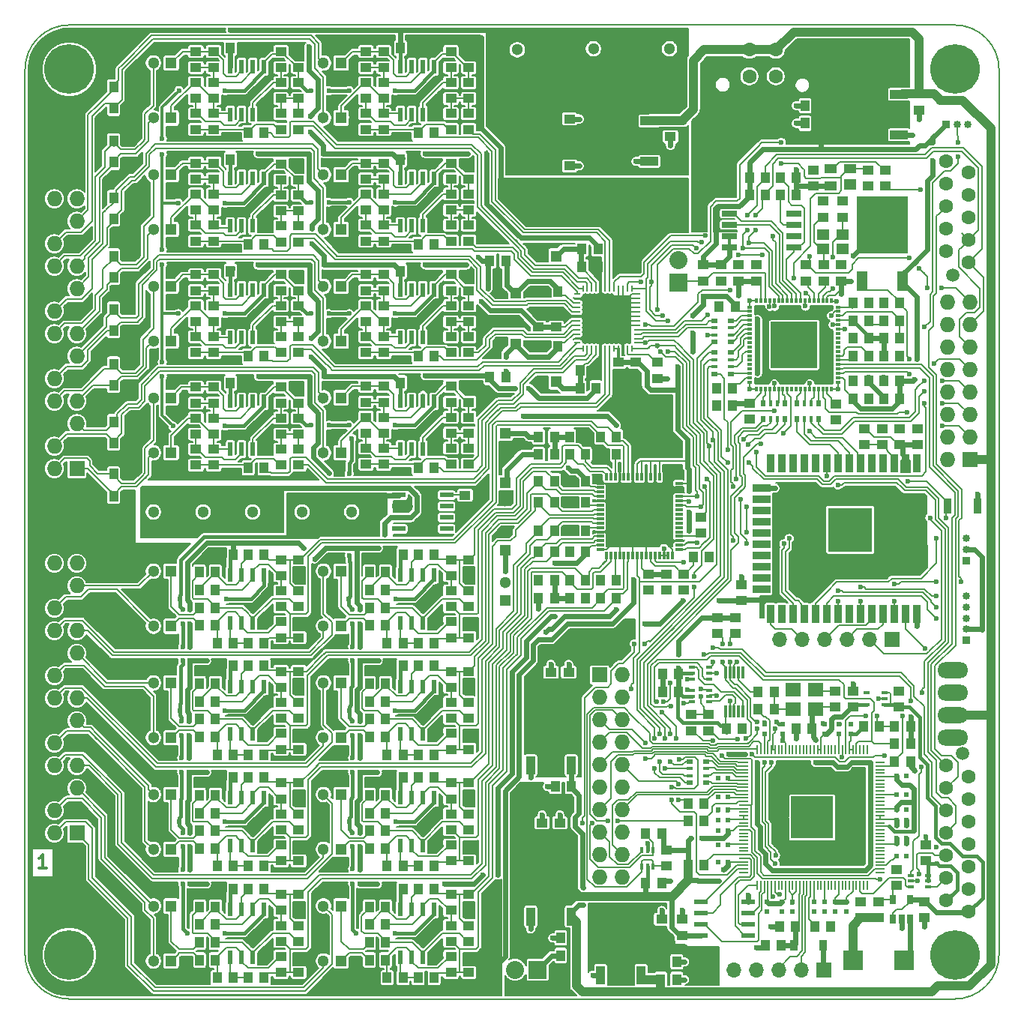
<source format=gbr>
G04 #@! TF.GenerationSoftware,KiCad,Pcbnew,(5.1.0-0)*
G04 #@! TF.CreationDate,2019-04-19T14:21:12+02:00*
G04 #@! TF.ProjectId,freeDSP-aurora DIY,66726565-4453-4502-9d61-75726f726120,rev?*
G04 #@! TF.SameCoordinates,Original*
G04 #@! TF.FileFunction,Copper,L1,Top*
G04 #@! TF.FilePolarity,Positive*
%FSLAX46Y46*%
G04 Gerber Fmt 4.6, Leading zero omitted, Abs format (unit mm)*
G04 Created by KiCad (PCBNEW (5.1.0-0)) date 2019-04-19 14:21:12*
%MOMM*%
%LPD*%
G04 APERTURE LIST*
%ADD10C,0.150000*%
%ADD11C,0.300000*%
%ADD12O,4.800000X4.800000*%
%ADD13R,4.800000X4.800000*%
%ADD14R,0.230000X1.000000*%
%ADD15R,1.000000X0.230000*%
%ADD16R,5.000000X5.000000*%
%ADD17R,0.900000X2.000000*%
%ADD18R,2.000000X0.900000*%
%ADD19R,0.300000X0.550000*%
%ADD20R,0.550000X0.300000*%
%ADD21R,5.250000X5.250000*%
%ADD22R,6.150000X6.150000*%
%ADD23R,0.300000X0.850000*%
%ADD24R,0.850000X0.300000*%
%ADD25R,5.100000X5.100000*%
%ADD26R,0.250000X0.700000*%
%ADD27R,0.700000X0.250000*%
%ADD28O,1.727200X1.727200*%
%ADD29R,1.727200X1.727200*%
%ADD30R,1.300000X1.000000*%
%ADD31C,1.300000*%
%ADD32R,1.300000X1.300000*%
%ADD33O,2.032000X2.032000*%
%ADD34R,2.032000X2.032000*%
%ADD35R,1.000000X1.300000*%
%ADD36R,0.660400X0.406400*%
%ADD37C,0.850000*%
%ADD38R,0.850000X0.850000*%
%ADD39R,1.016000X2.032000*%
%ADD40R,3.657600X2.032000*%
%ADD41R,0.600000X1.550000*%
%ADD42R,2.200000X2.200000*%
%ADD43C,5.600000*%
%ADD44R,0.500000X0.800000*%
%ADD45R,0.400000X0.800000*%
%ADD46R,0.400000X0.790000*%
%ADD47R,0.500000X0.790000*%
%ADD48R,0.800000X0.500000*%
%ADD49R,0.800000X0.400000*%
%ADD50R,1.400000X1.200000*%
%ADD51R,0.600000X0.500000*%
%ADD52R,0.500000X0.600000*%
%ADD53R,1.700000X1.500000*%
%ADD54R,0.398780X0.749300*%
%ADD55R,0.650000X1.060000*%
%ADD56R,0.650000X0.400000*%
%ADD57R,0.300000X1.400000*%
%ADD58R,0.749300X0.398780*%
%ADD59C,1.600000*%
%ADD60C,1.500000*%
%ADD61R,2.032000X3.657600*%
%ADD62R,2.032000X1.016000*%
%ADD63O,3.500120X1.800860*%
%ADD64R,1.700000X1.700000*%
%ADD65O,1.700000X1.700000*%
%ADD66R,0.910000X1.220000*%
%ADD67R,1.700000X0.650000*%
%ADD68R,1.399540X1.198880*%
%ADD69R,1.399540X1.000760*%
%ADD70R,1.550000X0.600000*%
%ADD71R,1.200000X2.200000*%
%ADD72R,5.800000X6.400000*%
%ADD73R,0.900000X1.700000*%
%ADD74C,0.600000*%
%ADD75C,0.200000*%
%ADD76C,0.600000*%
%ADD77C,0.152400*%
%ADD78C,0.400000*%
%ADD79C,0.500000*%
%ADD80C,1.000000*%
%ADD81C,0.160000*%
%ADD82C,0.450000*%
%ADD83C,0.254000*%
G04 APERTURE END LIST*
D10*
X95000000Y-45000000D02*
X195000000Y-45000000D01*
X200000000Y-150000000D02*
G75*
G02X195000000Y-155000000I-5000000J0D01*
G01*
X95000000Y-155000000D02*
G75*
G02X90000000Y-150000000I0J5000000D01*
G01*
X195000000Y-45000000D02*
G75*
G02X200000000Y-50000000I0J-5000000D01*
G01*
X90000000Y-50000000D02*
G75*
G02X95000000Y-45000000I5000000J0D01*
G01*
X95000000Y-155000000D02*
X195000000Y-155000000D01*
D11*
X92428571Y-140178571D02*
X91571428Y-140178571D01*
X92000000Y-140178571D02*
X92000000Y-138678571D01*
X91857142Y-138892857D01*
X91714285Y-139035714D01*
X91571428Y-139107142D01*
D10*
X90000000Y-150000000D02*
X90000000Y-50000000D01*
X200000000Y-50000000D02*
X200000000Y-150000000D01*
D12*
X178900000Y-134500000D03*
D13*
X178900000Y-134500000D03*
D14*
X172700000Y-126800000D03*
X173100000Y-126800000D03*
X173500000Y-126800000D03*
X173900000Y-126800000D03*
X174300000Y-126800000D03*
X174700000Y-126800000D03*
X175100000Y-126800000D03*
X175500000Y-126800000D03*
X175900000Y-126800000D03*
X176300000Y-126800000D03*
X176700000Y-126800000D03*
X177100000Y-126800000D03*
X177500000Y-126800000D03*
X177900000Y-126800000D03*
X178300000Y-126800000D03*
X178700000Y-126800000D03*
X179100000Y-126800000D03*
X179500000Y-126800000D03*
X179900000Y-126800000D03*
X180300000Y-126800000D03*
X180700000Y-126800000D03*
X181100000Y-126800000D03*
X181500000Y-126800000D03*
X181900000Y-126800000D03*
X182300000Y-126800000D03*
X182700000Y-126800000D03*
X183100000Y-126800000D03*
X183500000Y-126800000D03*
X183900000Y-126800000D03*
X184300000Y-126800000D03*
X184700000Y-126800000D03*
X185100000Y-126800000D03*
D15*
X186600000Y-128300000D03*
X186600000Y-128700000D03*
X186600000Y-129100000D03*
X186600000Y-129500000D03*
X186600000Y-129900000D03*
X186600000Y-130300000D03*
X186600000Y-130700000D03*
X186600000Y-131100000D03*
X186600000Y-131500000D03*
X186600000Y-131900000D03*
X186600000Y-132300000D03*
X186600000Y-132700000D03*
X186600000Y-133100000D03*
X186600000Y-133500000D03*
X186600000Y-133900000D03*
X186600000Y-134300000D03*
X186600000Y-134700000D03*
X186600000Y-135100000D03*
X186600000Y-135500000D03*
X186600000Y-135900000D03*
X186600000Y-136300000D03*
X186600000Y-136700000D03*
X186600000Y-137100000D03*
X186600000Y-137500000D03*
X186600000Y-137900000D03*
X186600000Y-138300000D03*
X186600000Y-138700000D03*
X186600000Y-139100000D03*
X186600000Y-139500000D03*
X186600000Y-139900000D03*
X186600000Y-140300000D03*
X186600000Y-140700000D03*
D14*
X185100000Y-142200000D03*
X184700000Y-142200000D03*
X184300000Y-142200000D03*
X183900000Y-142200000D03*
X183500000Y-142200000D03*
X183100000Y-142200000D03*
X182700000Y-142200000D03*
X182300000Y-142200000D03*
X181900000Y-142200000D03*
X181500000Y-142200000D03*
X181100000Y-142200000D03*
X180700000Y-142200000D03*
X180300000Y-142200000D03*
X179900000Y-142200000D03*
X179500000Y-142200000D03*
X179100000Y-142200000D03*
X178700000Y-142200000D03*
X178300000Y-142200000D03*
X177900000Y-142200000D03*
X177500000Y-142200000D03*
X177100000Y-142200000D03*
X176700000Y-142200000D03*
X176300000Y-142200000D03*
X175900000Y-142200000D03*
X175500000Y-142200000D03*
X175100000Y-142200000D03*
X174700000Y-142200000D03*
X174300000Y-142200000D03*
X173900000Y-142200000D03*
X173500000Y-142200000D03*
X173100000Y-142200000D03*
X172700000Y-142200000D03*
D15*
X171200000Y-140700000D03*
X171200000Y-140300000D03*
X171200000Y-139900000D03*
X171200000Y-139500000D03*
X171200000Y-139100000D03*
X171200000Y-138700000D03*
X171200000Y-138300000D03*
X171200000Y-137900000D03*
X171200000Y-137500000D03*
X171200000Y-137100000D03*
X171200000Y-136700000D03*
X171200000Y-136300000D03*
X171200000Y-135900000D03*
X171200000Y-135500000D03*
X171200000Y-135100000D03*
X171200000Y-134700000D03*
X171200000Y-134300000D03*
X171200000Y-133900000D03*
X171200000Y-133500000D03*
X171200000Y-133100000D03*
X171200000Y-132700000D03*
X171200000Y-132300000D03*
X171200000Y-131900000D03*
X171200000Y-131500000D03*
X171200000Y-131100000D03*
X171200000Y-130700000D03*
X171200000Y-130300000D03*
X171200000Y-129900000D03*
X171200000Y-129500000D03*
X171200000Y-129100000D03*
X171200000Y-128700000D03*
X171200000Y-128300000D03*
D16*
X183200000Y-102000000D03*
D17*
X190700000Y-111500000D03*
X189430000Y-111500000D03*
X188160000Y-111500000D03*
X186890000Y-111500000D03*
X185620000Y-111500000D03*
X184350000Y-111500000D03*
X183080000Y-111500000D03*
X181810000Y-111500000D03*
X180540000Y-111500000D03*
X179270000Y-111500000D03*
X178000000Y-111500000D03*
X176730000Y-111500000D03*
X175460000Y-111500000D03*
X174190000Y-111500000D03*
D18*
X173190000Y-108715000D03*
X173190000Y-107445000D03*
X173190000Y-106175000D03*
X173190000Y-104905000D03*
X173190000Y-103635000D03*
X173190000Y-102365000D03*
X173190000Y-101095000D03*
X173190000Y-99825000D03*
X173190000Y-98555000D03*
X173190000Y-97285000D03*
D17*
X174190000Y-94500000D03*
X175460000Y-94500000D03*
X176730000Y-94500000D03*
X178000000Y-94500000D03*
X179270000Y-94500000D03*
X180540000Y-94500000D03*
X181810000Y-94500000D03*
X183080000Y-94500000D03*
X184350000Y-94500000D03*
X185620000Y-94500000D03*
X186890000Y-94500000D03*
X188160000Y-94500000D03*
X189430000Y-94500000D03*
X190700000Y-94500000D03*
D19*
X181100000Y-86100000D03*
X180600000Y-86100000D03*
X180100000Y-86100000D03*
X179600000Y-86100000D03*
X179100000Y-86100000D03*
X178600000Y-86100000D03*
X178100000Y-86100000D03*
X177600000Y-86100000D03*
X177100000Y-86100000D03*
X176600000Y-86100000D03*
X176100000Y-86100000D03*
X175600000Y-86100000D03*
X175100000Y-86100000D03*
X174600000Y-86100000D03*
X174100000Y-86100000D03*
X173600000Y-86100000D03*
X173100000Y-86100000D03*
X172600000Y-86100000D03*
D20*
X171850000Y-85350000D03*
X171850000Y-84850000D03*
X171850000Y-84350000D03*
X171850000Y-83850000D03*
X171850000Y-83350000D03*
X171850000Y-82850000D03*
X171850000Y-82350000D03*
X171850000Y-81850000D03*
X171850000Y-81350000D03*
X171850000Y-80850000D03*
X171850000Y-80350000D03*
X171850000Y-79850000D03*
X171850000Y-79350000D03*
X171850000Y-78850000D03*
X171850000Y-78350000D03*
X171850000Y-77850000D03*
X171850000Y-77350000D03*
X171850000Y-76850000D03*
D19*
X172600000Y-76100000D03*
X173100000Y-76100000D03*
X173600000Y-76100000D03*
X174100000Y-76100000D03*
X174600000Y-76100000D03*
X175100000Y-76100000D03*
X175600000Y-76100000D03*
X176100000Y-76100000D03*
X176600000Y-76100000D03*
X177100000Y-76100000D03*
X177600000Y-76100000D03*
X178100000Y-76100000D03*
X178600000Y-76100000D03*
X179100000Y-76100000D03*
X179600000Y-76100000D03*
X180100000Y-76100000D03*
X180600000Y-76100000D03*
X181100000Y-76100000D03*
D20*
X181850000Y-76850000D03*
X181850000Y-77350000D03*
X181850000Y-77850000D03*
X181850000Y-78350000D03*
X181850000Y-78850000D03*
X181850000Y-79350000D03*
X181850000Y-79850000D03*
X181850000Y-80350000D03*
X181850000Y-80850000D03*
X181850000Y-81350000D03*
X181850000Y-81850000D03*
X181850000Y-82350000D03*
X181850000Y-82850000D03*
X181850000Y-83350000D03*
X181850000Y-83850000D03*
X181850000Y-84350000D03*
X181850000Y-84850000D03*
X181850000Y-85350000D03*
D21*
X176850000Y-81100000D03*
D22*
X159400000Y-100500000D03*
D23*
X155650000Y-96050000D03*
X156150000Y-96050000D03*
X156650000Y-96050000D03*
X157150000Y-96050000D03*
X157650000Y-96050000D03*
X158150000Y-96050000D03*
X158650000Y-96050000D03*
X159150000Y-96050000D03*
X159650000Y-96050000D03*
X160150000Y-96050000D03*
X160650000Y-96050000D03*
X161150000Y-96050000D03*
X161650000Y-96050000D03*
X162150000Y-96050000D03*
X162650000Y-96050000D03*
X163150000Y-96050000D03*
D24*
X163850000Y-96750000D03*
X163850000Y-97250000D03*
X163850000Y-97750000D03*
X163850000Y-98250000D03*
X163850000Y-98750000D03*
X163850000Y-99250000D03*
X163850000Y-99750000D03*
X163850000Y-100250000D03*
X163850000Y-100750000D03*
X163850000Y-101250000D03*
X163850000Y-101750000D03*
X163850000Y-102250000D03*
X163850000Y-102750000D03*
X163850000Y-103250000D03*
X163850000Y-103750000D03*
X163850000Y-104250000D03*
D23*
X163150000Y-104950000D03*
X162650000Y-104950000D03*
X162150000Y-104950000D03*
X161650000Y-104950000D03*
X161150000Y-104950000D03*
X160650000Y-104950000D03*
X160150000Y-104950000D03*
X159650000Y-104950000D03*
X159150000Y-104950000D03*
X158650000Y-104950000D03*
X158150000Y-104950000D03*
X157650000Y-104950000D03*
X157150000Y-104950000D03*
X156650000Y-104950000D03*
X156150000Y-104950000D03*
X155650000Y-104950000D03*
D24*
X154950000Y-104250000D03*
X154950000Y-103750000D03*
X154950000Y-103250000D03*
X154950000Y-102750000D03*
X154950000Y-102250000D03*
X154950000Y-101750000D03*
X154950000Y-101250000D03*
X154950000Y-100750000D03*
X154950000Y-100250000D03*
X154950000Y-99750000D03*
X154950000Y-99250000D03*
X154950000Y-98750000D03*
X154950000Y-98250000D03*
X154950000Y-97750000D03*
X154950000Y-97250000D03*
X154950000Y-96750000D03*
D25*
X155756250Y-78156250D03*
D26*
X158506250Y-81556250D03*
X158006250Y-81556250D03*
X157506250Y-81556250D03*
X157006250Y-81556250D03*
X156506250Y-81556250D03*
X156006250Y-81556250D03*
X155506250Y-81556250D03*
X155006250Y-81556250D03*
X154506250Y-81556250D03*
X154006250Y-81556250D03*
X153506250Y-81556250D03*
X153006250Y-81556250D03*
D27*
X152356250Y-80906250D03*
X152356250Y-80406250D03*
X152356250Y-79906250D03*
X152356250Y-79406250D03*
X152356250Y-78906250D03*
X152356250Y-78406250D03*
X152356250Y-77906250D03*
X152356250Y-77406250D03*
X152356250Y-76906250D03*
X152356250Y-76406250D03*
X152356250Y-75906250D03*
X152356250Y-75406250D03*
D26*
X153006250Y-74756250D03*
X153506250Y-74756250D03*
X154006250Y-74756250D03*
X154506250Y-74756250D03*
X155006250Y-74756250D03*
X155506250Y-74756250D03*
X156006250Y-74756250D03*
X156506250Y-74756250D03*
X157006250Y-74756250D03*
X157506250Y-74756250D03*
X158006250Y-74756250D03*
X158506250Y-74756250D03*
D27*
X159156250Y-75406250D03*
X159156250Y-75906250D03*
X159156250Y-76406250D03*
X159156250Y-76906250D03*
X159156250Y-77406250D03*
X159156250Y-77906250D03*
X159156250Y-78406250D03*
X159156250Y-78906250D03*
X159156250Y-79406250D03*
X159156250Y-79906250D03*
X159156250Y-80406250D03*
X159156250Y-80906250D03*
D28*
X93310000Y-64620000D03*
X95850000Y-64620000D03*
X93310000Y-67160000D03*
X95850000Y-67160000D03*
X93310000Y-69700000D03*
X95850000Y-69700000D03*
X93310000Y-72240000D03*
X95850000Y-72240000D03*
X93310000Y-74780000D03*
X95850000Y-74780000D03*
X93310000Y-77320000D03*
X95850000Y-77320000D03*
X93310000Y-79860000D03*
X95850000Y-79860000D03*
X93310000Y-82400000D03*
X95850000Y-82400000D03*
X93310000Y-84940000D03*
X95850000Y-84940000D03*
X93310000Y-87480000D03*
X95850000Y-87480000D03*
X93310000Y-90020000D03*
X95850000Y-90020000D03*
X93310000Y-92560000D03*
X95850000Y-92560000D03*
X93310000Y-95100000D03*
D29*
X95850000Y-95100000D03*
D28*
X93310000Y-105800000D03*
X95850000Y-105800000D03*
X93310000Y-108340000D03*
X95850000Y-108340000D03*
X93310000Y-110880000D03*
X95850000Y-110880000D03*
X93310000Y-113420000D03*
X95850000Y-113420000D03*
X93310000Y-115960000D03*
X95850000Y-115960000D03*
X93310000Y-118500000D03*
X95850000Y-118500000D03*
X93310000Y-121040000D03*
X95850000Y-121040000D03*
X93310000Y-123580000D03*
X95850000Y-123580000D03*
X93310000Y-126120000D03*
X95850000Y-126120000D03*
X93310000Y-128660000D03*
X95850000Y-128660000D03*
X93310000Y-131200000D03*
X95850000Y-131200000D03*
X93310000Y-133740000D03*
X95850000Y-133740000D03*
X93310000Y-136280000D03*
D29*
X95850000Y-136280000D03*
D30*
X191600000Y-145800000D03*
X191600000Y-144000000D03*
D31*
X104500000Y-100000000D03*
D32*
X106500000Y-100000000D03*
D31*
X110100000Y-100000000D03*
D32*
X112100000Y-100000000D03*
D31*
X115700000Y-100000000D03*
D32*
X117700000Y-100000000D03*
D31*
X121300000Y-100000000D03*
D32*
X123300000Y-100000000D03*
D31*
X126900000Y-100000000D03*
D32*
X128900000Y-100000000D03*
D33*
X145360000Y-151700000D03*
D34*
X147900000Y-151700000D03*
D35*
X150500000Y-150100000D03*
X152300000Y-150100000D03*
D36*
X185084000Y-121760400D03*
X185084000Y-120439600D03*
X187116000Y-121100000D03*
X187116000Y-120439600D03*
X187116000Y-121760400D03*
D37*
X196500000Y-56200000D03*
X195250000Y-56200000D03*
D38*
X194000000Y-56200000D03*
D35*
X149900000Y-131000000D03*
X151700000Y-131000000D03*
D39*
X147114000Y-128602000D03*
X151686000Y-128602000D03*
X149400000Y-128602000D03*
D40*
X149400000Y-121998000D03*
D30*
X170900000Y-108200000D03*
X170900000Y-110000000D03*
X151400000Y-118100000D03*
X151400000Y-119900000D03*
X149400000Y-118100000D03*
X149400000Y-119900000D03*
D41*
X132395000Y-137700000D03*
X133665000Y-137700000D03*
X134935000Y-137700000D03*
X136205000Y-137700000D03*
X136205000Y-132300000D03*
X134935000Y-132300000D03*
X133665000Y-132300000D03*
X132395000Y-132300000D03*
X132395000Y-112500000D03*
X133665000Y-112500000D03*
X134935000Y-112500000D03*
X136205000Y-112500000D03*
X136205000Y-107100000D03*
X134935000Y-107100000D03*
X133665000Y-107100000D03*
X132395000Y-107100000D03*
D30*
X120900000Y-78500000D03*
X120900000Y-76700000D03*
D42*
X189300000Y-150600000D03*
X183500000Y-150600000D03*
D30*
X184400000Y-145800000D03*
X184400000Y-144000000D03*
D43*
X95000000Y-50000000D03*
X195000000Y-50000000D03*
X195000000Y-150000000D03*
X95000000Y-150000000D03*
D35*
X155000000Y-91500000D03*
X156800000Y-91500000D03*
X130900000Y-114800000D03*
X132700000Y-114800000D03*
D30*
X120900000Y-114200000D03*
X120900000Y-112400000D03*
X140100000Y-114200000D03*
X140100000Y-112400000D03*
D35*
X111700000Y-114800000D03*
X113500000Y-114800000D03*
X128900000Y-106800000D03*
X130700000Y-106800000D03*
X109700000Y-106800000D03*
X111500000Y-106800000D03*
X151500000Y-93500000D03*
X153300000Y-93500000D03*
D30*
X120900000Y-107200000D03*
X120900000Y-105400000D03*
D35*
X128900000Y-108800000D03*
X130700000Y-108800000D03*
X111700000Y-127400000D03*
X113500000Y-127400000D03*
X130900000Y-127400000D03*
X132700000Y-127400000D03*
X156800000Y-93500000D03*
X155000000Y-93500000D03*
D30*
X120900000Y-126800000D03*
X120900000Y-125000000D03*
X140100000Y-126800000D03*
X140100000Y-125000000D03*
D35*
X109700000Y-119400000D03*
X111500000Y-119400000D03*
X128900000Y-119400000D03*
X130700000Y-119400000D03*
X148000000Y-96500000D03*
X149800000Y-96500000D03*
X148000000Y-98900000D03*
X149800000Y-98900000D03*
X153300000Y-98900000D03*
X151500000Y-98900000D03*
X109700000Y-121400000D03*
X111500000Y-121400000D03*
X128900000Y-121400000D03*
X130700000Y-121400000D03*
X153300000Y-102100000D03*
X151500000Y-102100000D03*
X111700000Y-140000000D03*
X113500000Y-140000000D03*
D30*
X120900000Y-139400000D03*
X120900000Y-137600000D03*
D35*
X109700000Y-132000000D03*
X111500000Y-132000000D03*
X149800000Y-102100000D03*
X148000000Y-102100000D03*
X156800000Y-107700000D03*
X155000000Y-107700000D03*
X109700000Y-134000000D03*
X111500000Y-134000000D03*
D30*
X120900000Y-132400000D03*
X120900000Y-130600000D03*
D35*
X130900000Y-140000000D03*
X132700000Y-140000000D03*
D30*
X140100000Y-139400000D03*
X140100000Y-137600000D03*
X164400000Y-107000000D03*
X164400000Y-108800000D03*
D35*
X165500000Y-105100000D03*
X167300000Y-105100000D03*
X128900000Y-132000000D03*
X130700000Y-132000000D03*
X149800000Y-104500000D03*
X148000000Y-104500000D03*
X111700000Y-152600000D03*
X113500000Y-152600000D03*
X130900000Y-152600000D03*
X132700000Y-152600000D03*
D30*
X120900000Y-152000000D03*
X120900000Y-150200000D03*
X140100000Y-152000000D03*
X140100000Y-150200000D03*
D35*
X153300000Y-96500000D03*
X151500000Y-96500000D03*
X153300000Y-104500000D03*
X151500000Y-104500000D03*
D30*
X160400000Y-107000000D03*
X160400000Y-108800000D03*
D35*
X109700000Y-144600000D03*
X111500000Y-144600000D03*
X128900000Y-144600000D03*
X130700000Y-144600000D03*
X151500000Y-107700000D03*
X153300000Y-107700000D03*
X156800000Y-109700000D03*
X155000000Y-109700000D03*
X109700000Y-146600000D03*
X111500000Y-146600000D03*
X128900000Y-146600000D03*
X130700000Y-146600000D03*
X113500000Y-104800000D03*
X111700000Y-104800000D03*
X132700000Y-104800000D03*
X130900000Y-104800000D03*
X113500000Y-117400000D03*
X111700000Y-117400000D03*
X132700000Y-117400000D03*
X130900000Y-117400000D03*
X113500000Y-130000000D03*
X111700000Y-130000000D03*
X132700000Y-130000000D03*
X130900000Y-130000000D03*
X113500000Y-142600000D03*
X111700000Y-142600000D03*
X132700000Y-142600000D03*
X130900000Y-142600000D03*
D30*
X118900000Y-114200000D03*
X118900000Y-112400000D03*
X138100000Y-114200000D03*
X138100000Y-112400000D03*
D35*
X109700000Y-112800000D03*
X111500000Y-112800000D03*
X128900000Y-112800000D03*
X130700000Y-112800000D03*
X117000000Y-114800000D03*
X115200000Y-114800000D03*
X136200000Y-114800000D03*
X134400000Y-114800000D03*
X109700000Y-110800000D03*
X111500000Y-110800000D03*
X128900000Y-110800000D03*
X130700000Y-110800000D03*
D30*
X120900000Y-108900000D03*
X120900000Y-110700000D03*
X140100000Y-108900000D03*
X140100000Y-110700000D03*
D35*
X117000000Y-104800000D03*
X115200000Y-104800000D03*
D30*
X138100000Y-105400000D03*
X138100000Y-107200000D03*
D35*
X148000000Y-91500000D03*
X149800000Y-91500000D03*
D30*
X118900000Y-126800000D03*
X118900000Y-125000000D03*
X138100000Y-126800000D03*
X138100000Y-125000000D03*
D35*
X109700000Y-125400000D03*
X111500000Y-125400000D03*
X128900000Y-125400000D03*
X130700000Y-125400000D03*
X117000000Y-127400000D03*
X115200000Y-127400000D03*
X136200000Y-127400000D03*
X134400000Y-127400000D03*
X148000000Y-93500000D03*
X149800000Y-93500000D03*
X109700000Y-123400000D03*
X111500000Y-123400000D03*
X128900000Y-123400000D03*
X130700000Y-123400000D03*
D30*
X120900000Y-121500000D03*
X120900000Y-123300000D03*
X140100000Y-121500000D03*
X140100000Y-123300000D03*
X118900000Y-118000000D03*
X118900000Y-119800000D03*
X138100000Y-118000000D03*
X138100000Y-119800000D03*
D35*
X148000000Y-107700000D03*
X149800000Y-107700000D03*
D30*
X166300000Y-100600000D03*
X166300000Y-102400000D03*
X118900000Y-139400000D03*
X118900000Y-137600000D03*
D35*
X109700000Y-138000000D03*
X111500000Y-138000000D03*
X117000000Y-140000000D03*
X115200000Y-140000000D03*
X109700000Y-136000000D03*
X111500000Y-136000000D03*
D30*
X120900000Y-134100000D03*
X120900000Y-135900000D03*
X118900000Y-130600000D03*
X118900000Y-132400000D03*
D35*
X148000000Y-109700000D03*
X149800000Y-109700000D03*
D30*
X118900000Y-134100000D03*
X118900000Y-135900000D03*
D35*
X117000000Y-130000000D03*
X115200000Y-130000000D03*
D30*
X138100000Y-139400000D03*
X138100000Y-137600000D03*
D35*
X128900000Y-138000000D03*
X130700000Y-138000000D03*
X136200000Y-140000000D03*
X134400000Y-140000000D03*
X128900000Y-136000000D03*
X130700000Y-136000000D03*
D30*
X118900000Y-152000000D03*
X118900000Y-150200000D03*
X138100000Y-152000000D03*
X138100000Y-150200000D03*
D35*
X109700000Y-150600000D03*
X111500000Y-150600000D03*
X128900000Y-150600000D03*
X130700000Y-150600000D03*
X117000000Y-152600000D03*
X115200000Y-152600000D03*
X136200000Y-152600000D03*
X134400000Y-152600000D03*
X109700000Y-148600000D03*
X111500000Y-148600000D03*
X128900000Y-148600000D03*
X130700000Y-148600000D03*
D30*
X120900000Y-146700000D03*
X120900000Y-148500000D03*
X140100000Y-146700000D03*
X140100000Y-148500000D03*
X118900000Y-143200000D03*
X118900000Y-145000000D03*
X138100000Y-143200000D03*
X138100000Y-145000000D03*
X128500000Y-51500000D03*
X128500000Y-53300000D03*
X109300000Y-51500000D03*
X109300000Y-53300000D03*
X130500000Y-48000000D03*
X130500000Y-49800000D03*
X111300000Y-48000000D03*
X111300000Y-49800000D03*
X138100000Y-56800000D03*
X138100000Y-55000000D03*
X118900000Y-56800000D03*
X118900000Y-55000000D03*
X138100000Y-49800000D03*
X138100000Y-48000000D03*
X118900000Y-49800000D03*
X118900000Y-48000000D03*
X161400000Y-83100000D03*
X161400000Y-84900000D03*
X109300000Y-64100000D03*
X109300000Y-65900000D03*
X128500000Y-64100000D03*
X128500000Y-65900000D03*
X111300000Y-60600000D03*
X111300000Y-62400000D03*
X130500000Y-60600000D03*
X130500000Y-62400000D03*
D35*
X152700000Y-84000000D03*
X154500000Y-84000000D03*
D30*
X118900000Y-69500000D03*
X118900000Y-67700000D03*
X138100000Y-69400000D03*
X138100000Y-67600000D03*
X118900000Y-62500000D03*
X118900000Y-60700000D03*
X138100000Y-62400000D03*
X138100000Y-60600000D03*
D35*
X150200000Y-81300000D03*
X148400000Y-81300000D03*
D30*
X109300000Y-76700000D03*
X109300000Y-78500000D03*
X128500000Y-76700000D03*
X128500000Y-78500000D03*
X111300000Y-73200000D03*
X111300000Y-75000000D03*
X130500000Y-73200000D03*
X130500000Y-75000000D03*
X150000000Y-79100000D03*
X150000000Y-77300000D03*
X118900000Y-82000000D03*
X118900000Y-80200000D03*
X138100000Y-82000000D03*
X138100000Y-80200000D03*
X118900000Y-75000000D03*
X118900000Y-73200000D03*
X138100000Y-75000000D03*
X138100000Y-73200000D03*
D35*
X150200000Y-75100000D03*
X148400000Y-75100000D03*
D30*
X109300000Y-89400000D03*
X109300000Y-91200000D03*
X128500000Y-89300000D03*
X128500000Y-91100000D03*
X111300000Y-85900000D03*
X111300000Y-87700000D03*
X130500000Y-85800000D03*
X130500000Y-87600000D03*
D35*
X152900000Y-72300000D03*
X154700000Y-72300000D03*
D30*
X118900000Y-94700000D03*
X118900000Y-92900000D03*
X138100000Y-94600000D03*
X138100000Y-92800000D03*
X118900000Y-87700000D03*
X118900000Y-85900000D03*
X138100000Y-87600000D03*
X138100000Y-85800000D03*
X157000000Y-83100000D03*
X157000000Y-84900000D03*
D35*
X132400000Y-47600000D03*
X134200000Y-47600000D03*
X113200000Y-47600000D03*
X115000000Y-47600000D03*
X113200000Y-60200000D03*
X115000000Y-60200000D03*
X132400000Y-60200000D03*
X134200000Y-60200000D03*
X113200000Y-72800000D03*
X115000000Y-72800000D03*
X132400000Y-72800000D03*
X134200000Y-72800000D03*
X113200000Y-85400000D03*
X115000000Y-85400000D03*
X132400000Y-85400000D03*
X134200000Y-85400000D03*
X134400000Y-57200000D03*
X136200000Y-57200000D03*
D30*
X130500000Y-55000000D03*
X130500000Y-56800000D03*
D35*
X115200000Y-57200000D03*
X117000000Y-57200000D03*
D30*
X111300000Y-55000000D03*
X111300000Y-56800000D03*
X128500000Y-55000000D03*
X128500000Y-56800000D03*
X109300000Y-55000000D03*
X109300000Y-56800000D03*
X128500000Y-48000000D03*
X128500000Y-49800000D03*
X109300000Y-48000000D03*
X109300000Y-49800000D03*
X130500000Y-51500000D03*
X130500000Y-53300000D03*
X111300000Y-51500000D03*
X111300000Y-53300000D03*
X140100000Y-55000000D03*
X140100000Y-56800000D03*
X138100000Y-51500000D03*
X138100000Y-53300000D03*
X120900000Y-55000000D03*
X120900000Y-56800000D03*
X118900000Y-51500000D03*
X118900000Y-53300000D03*
X140100000Y-53300000D03*
X140100000Y-51500000D03*
X120900000Y-53300000D03*
X120900000Y-51500000D03*
D35*
X115200000Y-69800000D03*
X117000000Y-69800000D03*
D30*
X111300000Y-67600000D03*
X111300000Y-69400000D03*
D35*
X134400000Y-69800000D03*
X136200000Y-69800000D03*
D30*
X130500000Y-67600000D03*
X130500000Y-69400000D03*
X109300000Y-67600000D03*
X109300000Y-69400000D03*
X128500000Y-67600000D03*
X128500000Y-69400000D03*
D35*
X154500000Y-86000000D03*
X152700000Y-86000000D03*
D30*
X109300000Y-60600000D03*
X109300000Y-62400000D03*
X128500000Y-60600000D03*
X128500000Y-62400000D03*
X111300000Y-64100000D03*
X111300000Y-65900000D03*
X130500000Y-64100000D03*
X130500000Y-65900000D03*
X120900000Y-67700000D03*
X120900000Y-69500000D03*
X118900000Y-64200000D03*
X118900000Y-66000000D03*
X140100000Y-67600000D03*
X140100000Y-69400000D03*
X138100000Y-64100000D03*
X138100000Y-65900000D03*
X120900000Y-66000000D03*
X120900000Y-64200000D03*
X140100000Y-65900000D03*
X140100000Y-64100000D03*
D35*
X142500000Y-84800000D03*
X144300000Y-84800000D03*
X115200000Y-82400000D03*
X117000000Y-82400000D03*
D30*
X111300000Y-80200000D03*
X111300000Y-82000000D03*
D35*
X134400000Y-82400000D03*
X136200000Y-82400000D03*
D30*
X130500000Y-80200000D03*
X130500000Y-82000000D03*
X109300000Y-80200000D03*
X109300000Y-82000000D03*
X128500000Y-80200000D03*
X128500000Y-82000000D03*
X109300000Y-73200000D03*
X109300000Y-75000000D03*
X128500000Y-73200000D03*
X128500000Y-75000000D03*
X111300000Y-76700000D03*
X111300000Y-78500000D03*
X130500000Y-76700000D03*
X130500000Y-78500000D03*
X120900000Y-80200000D03*
X120900000Y-82000000D03*
X118900000Y-76700000D03*
X118900000Y-78500000D03*
X140100000Y-80200000D03*
X140100000Y-82000000D03*
X138100000Y-76700000D03*
X138100000Y-78500000D03*
D35*
X142500000Y-71600000D03*
X144300000Y-71600000D03*
D30*
X140100000Y-78500000D03*
X140100000Y-76700000D03*
D35*
X115200000Y-95000000D03*
X117000000Y-95000000D03*
D30*
X111300000Y-92900000D03*
X111300000Y-94700000D03*
D35*
X134400000Y-95000000D03*
X136200000Y-95000000D03*
D30*
X130500000Y-92800000D03*
X130500000Y-94600000D03*
D35*
X154700000Y-70300000D03*
X152900000Y-70300000D03*
D30*
X109300000Y-92900000D03*
X109300000Y-94700000D03*
X128500000Y-92800000D03*
X128500000Y-94600000D03*
X109300000Y-85900000D03*
X109300000Y-87700000D03*
X128500000Y-85800000D03*
X128500000Y-87600000D03*
X111300000Y-89400000D03*
X111300000Y-91200000D03*
X130500000Y-89300000D03*
X130500000Y-91100000D03*
X120900000Y-92900000D03*
X120900000Y-94700000D03*
X118900000Y-89400000D03*
X118900000Y-91200000D03*
X140100000Y-92800000D03*
X140100000Y-94600000D03*
X138100000Y-89300000D03*
X138100000Y-91100000D03*
X120900000Y-91200000D03*
X120900000Y-89400000D03*
X140100000Y-91100000D03*
X140100000Y-89300000D03*
D35*
X161800000Y-152800000D03*
X163600000Y-152800000D03*
D30*
X161900000Y-147800000D03*
X161900000Y-146000000D03*
D35*
X179900000Y-54100000D03*
X178100000Y-54100000D03*
X185300000Y-82400000D03*
X183500000Y-82400000D03*
X183500000Y-78400000D03*
X185300000Y-78400000D03*
X185300000Y-80400000D03*
X183500000Y-80400000D03*
X187000000Y-80400000D03*
X188800000Y-80400000D03*
D30*
X182300000Y-66700000D03*
X182300000Y-64900000D03*
X180100000Y-66700000D03*
X180100000Y-64900000D03*
X168600000Y-72100000D03*
X168600000Y-73900000D03*
X179000000Y-63200000D03*
X179000000Y-61400000D03*
X182200000Y-73900000D03*
X182200000Y-72100000D03*
X172600000Y-73900000D03*
X172600000Y-72100000D03*
D35*
X169900000Y-86000000D03*
X168100000Y-86000000D03*
D30*
X181600000Y-87800000D03*
X181600000Y-89600000D03*
D35*
X183500000Y-87200000D03*
X185300000Y-87200000D03*
X183500000Y-76400000D03*
X185300000Y-76400000D03*
X170200000Y-76800000D03*
X168400000Y-76800000D03*
D30*
X171800000Y-87700000D03*
X171800000Y-89500000D03*
D35*
X188800000Y-87200000D03*
X187000000Y-87200000D03*
X188800000Y-85200000D03*
X187000000Y-85200000D03*
X187000000Y-76400000D03*
X188800000Y-76400000D03*
X187000000Y-78400000D03*
X188800000Y-78400000D03*
D30*
X166600000Y-72100000D03*
X166600000Y-73900000D03*
X180200000Y-73900000D03*
X180200000Y-72100000D03*
X178200000Y-73900000D03*
X178200000Y-72100000D03*
D35*
X171800000Y-62200000D03*
X173600000Y-62200000D03*
X171800000Y-64200000D03*
X173600000Y-64200000D03*
X177100000Y-62200000D03*
X175300000Y-62200000D03*
X177100000Y-64200000D03*
X175300000Y-64200000D03*
D30*
X187200000Y-63200000D03*
X187200000Y-61400000D03*
X185200000Y-63200000D03*
X185200000Y-61400000D03*
D35*
X185300000Y-85200000D03*
X183500000Y-85200000D03*
X187000000Y-82400000D03*
X188800000Y-82400000D03*
D44*
X179600000Y-87700000D03*
D45*
X178000000Y-87700000D03*
D46*
X178800000Y-87700000D03*
D47*
X177200000Y-87700000D03*
D46*
X178800000Y-89500000D03*
D44*
X179600000Y-89500000D03*
D45*
X178000000Y-89500000D03*
D47*
X177200000Y-89500000D03*
X175800000Y-87700000D03*
D45*
X174200000Y-87700000D03*
X175000000Y-87700000D03*
D44*
X173400000Y-87700000D03*
D45*
X175000000Y-89500000D03*
D47*
X175800000Y-89500000D03*
D45*
X174200000Y-89500000D03*
D44*
X173400000Y-89500000D03*
D48*
X169700000Y-84400000D03*
D49*
X169700000Y-82800000D03*
X169700000Y-83600000D03*
D48*
X169700000Y-82000000D03*
D49*
X167900000Y-83600000D03*
D48*
X167900000Y-84400000D03*
D49*
X167900000Y-82800000D03*
D48*
X167900000Y-82000000D03*
X169700000Y-80800000D03*
D49*
X169700000Y-79200000D03*
X169700000Y-80000000D03*
D48*
X169700000Y-78400000D03*
D49*
X167900000Y-80000000D03*
D48*
X167900000Y-80800000D03*
D49*
X167900000Y-79200000D03*
D48*
X167900000Y-78400000D03*
D30*
X170600000Y-73900000D03*
X170600000Y-72100000D03*
D35*
X169900000Y-88000000D03*
X168100000Y-88000000D03*
D30*
X148000000Y-79100000D03*
X148000000Y-77300000D03*
X159000000Y-83100000D03*
X159000000Y-84900000D03*
D35*
X151500000Y-91500000D03*
X153300000Y-91500000D03*
X151500000Y-109700000D03*
X153300000Y-109700000D03*
D30*
X162400000Y-107000000D03*
X162400000Y-108800000D03*
D50*
X182300000Y-68700000D03*
X180100000Y-70300000D03*
X180100000Y-68700000D03*
X182300000Y-70300000D03*
D30*
X191000000Y-52800000D03*
X191000000Y-54600000D03*
D35*
X179900000Y-56100000D03*
X178100000Y-56100000D03*
X161800000Y-150800000D03*
X163600000Y-150800000D03*
X188200000Y-124200000D03*
X190000000Y-124200000D03*
D51*
X169350000Y-133600000D03*
X168250000Y-133600000D03*
D35*
X173600000Y-148900000D03*
X175400000Y-148900000D03*
D30*
X164200000Y-146000000D03*
X164200000Y-147800000D03*
D51*
X169350000Y-132200000D03*
X168250000Y-132200000D03*
X169350000Y-134800000D03*
X168250000Y-134800000D03*
X169350000Y-137600000D03*
X168250000Y-137600000D03*
D52*
X173800000Y-144050000D03*
X173800000Y-145150000D03*
X175500000Y-144050000D03*
X175500000Y-145150000D03*
X179100000Y-144050000D03*
X179100000Y-145150000D03*
X181500000Y-144050000D03*
X181500000Y-145150000D03*
X182800000Y-144050000D03*
X182800000Y-145150000D03*
D51*
X188450000Y-137400000D03*
X189550000Y-137400000D03*
X188450000Y-134800000D03*
X189550000Y-134800000D03*
X188450000Y-131900000D03*
X189550000Y-131900000D03*
D52*
X183300000Y-125050000D03*
X183300000Y-123950000D03*
X175600000Y-125050000D03*
X175600000Y-123950000D03*
D51*
X169350000Y-130100000D03*
X168250000Y-130100000D03*
X169350000Y-136000000D03*
X168250000Y-136000000D03*
X169350000Y-139500000D03*
X168250000Y-139500000D03*
D52*
X176700000Y-144050000D03*
X176700000Y-145150000D03*
X180300000Y-144050000D03*
X180300000Y-145150000D03*
D51*
X188450000Y-138900000D03*
X189550000Y-138900000D03*
X188450000Y-133600000D03*
X189550000Y-133600000D03*
X188450000Y-129800000D03*
X189550000Y-129800000D03*
D52*
X181900000Y-125050000D03*
X181900000Y-123950000D03*
X180300000Y-125050000D03*
X180300000Y-123950000D03*
D30*
X181500000Y-120200000D03*
X181500000Y-122000000D03*
D35*
X172800000Y-122300000D03*
X174600000Y-122300000D03*
X186500000Y-124200000D03*
X184700000Y-124200000D03*
X166700000Y-132900000D03*
X164900000Y-132900000D03*
X166700000Y-134900000D03*
X164900000Y-134900000D03*
X164900000Y-139900000D03*
X166700000Y-139900000D03*
X179200000Y-146800000D03*
X181000000Y-146800000D03*
X175200000Y-146800000D03*
X177000000Y-146800000D03*
D52*
X173500000Y-125050000D03*
X173500000Y-123950000D03*
D35*
X177100000Y-124500000D03*
X178900000Y-124500000D03*
D48*
X165100000Y-128200000D03*
D49*
X165100000Y-129800000D03*
X165100000Y-129000000D03*
D48*
X165100000Y-130600000D03*
D49*
X166900000Y-129000000D03*
D48*
X166900000Y-128200000D03*
D49*
X166900000Y-129800000D03*
D48*
X166900000Y-130600000D03*
D30*
X188700000Y-120200000D03*
X188700000Y-122000000D03*
X183500000Y-120200000D03*
X183500000Y-122000000D03*
D53*
X179270000Y-120100000D03*
X176730000Y-120100000D03*
X176730000Y-122300000D03*
X179270000Y-122300000D03*
D54*
X160950240Y-138150040D03*
X160300000Y-138150040D03*
X159649760Y-138150040D03*
X159649760Y-140049960D03*
X160300000Y-140049960D03*
X160950240Y-140049960D03*
D35*
X160100000Y-136300000D03*
X161900000Y-136300000D03*
D30*
X162400000Y-140000000D03*
X162400000Y-138200000D03*
D35*
X161900000Y-141900000D03*
X160100000Y-141900000D03*
D30*
X150400000Y-135100000D03*
X150400000Y-136900000D03*
D35*
X150500000Y-148100000D03*
X152300000Y-148100000D03*
D30*
X148400000Y-135100000D03*
X148400000Y-136900000D03*
D55*
X188050000Y-146000000D03*
X189000000Y-146000000D03*
X189950000Y-146000000D03*
X189950000Y-143800000D03*
X188050000Y-143800000D03*
D30*
X186400000Y-145800000D03*
X186400000Y-144000000D03*
X188400000Y-142200000D03*
X188400000Y-140400000D03*
X191700000Y-137600000D03*
X191700000Y-139400000D03*
D56*
X190050000Y-141050000D03*
X190050000Y-142350000D03*
X191950000Y-141700000D03*
X190050000Y-141700000D03*
X191950000Y-142350000D03*
X191950000Y-141050000D03*
D35*
X162000000Y-118300000D03*
X163800000Y-118300000D03*
X171000000Y-124500000D03*
X169200000Y-124500000D03*
X162000000Y-120300000D03*
X163800000Y-120300000D03*
D57*
X169100000Y-122500000D03*
X169600000Y-122500000D03*
X170100000Y-122500000D03*
X170600000Y-122500000D03*
X171100000Y-122500000D03*
X171100000Y-118100000D03*
X170600000Y-118100000D03*
X170100000Y-118100000D03*
X169600000Y-118100000D03*
X169100000Y-118100000D03*
D58*
X167249960Y-121450243D03*
X167249960Y-120800003D03*
X167249960Y-120149763D03*
X165350040Y-120149763D03*
X165350040Y-120800003D03*
X165350040Y-121450243D03*
X167249960Y-118850240D03*
X167249960Y-118200000D03*
X167249960Y-117549760D03*
X165350040Y-117549760D03*
X165350040Y-118200000D03*
X165350040Y-118850240D03*
D35*
X172800000Y-120300000D03*
X174600000Y-120300000D03*
D30*
X165200000Y-124700000D03*
X165200000Y-122900000D03*
X167200000Y-124700000D03*
X167200000Y-122900000D03*
D35*
X190000000Y-126200000D03*
X188200000Y-126200000D03*
X190000000Y-128200000D03*
X188200000Y-128200000D03*
D30*
X186800000Y-90600000D03*
X186800000Y-92400000D03*
X190800000Y-90600000D03*
X190800000Y-92400000D03*
X188800000Y-90600000D03*
X188800000Y-92400000D03*
X184800000Y-90600000D03*
X184800000Y-92400000D03*
X162900000Y-55800000D03*
X162900000Y-57600000D03*
X151500000Y-57400000D03*
X151500000Y-55600000D03*
X151500000Y-59100000D03*
X151500000Y-60900000D03*
D59*
X196570000Y-71815000D03*
X194030000Y-70545000D03*
X196570000Y-69275000D03*
X194030000Y-68005000D03*
X196570000Y-66735000D03*
X194030000Y-65465000D03*
X196570000Y-64195000D03*
X194030000Y-62925000D03*
X196570000Y-61655000D03*
X194030000Y-60385000D03*
D60*
X194770000Y-73215000D03*
D61*
X153898000Y-58100000D03*
D62*
X160502000Y-58100000D03*
X160502000Y-55814000D03*
X160502000Y-60386000D03*
D40*
X157300000Y-145698000D03*
D39*
X157300000Y-152302000D03*
X159586000Y-152302000D03*
X155014000Y-152302000D03*
D61*
X182098000Y-55114000D03*
D62*
X188702000Y-55114000D03*
X188702000Y-52828000D03*
X188702000Y-57400000D03*
D30*
X170200000Y-111900000D03*
X170200000Y-113700000D03*
X168200000Y-111900000D03*
X168200000Y-113700000D03*
D40*
X149400000Y-139098000D03*
D39*
X149400000Y-145702000D03*
X151686000Y-145702000D03*
X147114000Y-145702000D03*
D32*
X106500000Y-106700000D03*
D31*
X104500000Y-106700000D03*
D32*
X125700000Y-106700000D03*
D31*
X123700000Y-106700000D03*
D32*
X106500000Y-112900000D03*
D31*
X104500000Y-112900000D03*
D32*
X125700000Y-112900000D03*
D31*
X123700000Y-112900000D03*
D32*
X106500000Y-119300000D03*
D31*
X104500000Y-119300000D03*
D32*
X125700000Y-119300000D03*
D31*
X123700000Y-119300000D03*
D32*
X106500000Y-125500000D03*
D31*
X104500000Y-125500000D03*
D32*
X125700000Y-125500000D03*
D31*
X123700000Y-125500000D03*
D32*
X106500000Y-131900000D03*
D31*
X104500000Y-131900000D03*
D32*
X125700000Y-131900000D03*
D31*
X123700000Y-131900000D03*
D32*
X106500000Y-138100000D03*
D31*
X104500000Y-138100000D03*
D32*
X125700000Y-138100000D03*
D31*
X123700000Y-138100000D03*
D32*
X106500000Y-144500000D03*
D31*
X104500000Y-144500000D03*
D32*
X125700000Y-144500000D03*
D31*
X123700000Y-144500000D03*
D32*
X106500000Y-150700000D03*
D31*
X104500000Y-150700000D03*
D32*
X125700000Y-150700000D03*
D31*
X123700000Y-150700000D03*
D29*
X154900000Y-118400000D03*
D28*
X157440000Y-118400000D03*
X154900000Y-120940000D03*
X157440000Y-120940000D03*
X154900000Y-123480000D03*
X157440000Y-123480000D03*
X154900000Y-126020000D03*
X157440000Y-126020000D03*
X154900000Y-128560000D03*
X157440000Y-128560000D03*
X154900000Y-131100000D03*
X157440000Y-131100000D03*
X154900000Y-133640000D03*
X157440000Y-133640000D03*
X154900000Y-136180000D03*
X157440000Y-136180000D03*
X154900000Y-138720000D03*
X157440000Y-138720000D03*
X154900000Y-141260000D03*
X157440000Y-141260000D03*
D34*
X163800000Y-74100000D03*
D33*
X163800000Y-71560000D03*
D29*
X196700000Y-94080000D03*
D28*
X194160000Y-94080000D03*
X196700000Y-91540000D03*
X194160000Y-91540000D03*
X196700000Y-89000000D03*
X194160000Y-89000000D03*
X196700000Y-86460000D03*
X194160000Y-86460000D03*
X196700000Y-83920000D03*
X194160000Y-83920000D03*
X196700000Y-81380000D03*
X194160000Y-81380000D03*
X196700000Y-78840000D03*
X194160000Y-78840000D03*
X196700000Y-76300000D03*
X194160000Y-76300000D03*
D59*
X171800000Y-47800000D03*
X174800000Y-47800000D03*
X171800000Y-50800000D03*
X174800000Y-50800000D03*
X194060000Y-128630000D03*
X196600000Y-129900000D03*
X194060000Y-131170000D03*
X196600000Y-132440000D03*
X194060000Y-133710000D03*
X196600000Y-134980000D03*
X194060000Y-136250000D03*
X196600000Y-137520000D03*
X194060000Y-138790000D03*
X196600000Y-140060000D03*
X194060000Y-141330000D03*
X196600000Y-142600000D03*
X194060000Y-143870000D03*
X196600000Y-145140000D03*
D60*
X195860000Y-127230000D03*
D38*
X196300000Y-114500000D03*
D37*
X196300000Y-113250000D03*
X196300000Y-112000000D03*
X196300000Y-110750000D03*
X196300000Y-109500000D03*
D38*
X196300000Y-105500000D03*
D37*
X196300000Y-104250000D03*
X196300000Y-103000000D03*
D63*
X194800000Y-125500000D03*
X194800000Y-122960000D03*
X194800000Y-120420000D03*
X194800000Y-117880000D03*
D31*
X145600000Y-47800000D03*
D32*
X145600000Y-51300000D03*
D31*
X162800000Y-47700000D03*
D32*
X162800000Y-51200000D03*
D31*
X154200000Y-47700000D03*
D32*
X154200000Y-51200000D03*
X144200000Y-91100000D03*
D31*
X144200000Y-93100000D03*
D32*
X144200000Y-96700000D03*
D31*
X144200000Y-98700000D03*
D32*
X144200000Y-104300000D03*
D31*
X144200000Y-102300000D03*
D32*
X144200000Y-110000000D03*
D31*
X144200000Y-108000000D03*
D32*
X125700000Y-55500000D03*
D31*
X123700000Y-55500000D03*
D32*
X106500000Y-55500000D03*
D31*
X104500000Y-55500000D03*
D32*
X125700000Y-49300000D03*
D31*
X123700000Y-49300000D03*
D32*
X106500000Y-49300000D03*
D31*
X104500000Y-49300000D03*
D32*
X106500000Y-68100000D03*
D31*
X104500000Y-68100000D03*
D32*
X125700000Y-68100000D03*
D31*
X123700000Y-68100000D03*
D32*
X150000000Y-85300000D03*
D31*
X148000000Y-85300000D03*
D32*
X106500000Y-61900000D03*
D31*
X104500000Y-61900000D03*
D32*
X125700000Y-61900000D03*
D31*
X123700000Y-61900000D03*
D32*
X145400000Y-81000000D03*
D31*
X143400000Y-81000000D03*
D32*
X106500000Y-80700000D03*
D31*
X104500000Y-80700000D03*
D32*
X125700000Y-80700000D03*
D31*
X123700000Y-80700000D03*
D32*
X106500000Y-74500000D03*
D31*
X104500000Y-74500000D03*
D32*
X125700000Y-74500000D03*
D31*
X123700000Y-74500000D03*
D32*
X145400000Y-75300000D03*
D31*
X143400000Y-75300000D03*
D32*
X106500000Y-93300000D03*
D31*
X104500000Y-93300000D03*
D32*
X125700000Y-93300000D03*
D31*
X123700000Y-93300000D03*
D32*
X150000000Y-71100000D03*
D31*
X148000000Y-71100000D03*
D32*
X106500000Y-87100000D03*
D31*
X104500000Y-87100000D03*
D32*
X125700000Y-87100000D03*
D31*
X123700000Y-87100000D03*
D64*
X187900000Y-114400000D03*
D65*
X185360000Y-114400000D03*
X182820000Y-114400000D03*
X180280000Y-114400000D03*
X177740000Y-114400000D03*
X175200000Y-114400000D03*
D66*
X176865000Y-148900000D03*
X180135000Y-148900000D03*
D67*
X176850000Y-70105000D03*
X176850000Y-68835000D03*
X176850000Y-67565000D03*
X176850000Y-66295000D03*
X169550000Y-66295000D03*
X169550000Y-67565000D03*
X169550000Y-68835000D03*
X169550000Y-70105000D03*
D68*
X183199820Y-62969620D03*
D69*
X183199820Y-61250040D03*
X181000180Y-61250040D03*
X181000180Y-63149960D03*
D41*
X113195000Y-107100000D03*
X114465000Y-107100000D03*
X115735000Y-107100000D03*
X117005000Y-107100000D03*
X117005000Y-112500000D03*
X115735000Y-112500000D03*
X114465000Y-112500000D03*
X113195000Y-112500000D03*
X113195000Y-125100000D03*
X114465000Y-125100000D03*
X115735000Y-125100000D03*
X117005000Y-125100000D03*
X117005000Y-119700000D03*
X115735000Y-119700000D03*
X114465000Y-119700000D03*
X113195000Y-119700000D03*
X132395000Y-119700000D03*
X133665000Y-119700000D03*
X134935000Y-119700000D03*
X136205000Y-119700000D03*
X136205000Y-125100000D03*
X134935000Y-125100000D03*
X133665000Y-125100000D03*
X132395000Y-125100000D03*
X113195000Y-132300000D03*
X114465000Y-132300000D03*
X115735000Y-132300000D03*
X117005000Y-132300000D03*
X117005000Y-137700000D03*
X115735000Y-137700000D03*
X114465000Y-137700000D03*
X113195000Y-137700000D03*
X113195000Y-150300000D03*
X114465000Y-150300000D03*
X115735000Y-150300000D03*
X117005000Y-150300000D03*
X117005000Y-144900000D03*
X115735000Y-144900000D03*
X114465000Y-144900000D03*
X113195000Y-144900000D03*
X132395000Y-144900000D03*
X133665000Y-144900000D03*
X134935000Y-144900000D03*
X136205000Y-144900000D03*
X136205000Y-150300000D03*
X134935000Y-150300000D03*
X133665000Y-150300000D03*
X132395000Y-150300000D03*
X132395000Y-55100000D03*
X133665000Y-55100000D03*
X134935000Y-55100000D03*
X136205000Y-55100000D03*
X136205000Y-49700000D03*
X134935000Y-49700000D03*
X133665000Y-49700000D03*
X132395000Y-49700000D03*
X113195000Y-55100000D03*
X114465000Y-55100000D03*
X115735000Y-55100000D03*
X117005000Y-55100000D03*
X117005000Y-49700000D03*
X115735000Y-49700000D03*
X114465000Y-49700000D03*
X113195000Y-49700000D03*
X113195000Y-62300000D03*
X114465000Y-62300000D03*
X115735000Y-62300000D03*
X117005000Y-62300000D03*
X117005000Y-67700000D03*
X115735000Y-67700000D03*
X114465000Y-67700000D03*
X113195000Y-67700000D03*
X132395000Y-62300000D03*
X133665000Y-62300000D03*
X134935000Y-62300000D03*
X136205000Y-62300000D03*
X136205000Y-67700000D03*
X134935000Y-67700000D03*
X133665000Y-67700000D03*
X132395000Y-67700000D03*
X113195000Y-80300000D03*
X114465000Y-80300000D03*
X115735000Y-80300000D03*
X117005000Y-80300000D03*
X117005000Y-74900000D03*
X115735000Y-74900000D03*
X114465000Y-74900000D03*
X113195000Y-74900000D03*
X132395000Y-80300000D03*
X133665000Y-80300000D03*
X134935000Y-80300000D03*
X136205000Y-80300000D03*
X136205000Y-74900000D03*
X134935000Y-74900000D03*
X133665000Y-74900000D03*
X132395000Y-74900000D03*
X113195000Y-87500000D03*
X114465000Y-87500000D03*
X115735000Y-87500000D03*
X117005000Y-87500000D03*
X117005000Y-92900000D03*
X115735000Y-92900000D03*
X114465000Y-92900000D03*
X113195000Y-92900000D03*
X132395000Y-87500000D03*
X133665000Y-87500000D03*
X134935000Y-87500000D03*
X136205000Y-87500000D03*
X136205000Y-92900000D03*
X134935000Y-92900000D03*
X133665000Y-92900000D03*
X132395000Y-92900000D03*
D70*
X171700000Y-147805000D03*
X171700000Y-146535000D03*
X171700000Y-145265000D03*
X171700000Y-143995000D03*
X166300000Y-143995000D03*
X166300000Y-145265000D03*
X166300000Y-146535000D03*
X166300000Y-147805000D03*
D64*
X180180000Y-151700000D03*
D65*
X177640000Y-151700000D03*
X175100000Y-151700000D03*
X172560000Y-151700000D03*
X170020000Y-151700000D03*
D71*
X184520000Y-73900000D03*
X189080000Y-73900000D03*
D72*
X186800000Y-67600000D03*
D70*
X132200000Y-98095000D03*
X132200000Y-99365000D03*
X132200000Y-100635000D03*
X132200000Y-101905000D03*
X137600000Y-101905000D03*
X137600000Y-100635000D03*
X137600000Y-99365000D03*
X137600000Y-98095000D03*
D73*
X197600000Y-99300000D03*
X194200000Y-99300000D03*
D35*
X101800000Y-54400000D03*
X100000000Y-54400000D03*
X101800000Y-60500000D03*
X100000000Y-60500000D03*
X100000000Y-52000000D03*
X101800000Y-52000000D03*
X101800000Y-73500000D03*
X100000000Y-73500000D03*
X101800000Y-66900000D03*
X100000000Y-66900000D03*
X100000000Y-71100000D03*
X101800000Y-71100000D03*
X100000000Y-64500000D03*
X101800000Y-64500000D03*
X101800000Y-85700000D03*
X100000000Y-85700000D03*
X101800000Y-79500000D03*
X100000000Y-79500000D03*
X100000000Y-83300000D03*
X101800000Y-83300000D03*
X100000000Y-77100000D03*
X101800000Y-77100000D03*
X101800000Y-98200000D03*
X100000000Y-98200000D03*
X101800000Y-92200000D03*
X100000000Y-92200000D03*
X100000000Y-95700000D03*
X101800000Y-95700000D03*
X100000000Y-89800000D03*
X101800000Y-89800000D03*
D30*
X120900000Y-48000000D03*
X120900000Y-49800000D03*
X140100000Y-49800000D03*
X140100000Y-48000000D03*
X120900000Y-60700000D03*
X120900000Y-62500000D03*
X140100000Y-62400000D03*
X140100000Y-60600000D03*
X120900000Y-73200000D03*
X120900000Y-75000000D03*
X140100000Y-75000000D03*
X140100000Y-73200000D03*
X120900000Y-85900000D03*
X120900000Y-87700000D03*
X140100000Y-87600000D03*
X140100000Y-85800000D03*
X139700000Y-98100000D03*
X139700000Y-99900000D03*
D35*
X101800000Y-58100000D03*
X100000000Y-58100000D03*
X109700000Y-108800000D03*
X111500000Y-108800000D03*
D30*
X118900000Y-107200000D03*
X118900000Y-105400000D03*
X118900000Y-108900000D03*
X118900000Y-110700000D03*
X140100000Y-107200000D03*
X140100000Y-105400000D03*
X138100000Y-108900000D03*
X138100000Y-110700000D03*
D35*
X134400000Y-104800000D03*
X136200000Y-104800000D03*
D30*
X120900000Y-119800000D03*
X120900000Y-118000000D03*
X140100000Y-118000000D03*
X140100000Y-119800000D03*
X118900000Y-121500000D03*
X118900000Y-123300000D03*
D35*
X115200000Y-117400000D03*
X117000000Y-117400000D03*
D30*
X138100000Y-121500000D03*
X138100000Y-123300000D03*
D35*
X134400000Y-117400000D03*
X136200000Y-117400000D03*
X130700000Y-134000000D03*
X128900000Y-134000000D03*
D30*
X140100000Y-132400000D03*
X140100000Y-130600000D03*
X140100000Y-134100000D03*
X140100000Y-135900000D03*
X138100000Y-132400000D03*
X138100000Y-130600000D03*
X138100000Y-134100000D03*
X138100000Y-135900000D03*
D35*
X134400000Y-130000000D03*
X136200000Y-130000000D03*
D30*
X120900000Y-145000000D03*
X120900000Y-143200000D03*
X140100000Y-143200000D03*
X140100000Y-145000000D03*
X118900000Y-146700000D03*
X118900000Y-148500000D03*
D35*
X115200000Y-142600000D03*
X117000000Y-142600000D03*
D30*
X138100000Y-146700000D03*
X138100000Y-148500000D03*
D35*
X134400000Y-142600000D03*
X136200000Y-142600000D03*
D74*
X191000000Y-55600000D03*
X170400001Y-116899999D03*
X171000000Y-124500000D03*
X181030987Y-77798789D03*
X181700000Y-76199998D03*
X174700000Y-97300000D03*
X177100000Y-54100000D03*
X177100000Y-56100000D03*
X154800000Y-73400000D03*
X162900000Y-141700000D03*
X191600000Y-146800000D03*
X189000000Y-147000000D03*
X184700000Y-143800000D03*
X174200000Y-146800000D03*
X152600000Y-55600000D03*
X152600000Y-60900000D03*
X162900000Y-58600000D03*
X159000000Y-60400000D03*
X162400000Y-108800000D03*
X164400000Y-108800000D03*
X167300000Y-105100000D03*
X170600000Y-72100000D03*
X183500000Y-82400000D03*
X160400000Y-108800000D03*
X151500000Y-96500000D03*
X151500000Y-98900000D03*
X153300000Y-91500000D03*
X155000000Y-93500000D03*
X151500000Y-104500000D03*
X153300000Y-109700000D03*
X155000000Y-107700000D03*
X148000000Y-77300000D03*
X179000000Y-61400000D03*
X185200000Y-63200000D03*
X183199820Y-62969620D03*
X180100000Y-68700000D03*
X182300000Y-70300000D03*
X171850000Y-86100000D03*
X181850000Y-86100000D03*
X168100000Y-88000000D03*
X171850000Y-76100000D03*
X174066398Y-76765227D03*
X174628351Y-76759484D03*
X178100066Y-76732139D03*
X181217903Y-78849976D03*
X150000000Y-77300000D03*
X157000000Y-85800000D03*
X159000000Y-85800000D03*
X181600000Y-89600000D03*
X171800000Y-89500000D03*
X168400000Y-76800000D03*
X168100000Y-86000000D03*
X183500000Y-85200000D03*
X188800000Y-82400000D03*
X185300000Y-76400000D03*
X183500000Y-80400000D03*
X182200000Y-72100000D03*
X180100000Y-64900000D03*
X182300000Y-64900000D03*
X168600000Y-73900000D03*
X176850000Y-66295000D03*
X172600000Y-72100000D03*
X168131734Y-120750240D03*
X162000000Y-119300000D03*
X168100000Y-118200000D03*
X169600000Y-121300000D03*
X164200000Y-145000000D03*
X182290646Y-127658730D03*
X168250000Y-130100000D03*
X182000000Y-123950000D03*
X183300000Y-123950000D03*
X189550000Y-138900000D03*
X189550000Y-133600000D03*
X189550000Y-131900000D03*
X189550000Y-129800000D03*
X180100000Y-123900000D03*
X174900000Y-123700000D03*
X173500000Y-123800000D03*
X168250000Y-137600000D03*
X168250000Y-136000000D03*
X168250000Y-134800000D03*
X168250000Y-132200000D03*
X168250000Y-133700000D03*
X179100000Y-145150000D03*
X180300000Y-145150000D03*
X181500000Y-145150000D03*
X182800000Y-145150000D03*
X168250000Y-139500000D03*
X171700000Y-143300000D03*
X176700000Y-145150000D03*
X175500000Y-145150000D03*
X173800000Y-145150000D03*
X181000000Y-146800000D03*
X172600000Y-149200000D03*
X177100000Y-125600000D03*
X183500000Y-119400000D03*
X190000000Y-125200000D03*
X190000000Y-123100000D03*
X190500000Y-129200000D03*
X160285595Y-137416807D03*
X185300000Y-87200000D03*
X189550000Y-136800000D03*
X189550000Y-135400000D03*
X117000000Y-66500000D03*
X117000000Y-79100000D03*
X117005000Y-91700000D03*
X136200000Y-66500000D03*
X136200000Y-79100000D03*
X136205000Y-91700000D03*
X117005000Y-53900000D03*
X136205000Y-53900000D03*
X120900000Y-73200000D03*
X120900000Y-60700000D03*
X120900000Y-48000000D03*
X134200000Y-47600000D03*
X140100000Y-48000000D03*
X115000000Y-60200000D03*
X115000000Y-85400000D03*
X120900000Y-85900000D03*
X115000000Y-72800000D03*
X120900000Y-107200000D03*
X120900000Y-112400000D03*
X117700000Y-112500000D03*
X111700000Y-104800000D03*
X140100000Y-107200000D03*
X140100000Y-112400000D03*
X136949998Y-112500000D03*
X140100000Y-119800000D03*
X140100000Y-125000000D03*
X136949998Y-125100000D03*
X130900000Y-117400000D03*
X117749998Y-125100000D03*
X120900000Y-125000000D03*
X120900000Y-119800000D03*
X130900000Y-130000000D03*
X140100000Y-132400000D03*
X140100000Y-137600000D03*
X136949998Y-137700000D03*
X120900000Y-137600000D03*
X120900000Y-132400000D03*
X111700000Y-130000000D03*
X117749998Y-137700000D03*
X111700000Y-142600000D03*
X120900000Y-145000000D03*
X120900000Y-150200000D03*
X117749998Y-150300000D03*
X140100000Y-145000000D03*
X130900000Y-142600000D03*
X136949998Y-150300000D03*
X140100000Y-150200000D03*
X154800000Y-82900000D03*
X140100000Y-85800000D03*
X135100000Y-85400000D03*
X148400000Y-81300000D03*
X135086863Y-72900000D03*
X140100000Y-73200000D03*
X148400000Y-75100000D03*
X140100000Y-60600000D03*
X135086863Y-60300000D03*
X115900000Y-47600000D03*
X102700000Y-54400000D03*
X101900000Y-50900000D03*
X102700000Y-60500000D03*
X102700000Y-64500000D03*
X102700000Y-66900000D03*
X102700000Y-57900000D03*
X102700000Y-71100000D03*
X101800000Y-76000000D03*
X102700000Y-79500000D03*
X151500000Y-102100000D03*
X102700000Y-83100000D03*
X102700000Y-89800000D03*
X102700000Y-92200000D03*
X102700000Y-95600000D03*
X102700000Y-95600000D03*
X111700000Y-117400000D03*
X141800010Y-152099990D03*
X149400000Y-117200000D03*
X151400000Y-117200000D03*
X149000000Y-131000000D03*
X147114000Y-129986000D03*
X186800000Y-90600000D03*
X188800000Y-90600000D03*
X190800000Y-90600000D03*
X190700000Y-94500000D03*
X197600000Y-98000000D03*
X176730000Y-120100000D03*
X190700000Y-112900000D03*
X190200000Y-57400000D03*
X164500000Y-150800000D03*
X148400000Y-134200000D03*
X150400000Y-134200000D03*
X147100000Y-147100000D03*
X186400000Y-121100000D03*
X188700000Y-120200000D03*
X163150000Y-94850000D03*
X162500000Y-84900000D03*
X164500000Y-152800000D03*
X161900000Y-145000000D03*
X154100000Y-152300000D03*
X149600000Y-148100000D03*
X139700000Y-100800000D03*
X133465000Y-99365000D03*
X130900000Y-104800000D03*
X101800000Y-99300000D03*
X101800000Y-74600000D03*
X101800000Y-86800000D03*
X158688696Y-107609401D03*
X115743236Y-111168234D03*
X117400000Y-108900000D03*
X115729265Y-123770735D03*
X117134975Y-121034975D03*
X115743236Y-136368234D03*
X117034975Y-133734975D03*
X115729265Y-148970735D03*
X117134975Y-146234975D03*
X134955735Y-148955735D03*
X136284975Y-146284975D03*
X134943236Y-136368234D03*
X136284975Y-133684975D03*
X134955735Y-123755735D03*
X136284975Y-121084975D03*
X134943236Y-111168234D03*
X136300000Y-108500000D03*
X156606250Y-72900000D03*
X141500000Y-46375010D03*
X112700000Y-53600000D03*
X117400000Y-51100000D03*
X112700000Y-66200000D03*
X117400000Y-63700000D03*
X112700000Y-78800000D03*
X117400000Y-76300000D03*
X117400000Y-88900000D03*
X112700000Y-91400000D03*
X136600000Y-88900000D03*
X131900000Y-91400000D03*
X136600000Y-76300000D03*
X131900000Y-78800000D03*
X136600000Y-63700000D03*
X131900000Y-66200000D03*
X131900000Y-53600000D03*
X136600000Y-51100000D03*
X108000000Y-53600000D03*
X108000000Y-66200000D03*
X108000000Y-78800000D03*
X108000000Y-91400000D03*
X127200000Y-78800000D03*
X127200000Y-66200000D03*
X127200000Y-53600000D03*
X126000000Y-51700000D03*
X126000000Y-64300000D03*
X126000000Y-76900000D03*
X106700000Y-76800000D03*
X106700000Y-64200000D03*
X106800000Y-51700000D03*
X108000000Y-59500000D03*
X108000000Y-72100000D03*
X108000000Y-84700000D03*
X108000000Y-86800000D03*
X131900000Y-95200000D03*
X124700000Y-91900000D03*
X124800000Y-89300000D03*
X124700000Y-140400000D03*
X124700000Y-127800000D03*
X124700000Y-115199990D03*
X190800000Y-141700000D03*
X188400000Y-140400000D03*
X191700000Y-136700000D03*
X170900000Y-107300000D03*
X156800000Y-93500000D03*
X156800000Y-90200000D03*
X146300000Y-89149989D03*
X153300000Y-98900000D03*
X153300000Y-102100000D03*
X148000000Y-107700000D03*
X144200000Y-106700000D03*
X156800000Y-107700000D03*
X148000000Y-109700000D03*
X148000000Y-110900000D03*
X156800000Y-111000000D03*
X148810601Y-113510601D03*
X153300000Y-96500000D03*
X149800000Y-107700000D03*
X116372369Y-84700000D03*
X116300000Y-72100000D03*
X116316674Y-59515083D03*
X122051328Y-59500000D03*
X123701338Y-59500000D03*
X122100000Y-72100000D03*
X122300000Y-80400000D03*
X122200000Y-57100000D03*
X122190128Y-55300000D03*
X123750010Y-72100000D03*
X122400000Y-69700000D03*
X122400000Y-68000000D03*
X122100000Y-84700010D03*
X113200000Y-85400000D03*
X113200000Y-72800000D03*
X113200000Y-60200000D03*
X123750010Y-84700000D03*
X122300000Y-82500000D03*
X131400000Y-84700000D03*
X135200000Y-84600000D03*
X146900031Y-86000000D03*
X131400000Y-72100000D03*
X135200000Y-72100000D03*
X131450002Y-59500000D03*
X135200000Y-59500000D03*
X140025735Y-59500000D03*
X142098603Y-59493234D03*
X149800000Y-93500000D03*
X151360272Y-95043959D03*
X149800000Y-105749989D03*
X129902503Y-104100020D03*
X132700000Y-117400000D03*
X132700000Y-104800000D03*
X129900000Y-116800000D03*
X129800000Y-129400010D03*
X132700000Y-130000000D03*
X129800000Y-142000010D03*
X132700000Y-142600000D03*
X110500000Y-116800010D03*
X113500000Y-117400000D03*
X127800000Y-110999990D03*
X127800000Y-112600000D03*
X127800000Y-115199990D03*
X127800000Y-116800000D03*
X127800000Y-123599990D03*
X127800000Y-125200000D03*
X127800000Y-127799990D03*
X127800000Y-129400010D03*
X127800000Y-136199990D03*
X127800000Y-137800000D03*
X127800000Y-140400000D03*
X127800000Y-142000010D03*
X108600000Y-110999990D03*
X108600000Y-112600000D03*
X108600000Y-115200000D03*
X108600000Y-116800010D03*
X108500000Y-129400010D03*
X108500000Y-127800000D03*
X108500000Y-125200000D03*
X108500000Y-123600000D03*
X110500000Y-129400010D03*
X113500000Y-130000000D03*
X108600000Y-136199990D03*
X108600000Y-137800000D03*
X108600000Y-140400000D03*
X108600000Y-142000010D03*
X110500000Y-142000010D03*
X113500000Y-142600000D03*
X121500000Y-104100000D03*
X122700000Y-105300000D03*
X124369261Y-95630729D03*
X124400020Y-104100020D03*
X149800000Y-109700000D03*
X149800000Y-111800000D03*
X137400000Y-142000010D03*
X141707114Y-141007114D03*
X151500000Y-91500000D03*
X151500000Y-87150000D03*
X124369261Y-97300000D03*
X130600000Y-102500000D03*
X113200000Y-45575010D03*
X113200000Y-47600000D03*
X122092886Y-47407113D03*
X122075010Y-45575010D03*
X141202115Y-71197885D03*
X139820736Y-72099990D03*
X141489885Y-76210115D03*
X142282446Y-74739919D03*
X145300020Y-85999980D03*
X143400040Y-141000000D03*
X177100000Y-61300000D03*
X165400000Y-79800000D03*
X165400000Y-77799980D03*
X162175735Y-104124265D03*
X162400000Y-107000000D03*
X188800000Y-74800000D03*
X187000000Y-76400000D03*
X183500000Y-76400000D03*
X171800000Y-87700000D03*
X172700000Y-84300000D03*
X172700000Y-78200000D03*
X170200000Y-76800000D03*
X190500000Y-85000000D03*
X190701003Y-82700000D03*
X192500000Y-58284989D03*
X192500000Y-60300000D03*
X177100000Y-59049074D03*
X165000000Y-102150000D03*
X165000000Y-100000011D03*
X165000000Y-97600000D03*
X165000000Y-98800000D03*
X165417367Y-81882633D03*
X166600000Y-72100000D03*
X166600000Y-75649999D03*
X163699930Y-83600000D03*
X168000000Y-68800000D03*
X166799990Y-68800000D03*
X144300000Y-84050021D03*
X144300000Y-82450011D03*
X167800000Y-153000000D03*
X153000000Y-142400000D03*
X153000000Y-144400000D03*
X166349931Y-99400000D03*
X171500000Y-99400000D03*
X176300000Y-103000000D03*
X171500000Y-102300000D03*
X162600001Y-81850567D03*
X171765687Y-69600000D03*
X166451464Y-69551464D03*
X162600001Y-78400000D03*
X172500000Y-68200000D03*
X172500000Y-66500000D03*
X170800000Y-98601105D03*
X171500000Y-103600000D03*
X175700052Y-103600000D03*
X165949921Y-98200000D03*
X161802946Y-81919150D03*
X171100000Y-70200000D03*
X165800000Y-70200000D03*
X159534301Y-74000000D03*
X160734301Y-74000000D03*
X162000001Y-77800000D03*
X171600000Y-66473235D03*
X171600000Y-68165000D03*
X180900000Y-77000000D03*
X182200000Y-75400000D03*
X183487984Y-71087984D03*
X183300000Y-73900000D03*
X170600000Y-75500000D03*
X172700000Y-85200000D03*
X172700000Y-77000000D03*
X181000000Y-85200000D03*
X169900000Y-86000000D03*
X181400000Y-87700000D03*
X175378984Y-60649649D03*
X161400000Y-81228037D03*
X152950000Y-135141482D03*
X165568480Y-108500000D03*
X165560858Y-107300000D03*
X154037469Y-135141482D03*
X164400000Y-105700000D03*
X176800000Y-73550000D03*
X178225735Y-75274265D03*
X160000000Y-114900000D03*
X158800000Y-114900000D03*
X175400000Y-58249074D03*
X161391444Y-77142915D03*
X191129979Y-63628817D03*
X195700000Y-107900000D03*
X192899960Y-107900000D03*
X188160000Y-110099999D03*
X188160000Y-108099979D03*
X178600000Y-90900000D03*
X178600060Y-85467867D03*
X193560010Y-90300000D03*
X189600000Y-88750021D03*
X193560010Y-87700000D03*
X169349989Y-93000309D03*
X191550011Y-87700000D03*
X172615599Y-93215599D03*
X193600010Y-85200000D03*
X191550011Y-86400000D03*
X192700000Y-83200000D03*
X191550011Y-85159048D03*
X131800000Y-65000000D03*
X126600000Y-65000000D03*
X124300000Y-65000000D03*
X131800000Y-77600000D03*
X126600000Y-77600000D03*
X124300000Y-77600000D03*
X131800000Y-90200000D03*
X126600000Y-90200000D03*
X124300000Y-90200000D03*
X112600000Y-90300000D03*
X106700735Y-90300735D03*
X112600000Y-65100000D03*
X107300000Y-65100000D03*
X112600000Y-77600000D03*
X107300000Y-77600000D03*
X105500000Y-83100000D03*
X122300000Y-65000000D03*
X122300000Y-77600000D03*
X105500000Y-70400000D03*
X105500000Y-72050010D03*
X131800000Y-52400000D03*
X126600000Y-52400000D03*
X124300000Y-52400000D03*
X122300000Y-52400000D03*
X112600000Y-52400000D03*
X107400735Y-52400735D03*
X105500000Y-59600000D03*
X105500000Y-57849981D03*
X105500000Y-84700000D03*
X131900000Y-109800000D03*
X126500000Y-109800000D03*
X127000000Y-110999990D03*
X127000000Y-112600000D03*
X127000000Y-115199990D03*
X127000000Y-116800000D03*
X126999999Y-123599990D03*
X127000000Y-125200000D03*
X127000000Y-127800000D03*
X127000000Y-129400010D03*
X126999999Y-136199990D03*
X127000000Y-137800000D03*
X127000000Y-140300000D03*
X127000000Y-142000010D03*
X131800000Y-147600000D03*
X127400000Y-147600000D03*
X131900000Y-135000000D03*
X126600000Y-135000000D03*
X131800000Y-122400000D03*
X126600000Y-122400000D03*
X126650011Y-104900020D03*
X126600000Y-95699990D03*
X126900000Y-91700000D03*
X112700000Y-109800000D03*
X107499989Y-109800000D03*
X107799999Y-110999990D03*
X107800000Y-112600000D03*
X107800000Y-115200000D03*
X107800000Y-116800010D03*
X107699997Y-123600000D03*
X107700000Y-125200000D03*
X107700000Y-127800000D03*
X107700000Y-129400010D03*
X112600000Y-122400000D03*
X107499989Y-122400021D03*
X112600000Y-147600000D03*
X108300000Y-147600000D03*
X107799999Y-142000010D03*
X107800000Y-140400000D03*
X107800000Y-137800000D03*
X107799997Y-136199990D03*
X112600000Y-135000000D03*
X107400000Y-135000000D03*
X122299990Y-90200000D03*
X126650011Y-102449989D03*
X126600000Y-98100000D03*
X174600000Y-88600000D03*
X174599934Y-85467861D03*
X166749941Y-97100000D03*
X169949989Y-97100000D03*
X170349999Y-96300000D03*
X167000000Y-96300000D03*
X165883585Y-103445349D03*
X169949989Y-103200000D03*
X167100000Y-80000000D03*
X167100000Y-77700000D03*
X191600000Y-79100000D03*
X182600000Y-79350000D03*
X195400000Y-59900000D03*
X195400000Y-58284989D03*
X185300000Y-84800000D03*
X185300002Y-82750000D03*
X187000000Y-84800000D03*
X187000001Y-82750000D03*
X181200000Y-74800000D03*
X181200000Y-71200000D03*
X189900000Y-82700000D03*
X189900000Y-84400000D03*
X174500000Y-68835000D03*
X176300000Y-68835000D03*
X174180020Y-132200000D03*
X174400000Y-134800000D03*
X174800000Y-137600000D03*
X176000000Y-139699990D03*
X183620235Y-129025045D03*
X175900000Y-128300000D03*
X182800000Y-139346270D03*
X182800000Y-144050000D03*
X184400000Y-145800000D03*
X179100000Y-139300000D03*
X175600000Y-125800000D03*
X173500000Y-125050000D03*
X169350000Y-132200000D03*
X169350000Y-134800000D03*
X169350000Y-137600000D03*
X175500000Y-144050000D03*
X179100000Y-144050000D03*
X183300000Y-125050000D03*
X184700000Y-131900000D03*
X188450000Y-131900000D03*
X188450000Y-136800000D03*
X188450000Y-135400000D03*
X184700000Y-135400000D03*
X176760000Y-140459990D03*
X180300002Y-140459990D03*
X173040010Y-136000000D03*
X168327565Y-141627565D03*
X168900000Y-140400000D03*
X165200000Y-136800000D03*
X166400000Y-136800000D03*
X172700000Y-128300000D03*
X171300000Y-127316823D03*
X169456739Y-127316823D03*
X169200000Y-124800000D03*
X181265820Y-128300000D03*
X179300000Y-128300000D03*
X179300000Y-125700000D03*
X185500000Y-138900000D03*
X188450000Y-138900000D03*
X172700000Y-133700000D03*
X172700000Y-130100000D03*
X169350000Y-133700000D03*
X169350000Y-136000000D03*
X181900000Y-125050000D03*
X169350000Y-130100000D03*
X176700000Y-144100000D03*
X180300000Y-144050000D03*
X193000000Y-139700000D03*
X190350001Y-136020002D03*
X192910502Y-137866455D03*
X188450000Y-129800000D03*
X185500000Y-129800000D03*
X163800000Y-117650369D03*
X163800000Y-116050359D03*
X172700000Y-124500000D03*
X174676200Y-124500000D03*
X160100000Y-126100000D03*
X160100000Y-127850000D03*
X167700000Y-125843160D03*
X168738796Y-127541914D03*
X163800000Y-130707591D03*
X163800000Y-132500000D03*
X155800000Y-134900000D03*
X156900000Y-134900000D03*
X161936567Y-122650003D03*
X163000000Y-131060001D03*
X163000574Y-132524811D03*
X163900000Y-127950000D03*
X163514579Y-125612149D03*
X161299990Y-121408254D03*
X164800001Y-118900000D03*
X166650000Y-116100000D03*
X189100000Y-123000000D03*
X190016233Y-121311482D03*
X162975000Y-121900000D03*
X164400000Y-121600000D03*
X170500000Y-125642403D03*
X172100000Y-127336950D03*
X187100000Y-127500000D03*
X191200000Y-128800000D03*
X191929989Y-74700000D03*
X193529999Y-74700000D03*
X190965686Y-72465686D03*
X189834314Y-71334314D03*
X178600000Y-71100000D03*
X158499950Y-120000000D03*
X162099917Y-121450002D03*
X162900000Y-119300000D03*
X166300000Y-120000000D03*
X169600000Y-74900000D03*
X160100000Y-78800000D03*
X160100000Y-80906250D03*
X170600000Y-71000000D03*
X173300000Y-71000000D03*
X175621765Y-91121765D03*
X162900000Y-125100000D03*
X173110237Y-92296696D03*
X162900000Y-128189999D03*
X190931519Y-140910883D03*
X186580734Y-141480734D03*
X167700000Y-116900000D03*
X167700000Y-115299989D03*
X161700000Y-125100000D03*
X171150019Y-91800001D03*
X167650021Y-91900000D03*
X161699999Y-128200000D03*
X161099999Y-125600000D03*
X171700000Y-92400001D03*
X167250011Y-92592815D03*
X161099999Y-129000000D03*
X162299999Y-125571197D03*
X162299999Y-129000000D03*
X192899960Y-103000000D03*
X192899960Y-112000000D03*
X181820000Y-110100000D03*
X192886377Y-110713623D03*
X181820000Y-108899998D03*
X184360000Y-110099999D03*
X192899960Y-109500000D03*
X184360000Y-108499989D03*
X191349910Y-120400000D03*
X180540000Y-95900000D03*
X181800810Y-96941420D03*
X191610684Y-115410684D03*
X171750019Y-94400000D03*
X169349989Y-94400000D03*
X174463686Y-143455646D03*
X174768647Y-138800000D03*
X174300006Y-128300000D03*
X172700000Y-123699997D03*
X169600000Y-116900000D03*
X169600000Y-114899980D03*
X175200000Y-143200000D03*
X174700000Y-139699990D03*
X171400000Y-125610002D03*
X173500003Y-128300000D03*
X168799997Y-116900000D03*
X168799997Y-114899979D03*
X185000000Y-123000000D03*
X186200000Y-123000000D03*
X166300000Y-120800003D03*
X164800000Y-120100000D03*
X189700000Y-96499990D03*
X188160000Y-94500000D03*
X194033964Y-100666036D03*
X192199990Y-100677803D03*
X158399990Y-112600000D03*
X160000000Y-112600000D03*
X190800000Y-92400000D03*
X191492886Y-98207114D03*
X191299949Y-104250000D03*
X164300000Y-110000000D03*
X168400000Y-110000000D03*
D75*
X137950000Y-112400000D02*
X136650000Y-113700000D01*
X138100000Y-112400000D02*
X137950000Y-112400000D01*
X133665000Y-112975000D02*
X133665000Y-112500000D01*
X134390000Y-113700000D02*
X133665000Y-112975000D01*
X136650000Y-113700000D02*
X134390000Y-113700000D01*
X130900000Y-113000000D02*
X130700000Y-112800000D01*
X130900000Y-114800000D02*
X130900000Y-113000000D01*
X130700000Y-112650000D02*
X130700000Y-112800000D01*
X133000000Y-111360000D02*
X131990000Y-111360000D01*
X131990000Y-111360000D02*
X130700000Y-112650000D01*
X133665000Y-112025000D02*
X133000000Y-111360000D01*
X133665000Y-112500000D02*
X133665000Y-112025000D01*
X134400000Y-114800000D02*
X132700000Y-114800000D01*
X132395000Y-114495000D02*
X132700000Y-114800000D01*
X132395000Y-112500000D02*
X132395000Y-114495000D01*
X106500000Y-107250000D02*
X106500000Y-106400000D01*
X106500000Y-107550000D02*
X106500000Y-106700000D01*
X109000010Y-111599990D02*
X107399990Y-111599990D01*
X106500000Y-110700000D02*
X106500000Y-107550000D01*
X109700000Y-110900000D02*
X109000010Y-111599990D01*
X107399990Y-111599990D02*
X106500000Y-110700000D01*
X109700000Y-110800000D02*
X109700000Y-110900000D01*
X128900000Y-111000000D02*
X128300010Y-111599990D01*
X128900000Y-110800000D02*
X128900000Y-111000000D01*
X128300010Y-111599990D02*
X126600000Y-111599990D01*
X125700000Y-110699990D02*
X125700000Y-106700000D01*
X126600000Y-111599990D02*
X125700000Y-110699990D01*
X117600000Y-105400000D02*
X117000000Y-104800000D01*
X118900000Y-105400000D02*
X117600000Y-105400000D01*
X119900000Y-105400000D02*
X120900000Y-105400000D01*
X119900000Y-108050000D02*
X119900000Y-105400000D01*
X118900000Y-105400000D02*
X119900000Y-105400000D01*
X120750000Y-108900000D02*
X119900000Y-108050000D01*
X120900000Y-108900000D02*
X120750000Y-108900000D01*
X142800040Y-90999960D02*
X142800040Y-91200000D01*
X157565699Y-92000000D02*
X157300000Y-92000000D01*
X158150000Y-92584301D02*
X157565699Y-92000000D01*
X158150000Y-96050000D02*
X158150000Y-92584301D01*
X142800040Y-90334261D02*
X142800040Y-90999960D01*
X143250011Y-89749989D02*
X142800040Y-90199960D01*
X153965688Y-89749989D02*
X143250011Y-89749989D01*
X154615698Y-90400000D02*
X153965688Y-89749989D01*
X155850000Y-90400000D02*
X154615698Y-90400000D01*
X142800040Y-90199960D02*
X142800040Y-90999960D01*
X156800000Y-91350000D02*
X155850000Y-90400000D01*
X156800000Y-91500000D02*
X156800000Y-91350000D01*
X142800040Y-98287059D02*
X142800040Y-90999960D01*
X142800040Y-98718564D02*
X142800040Y-98287059D01*
X123349990Y-103100010D02*
X138418594Y-103100010D01*
X138418594Y-103100010D02*
X142800040Y-98718564D01*
X121050000Y-105400000D02*
X123349990Y-103100010D01*
X120900000Y-105400000D02*
X121050000Y-105400000D01*
D76*
X191000000Y-54600000D02*
X191000000Y-55600000D01*
D75*
X170100000Y-118100000D02*
X170100000Y-117288002D01*
X170400001Y-116988001D02*
X170400001Y-116899999D01*
X170100000Y-117288002D02*
X170400001Y-116988001D01*
X181850000Y-77350000D02*
X181479776Y-77350000D01*
X181479776Y-77350000D02*
X181030987Y-77798789D01*
X181700000Y-76199998D02*
X181199998Y-76199998D01*
X181199998Y-76199998D02*
X181100000Y-76100000D01*
D76*
X173190000Y-97285000D02*
X174685000Y-97285000D01*
X174685000Y-97285000D02*
X174700000Y-97300000D01*
X178100000Y-54100000D02*
X177100000Y-54100000D01*
X178100000Y-56100000D02*
X177100000Y-56100000D01*
X154800000Y-73400000D02*
X154800000Y-72400000D01*
X154800000Y-72400000D02*
X154700000Y-72300000D01*
X154800000Y-73300000D02*
X154800000Y-72400000D01*
X154800000Y-72400000D02*
X154600000Y-72200000D01*
X162900000Y-141700000D02*
X162100000Y-141700000D01*
X162100000Y-141700000D02*
X161900000Y-141900000D01*
X191600000Y-145800000D02*
X191600000Y-146800000D01*
X189000000Y-146000000D02*
X189000000Y-147000000D01*
X172600000Y-149200000D02*
X173300000Y-149200000D01*
X173300000Y-149200000D02*
X173600000Y-148900000D01*
X175200000Y-146800000D02*
X174200000Y-146800000D01*
X151500000Y-55600000D02*
X152600000Y-55600000D01*
X151500000Y-60900000D02*
X152600000Y-60900000D01*
X162900000Y-57600000D02*
X162900000Y-58600000D01*
X160502000Y-60386000D02*
X159014000Y-60386000D01*
X159014000Y-60386000D02*
X159000000Y-60400000D01*
D75*
X181850000Y-82850000D02*
X183050000Y-82850000D01*
X183050000Y-82850000D02*
X183500000Y-82400000D01*
X183450000Y-82450000D02*
X183500000Y-82400000D01*
X174600000Y-76100000D02*
X174600000Y-76731133D01*
X174600000Y-76731133D02*
X174628351Y-76759484D01*
X174100000Y-76100000D02*
X174100000Y-76731625D01*
X174100000Y-76731625D02*
X174066398Y-76765227D01*
X155675001Y-96775001D02*
X155900000Y-97000000D01*
X155900000Y-97000000D02*
X159400000Y-100500000D01*
X154900000Y-96750000D02*
X155650000Y-96750000D01*
X155650000Y-96750000D02*
X155900000Y-97000000D01*
X172250000Y-86100000D02*
X171850000Y-86100000D01*
X163850000Y-103250000D02*
X162150000Y-103250000D01*
X162150000Y-103250000D02*
X159400000Y-100500000D01*
X163150000Y-104950000D02*
X163100001Y-104900001D01*
X163100001Y-104900001D02*
X163100001Y-104200001D01*
X163100001Y-104200001D02*
X159400000Y-100500000D01*
X154950000Y-104250000D02*
X154999999Y-104200001D01*
X154999999Y-104200001D02*
X155699999Y-104200001D01*
X155699999Y-104200001D02*
X159400000Y-100500000D01*
X160150000Y-104950000D02*
X160150000Y-101250000D01*
X160150000Y-101250000D02*
X159400000Y-100500000D01*
X158650000Y-104950000D02*
X158650000Y-101250000D01*
X158650000Y-101250000D02*
X159400000Y-100500000D01*
X157150000Y-104950000D02*
X157150000Y-102750000D01*
X157150000Y-102750000D02*
X159400000Y-100500000D01*
X154950000Y-102250000D02*
X157650000Y-102250000D01*
X157650000Y-102250000D02*
X159400000Y-100500000D01*
X160150000Y-96050000D02*
X160150000Y-99750000D01*
X160150000Y-99750000D02*
X159400000Y-100500000D01*
X158650000Y-96050000D02*
X158650000Y-99750000D01*
X158650000Y-99750000D02*
X159400000Y-100500000D01*
X157150000Y-96050000D02*
X157150000Y-98250000D01*
X157150000Y-98250000D02*
X159400000Y-100500000D01*
X154950000Y-98750000D02*
X157650000Y-98750000D01*
X157650000Y-98750000D02*
X159400000Y-100500000D01*
X159156250Y-75406250D02*
X158506250Y-75406250D01*
X158506250Y-75406250D02*
X155756250Y-78156250D01*
X159156250Y-75906250D02*
X158006250Y-75906250D01*
X158006250Y-75906250D02*
X155756250Y-78156250D01*
X159156250Y-76406250D02*
X157506250Y-76406250D01*
X159156250Y-76906250D02*
X157006250Y-76906250D01*
X159156250Y-77406250D02*
X156506250Y-77406250D01*
X156506250Y-77406250D02*
X155756250Y-78156250D01*
X159156250Y-77906250D02*
X156006250Y-77906250D01*
X156006250Y-77906250D02*
X155756250Y-78156250D01*
X159156250Y-78406250D02*
X156006250Y-78406250D01*
X156006250Y-78406250D02*
X155756250Y-78156250D01*
X159156250Y-78906250D02*
X156506250Y-78906250D01*
X156506250Y-78906250D02*
X155756250Y-78156250D01*
X171850000Y-85350000D02*
X171850000Y-86100000D01*
X172600000Y-86100000D02*
X172250000Y-86100000D01*
X181100000Y-86100000D02*
X181850000Y-86100000D01*
X181850000Y-85350000D02*
X181850000Y-86050000D01*
X155006250Y-81556250D02*
X155006250Y-80193750D01*
X155006250Y-80193750D02*
X155112500Y-80087500D01*
X155006250Y-74756250D02*
X155006250Y-76118750D01*
X155006250Y-76118750D02*
X155112500Y-76225000D01*
X172300000Y-76100000D02*
X171900000Y-76100000D01*
X172600000Y-76100000D02*
X172300000Y-76100000D01*
X172300000Y-76100000D02*
X171850000Y-76100000D01*
X171850000Y-76550000D02*
X171850000Y-76100000D01*
X171850000Y-76850000D02*
X171850000Y-76550000D01*
X174100000Y-76100000D02*
X174100000Y-76698829D01*
X174100000Y-76698829D02*
X174116398Y-76715227D01*
X174600000Y-76100000D02*
X174600000Y-76687835D01*
X174600000Y-76687835D02*
X174578351Y-76709484D01*
X178100000Y-76100000D02*
X178100000Y-76732073D01*
X178100000Y-76732073D02*
X178100066Y-76732139D01*
X181850000Y-78850000D02*
X181217927Y-78850000D01*
X181217927Y-78850000D02*
X181217903Y-78849976D01*
X152356250Y-80406250D02*
X153506250Y-80406250D01*
X153506250Y-80406250D02*
X153825000Y-80087500D01*
X152356250Y-77906250D02*
X153431250Y-77906250D01*
X153431250Y-77906250D02*
X153825000Y-77512500D01*
X152356250Y-75906250D02*
X153506250Y-75906250D01*
X153506250Y-75906250D02*
X153825000Y-76225000D01*
X157506250Y-81556250D02*
X157506250Y-80268750D01*
X157506250Y-80268750D02*
X157687500Y-80087500D01*
X167249960Y-118200000D02*
X168100000Y-118200000D01*
X167249960Y-120700000D02*
X167981494Y-120700000D01*
X168081494Y-120700000D02*
X168131734Y-120750240D01*
D76*
X162000000Y-120300000D02*
X162160870Y-120460870D01*
X162000000Y-119300000D02*
X162000000Y-120300000D01*
X162000000Y-118300000D02*
X162000000Y-119300000D01*
D75*
X169600000Y-122500000D02*
X169600000Y-121300000D01*
D76*
X164200000Y-146000000D02*
X164200000Y-145000000D01*
D77*
X182300000Y-126800000D02*
X182300000Y-127649376D01*
X182300000Y-127649376D02*
X182290646Y-127658730D01*
D75*
X194160000Y-60152400D02*
X194160000Y-60000000D01*
D78*
X175150000Y-123950000D02*
X174900000Y-123700000D01*
X175600000Y-123950000D02*
X175150000Y-123950000D01*
D76*
X177100000Y-124500000D02*
X177100000Y-125600000D01*
X183500000Y-120200000D02*
X183500000Y-119400000D01*
X190000000Y-126200000D02*
X190000000Y-125200000D01*
X190000000Y-125200000D02*
X190000000Y-124200000D01*
X190000000Y-124200000D02*
X190000000Y-123100000D01*
X190000000Y-128700000D02*
X190500000Y-129200000D01*
X190000000Y-128200000D02*
X190000000Y-128700000D01*
D78*
X160300000Y-137431212D02*
X160285595Y-137416807D01*
X160300000Y-138150040D02*
X160300000Y-137431212D01*
D75*
X115200000Y-47400000D02*
X115200000Y-47250000D01*
D76*
X189550000Y-136800000D02*
X189550000Y-137400000D01*
X189550000Y-135400000D02*
X189550000Y-134800000D01*
D78*
X117005000Y-66605000D02*
X117000000Y-66600000D01*
X117005000Y-66505000D02*
X117000000Y-66500000D01*
X117005000Y-67700000D02*
X117005000Y-66505000D01*
X117005000Y-80300000D02*
X117005000Y-79105000D01*
X117010000Y-92900000D02*
X117010000Y-91705000D01*
X136205000Y-67700000D02*
X136205000Y-66505000D01*
D75*
X134400000Y-72450000D02*
X134400000Y-72600000D01*
D78*
X136205000Y-80300000D02*
X136205000Y-79105000D01*
X136210000Y-92900000D02*
X136210000Y-91705000D01*
X117010000Y-55100000D02*
X117010000Y-53905000D01*
X136210000Y-55100000D02*
X136210000Y-53905000D01*
D75*
X154506250Y-83793750D02*
X154500000Y-83800000D01*
D76*
X154500000Y-83200000D02*
X154800000Y-82900000D01*
X154500000Y-84000000D02*
X154500000Y-83200000D01*
D78*
X134200000Y-85400000D02*
X135100000Y-85400000D01*
D79*
X134300000Y-72900000D02*
X134200000Y-72800000D01*
X135086863Y-72900000D02*
X134300000Y-72900000D01*
D76*
X134300000Y-60300000D02*
X135086863Y-60300000D01*
X134200000Y-60200000D02*
X134300000Y-60300000D01*
X115000000Y-47600000D02*
X115900000Y-47600000D01*
X101800000Y-54400000D02*
X102700000Y-54400000D01*
X101900000Y-52000000D02*
X101900000Y-50900000D01*
X101800000Y-60500000D02*
X102700000Y-60500000D01*
X101800000Y-64500000D02*
X102700000Y-64500000D01*
X101800000Y-66900000D02*
X102700000Y-66900000D01*
X102500000Y-58100000D02*
X102700000Y-57900000D01*
X101800000Y-58100000D02*
X102500000Y-58100000D01*
X101800000Y-71100000D02*
X102700000Y-71100000D01*
X101800000Y-77100000D02*
X101800000Y-76000000D01*
X101800000Y-79500000D02*
X102700000Y-79500000D01*
X102000000Y-83100000D02*
X101800000Y-83300000D01*
X102700000Y-83100000D02*
X102000000Y-83100000D01*
X101800000Y-89800000D02*
X102700000Y-89800000D01*
X101800000Y-92200000D02*
X102700000Y-92200000D01*
X101900000Y-95600000D02*
X101800000Y-95700000D01*
X102700000Y-95600000D02*
X101900000Y-95600000D01*
X117700000Y-112500000D02*
X117005000Y-112500000D01*
X117749998Y-125100000D02*
X117005000Y-125100000D01*
X117749998Y-137700000D02*
X117005000Y-137700000D01*
X117749998Y-150300000D02*
X117005000Y-150300000D01*
X136949998Y-150300000D02*
X136205000Y-150300000D01*
X136949998Y-137700000D02*
X136205000Y-137700000D01*
X136949998Y-125100000D02*
X136205000Y-125100000D01*
X136949998Y-112500000D02*
X136205000Y-112500000D01*
X147114000Y-128602000D02*
X147114000Y-128094000D01*
X149400000Y-118100000D02*
X149400000Y-117200000D01*
X151400000Y-118100000D02*
X151400000Y-117200000D01*
X149900000Y-131000000D02*
X149000000Y-131000000D01*
X147114000Y-128602000D02*
X147114000Y-129986000D01*
X197600000Y-99300000D02*
X197600000Y-98000000D01*
X188702000Y-57400000D02*
X190200000Y-57400000D01*
X163600000Y-150800000D02*
X164500000Y-150800000D01*
X148400000Y-135100000D02*
X148400000Y-134200000D01*
X150400000Y-135100000D02*
X150400000Y-134200000D01*
X147114000Y-147086000D02*
X147100000Y-147100000D01*
X147114000Y-145702000D02*
X147114000Y-147086000D01*
D75*
X187116000Y-121100000D02*
X186400000Y-121100000D01*
X161150000Y-98750000D02*
X161150000Y-96050000D01*
X159400000Y-100500000D02*
X161150000Y-98750000D01*
X162150000Y-96050000D02*
X162150000Y-97750000D01*
X162650000Y-97250000D02*
X159400000Y-100500000D01*
X162650000Y-96050000D02*
X162650000Y-97250000D01*
X163225000Y-97250000D02*
X162650000Y-97250000D01*
X163850000Y-97250000D02*
X163225000Y-97250000D01*
X162150000Y-97750000D02*
X159400000Y-100500000D01*
X163850000Y-97750000D02*
X162150000Y-97750000D01*
X163150000Y-96000000D02*
X163150000Y-94850000D01*
X157006250Y-76906250D02*
X155756250Y-78156250D01*
X157006250Y-74756250D02*
X157006250Y-76906250D01*
X157506250Y-76406250D02*
X155756250Y-78156250D01*
X157506250Y-74756250D02*
X157506250Y-76406250D01*
D76*
X161400000Y-84900000D02*
X162500000Y-84900000D01*
X157000000Y-85800000D02*
X157000000Y-84900000D01*
X159000000Y-85800000D02*
X159000000Y-84900000D01*
X163600000Y-152800000D02*
X164500000Y-152800000D01*
X161900000Y-146000000D02*
X161900000Y-145000000D01*
X154202000Y-152302000D02*
X154200000Y-152300000D01*
X155014000Y-152302000D02*
X154202000Y-152302000D01*
X154102000Y-152302000D02*
X154100000Y-152300000D01*
X155014000Y-152302000D02*
X154102000Y-152302000D01*
X150500000Y-148100000D02*
X149600000Y-148100000D01*
X139700000Y-99900000D02*
X139700000Y-100800000D01*
X133465000Y-99365000D02*
X132200000Y-99365000D01*
X101800000Y-98200000D02*
X101800000Y-99300000D01*
X101800000Y-73500000D02*
X101800000Y-74600000D01*
X101800000Y-85700000D02*
X101800000Y-86800000D01*
X142800000Y-151100000D02*
X141800010Y-152099990D01*
X143100000Y-151100000D02*
X142800000Y-151100000D01*
X144200000Y-150200000D02*
X143099940Y-151300060D01*
X158688696Y-110242688D02*
X158688696Y-107609401D01*
X144200060Y-131479866D02*
X145800089Y-129879837D01*
X149462768Y-114400000D02*
X151262748Y-112600020D01*
X156331364Y-112600020D02*
X158688696Y-110242688D01*
X148000000Y-114400000D02*
X149462768Y-114400000D01*
X147400130Y-114999870D02*
X148000000Y-114400000D01*
X147400130Y-116792487D02*
X147400130Y-114999870D01*
X145800093Y-118392524D02*
X147400130Y-116792487D01*
X145800089Y-118392524D02*
X145800093Y-118392524D01*
X151262748Y-112600020D02*
X156331364Y-112600020D01*
X145800089Y-129879837D02*
X145800089Y-118392524D01*
X144200060Y-149000060D02*
X144200060Y-150199940D01*
X144200060Y-150199940D02*
X144200000Y-150200000D01*
X144200060Y-149999940D02*
X144200060Y-149000060D01*
X144200060Y-149000060D02*
X144200060Y-131479866D01*
X115743236Y-110556764D02*
X117400000Y-108900000D01*
X115743236Y-111168234D02*
X115743236Y-110556764D01*
X115729265Y-122440685D02*
X117134975Y-121034975D01*
X115729265Y-123770735D02*
X115729265Y-122440685D01*
X115743236Y-135026714D02*
X117034975Y-133734975D01*
X115743236Y-136368234D02*
X115743236Y-135026714D01*
X115729265Y-147640685D02*
X117134975Y-146234975D01*
X115729265Y-148970735D02*
X115729265Y-147640685D01*
X134955735Y-147614215D02*
X136284975Y-146284975D01*
X134955735Y-148955735D02*
X134955735Y-147614215D01*
X134943236Y-135026714D02*
X136284975Y-133684975D01*
X134943236Y-136368234D02*
X134943236Y-135026714D01*
X134955735Y-122414215D02*
X136284975Y-121084975D01*
X134955735Y-123755735D02*
X134955735Y-122414215D01*
X134943236Y-109856764D02*
X136300000Y-108500000D01*
X134943236Y-111168234D02*
X134943236Y-109856764D01*
X141500000Y-56631849D02*
X141500000Y-46375010D01*
X143700049Y-58831898D02*
X141500000Y-56631849D01*
X146648402Y-67449980D02*
X143700050Y-64501628D01*
X154976722Y-67449980D02*
X146648402Y-67449980D01*
X156606260Y-69079520D02*
X154976722Y-67449980D01*
X156606260Y-70548532D02*
X156606260Y-69079520D01*
X156606250Y-70548542D02*
X156606260Y-70548532D01*
X143700050Y-64501628D02*
X143700049Y-58831898D01*
X156606250Y-72900000D02*
X156606250Y-70548542D01*
D75*
X112788908Y-53688908D02*
X112700000Y-53600000D01*
X190050000Y-141700000D02*
X190800000Y-141700000D01*
D78*
X191700000Y-137600000D02*
X191700000Y-136700000D01*
D76*
X171700000Y-143995000D02*
X171700000Y-143300000D01*
X190700000Y-111500000D02*
X190700000Y-112900000D01*
X170900000Y-108200000D02*
X170900000Y-107300000D01*
D75*
X137800000Y-105300000D02*
X136500000Y-105300000D01*
X139100000Y-108050000D02*
X139100000Y-105400000D01*
X140100000Y-108900000D02*
X139950000Y-108900000D01*
X139100000Y-105400000D02*
X138100000Y-105400000D01*
X139950000Y-108900000D02*
X139100000Y-108050000D01*
X140100000Y-105400000D02*
X139100000Y-105400000D01*
X156150000Y-96050000D02*
X156150000Y-95434998D01*
X156150000Y-95434998D02*
X155715002Y-95000000D01*
X153300000Y-94350000D02*
X153950000Y-95000000D01*
X154800000Y-95000000D02*
X154409998Y-95000000D01*
X153950000Y-95000000D02*
X154800000Y-95000000D01*
X153300000Y-93500000D02*
X153300000Y-94350000D01*
X155715002Y-95000000D02*
X154800000Y-95000000D01*
X150809998Y-92500000D02*
X150699999Y-92609999D01*
X153300000Y-93350000D02*
X152450000Y-92500000D01*
X152450000Y-92500000D02*
X150809998Y-92500000D01*
X150699999Y-94290003D02*
X150390002Y-94600000D01*
X150699999Y-92609999D02*
X150699999Y-94290003D01*
X153300000Y-93500000D02*
X153300000Y-93350000D01*
X150390002Y-94600000D02*
X147078600Y-94600000D01*
X147078600Y-94600000D02*
X145499960Y-96178640D01*
X145499960Y-99137420D02*
X145499960Y-98500040D01*
X144987379Y-99650001D02*
X145499960Y-99137420D01*
X145499960Y-98500040D02*
X145499960Y-98806042D01*
X142999999Y-99650001D02*
X144987379Y-99650001D01*
X140100000Y-105400000D02*
X140250000Y-105400000D01*
X145499960Y-96178640D02*
X145499960Y-98500040D01*
X141225000Y-101425000D02*
X142999999Y-99650001D01*
X140199980Y-105400000D02*
X140100000Y-105400000D01*
X140799990Y-104799990D02*
X140199980Y-105400000D01*
X140799990Y-101850009D02*
X140799990Y-104799990D01*
X141225000Y-101425000D02*
X140799990Y-101850009D01*
X120900000Y-114200000D02*
X120050000Y-114200000D01*
X117600000Y-114200000D02*
X117000000Y-114800000D01*
X118900000Y-114200000D02*
X117600000Y-114200000D01*
X120050000Y-114200000D02*
X119900000Y-114200000D01*
X119900000Y-114200000D02*
X119900000Y-111550000D01*
X119900000Y-114200000D02*
X118900000Y-114200000D01*
X119050000Y-110700000D02*
X118900000Y-110700000D01*
X119900000Y-111550000D02*
X119050000Y-110700000D01*
X125500000Y-103500020D02*
X123515678Y-103500020D01*
X123899980Y-103500020D02*
X125500000Y-103500020D01*
X123515678Y-103500020D02*
X122000000Y-105015698D01*
X155850000Y-92500000D02*
X155000000Y-91650000D01*
X157500000Y-92500000D02*
X155850000Y-92500000D01*
X157650000Y-92650000D02*
X157500000Y-92500000D01*
X155000000Y-91650000D02*
X155000000Y-91500000D01*
X157650000Y-96050000D02*
X157650000Y-92650000D01*
X136400020Y-103500020D02*
X125500000Y-103500020D01*
X143350001Y-90149999D02*
X153799999Y-90149999D01*
X153799999Y-90149999D02*
X155000000Y-91350000D01*
X143200050Y-90299950D02*
X143350001Y-90149999D01*
X143200050Y-98884252D02*
X143200050Y-90299950D01*
X155000000Y-91350000D02*
X155000000Y-91500000D01*
X138584282Y-103500020D02*
X143200050Y-98884252D01*
X136400020Y-103500020D02*
X138584282Y-103500020D01*
X122000000Y-111290002D02*
X122000000Y-110400000D01*
X121740002Y-111550000D02*
X122000000Y-111290002D01*
X119900000Y-111550000D02*
X121740002Y-111550000D01*
X122000000Y-105015698D02*
X122000000Y-110400000D01*
X138100000Y-114200000D02*
X138950000Y-114200000D01*
X138250000Y-110700000D02*
X139100000Y-111550000D01*
X138100000Y-110700000D02*
X138250000Y-110700000D01*
X139100000Y-114200000D02*
X140100000Y-114200000D01*
X139100000Y-111550000D02*
X139100000Y-114200000D01*
X138950000Y-114200000D02*
X139100000Y-114200000D01*
X138100000Y-114300000D02*
X136200000Y-114300000D01*
X155650000Y-95775000D02*
X155650000Y-96050000D01*
X155275010Y-95400010D02*
X155650000Y-95775000D01*
X152475000Y-94625000D02*
X153009301Y-94625000D01*
X153009301Y-94625000D02*
X153784311Y-95400010D01*
X151500000Y-93650000D02*
X152475000Y-94625000D01*
X153784311Y-95400010D02*
X155275010Y-95400010D01*
X151500000Y-93500000D02*
X151500000Y-93650000D01*
X151500000Y-93500000D02*
X151100000Y-93900000D01*
X151100000Y-94455701D02*
X150555691Y-95000010D01*
X151100000Y-93900000D02*
X151100000Y-94455701D01*
X150555691Y-95000010D02*
X147244289Y-95000010D01*
X147244289Y-95000010D02*
X145899970Y-96344329D01*
X145899970Y-98699970D02*
X145899970Y-98971731D01*
X145899970Y-96344329D02*
X145899970Y-98699970D01*
X141040000Y-111550000D02*
X139100000Y-111550000D01*
X141200000Y-102015698D02*
X141200000Y-111390000D01*
X141200000Y-111390000D02*
X141040000Y-111550000D01*
X145153068Y-100050011D02*
X143165687Y-100050011D01*
X143165687Y-100050011D02*
X141200000Y-102015698D01*
X145899970Y-99303109D02*
X145153068Y-100050011D01*
X145899970Y-98699970D02*
X145899970Y-99303109D01*
X114510000Y-110800000D02*
X114900000Y-111190000D01*
X114900000Y-111190000D02*
X114810000Y-111100000D01*
X111500000Y-110800000D02*
X114510000Y-110800000D01*
X115735000Y-112025000D02*
X114900000Y-111190000D01*
X120750000Y-110700000D02*
X119850000Y-109800000D01*
X120900000Y-110700000D02*
X120750000Y-110700000D01*
X119850000Y-109800000D02*
X117960000Y-109800000D01*
X115735000Y-112025000D02*
X115735000Y-112500000D01*
X117960000Y-109800000D02*
X115735000Y-112025000D01*
X111500000Y-110650000D02*
X111500000Y-110800000D01*
X110650000Y-109800000D02*
X111500000Y-110650000D01*
X108899999Y-109690001D02*
X109009998Y-109800000D01*
X108899999Y-107750001D02*
X108899999Y-109690001D01*
X109009998Y-109800000D02*
X110650000Y-109800000D01*
X109700000Y-106950000D02*
X108899999Y-107750001D01*
X109700000Y-106800000D02*
X109700000Y-106950000D01*
X115200000Y-105100000D02*
X115200000Y-105000000D01*
X114465000Y-105835000D02*
X115200000Y-105100000D01*
X114465000Y-107100000D02*
X114465000Y-105835000D01*
X113864999Y-108175001D02*
X114465000Y-107575000D01*
X114465000Y-107575000D02*
X114465000Y-107100000D01*
X112725001Y-108175001D02*
X113300000Y-108175001D01*
X111500000Y-106800000D02*
X111500000Y-106950000D01*
X113300000Y-108175001D02*
X113864999Y-108175001D01*
X111500000Y-106950000D02*
X112725001Y-108175001D01*
X109700000Y-108650000D02*
X111500000Y-106850000D01*
X111500000Y-106850000D02*
X111500000Y-106800000D01*
X109700000Y-108800000D02*
X109700000Y-108650000D01*
X106500000Y-112350000D02*
X106500000Y-113200000D01*
X109600000Y-112900000D02*
X109700000Y-112800000D01*
X109000000Y-112000000D02*
X109700000Y-112700000D01*
X107400000Y-112000000D02*
X109000000Y-112000000D01*
X109700000Y-112700000D02*
X109700000Y-112800000D01*
X106500000Y-112900000D02*
X107400000Y-112000000D01*
X128900000Y-112800000D02*
X128900000Y-112700000D01*
X128900000Y-112700000D02*
X128200000Y-112000000D01*
X128200000Y-112000000D02*
X126600000Y-112000000D01*
X126600000Y-112000000D02*
X125700000Y-112900000D01*
X114465000Y-125575000D02*
X115190000Y-126300000D01*
X114465000Y-125100000D02*
X114465000Y-125575000D01*
X118750000Y-125000000D02*
X118900000Y-125000000D01*
X117450000Y-126300000D02*
X118750000Y-125000000D01*
X115190000Y-126300000D02*
X117450000Y-126300000D01*
X111700000Y-125600000D02*
X111500000Y-125400000D01*
X111700000Y-127400000D02*
X111700000Y-125600000D01*
X114465000Y-124625000D02*
X114465000Y-125100000D01*
X113840000Y-124000000D02*
X114465000Y-124625000D01*
X112750000Y-124000000D02*
X113840000Y-124000000D01*
X111500000Y-125250000D02*
X112750000Y-124000000D01*
X111500000Y-125400000D02*
X111500000Y-125250000D01*
X115200000Y-127400000D02*
X113500000Y-127400000D01*
X113195000Y-127095000D02*
X113500000Y-127400000D01*
X113195000Y-125100000D02*
X113195000Y-127095000D01*
X132940000Y-123900000D02*
X133665000Y-124625000D01*
X133665000Y-124625000D02*
X133665000Y-125100000D01*
X132050000Y-123900000D02*
X132940000Y-123900000D01*
X130700000Y-125250000D02*
X132050000Y-123900000D01*
X130700000Y-125400000D02*
X130700000Y-125250000D01*
X133665000Y-125575000D02*
X134390000Y-126300000D01*
X133665000Y-125100000D02*
X133665000Y-125575000D01*
X137950000Y-125000000D02*
X138100000Y-125000000D01*
X136650000Y-126300000D02*
X137950000Y-125000000D01*
X134390000Y-126300000D02*
X136650000Y-126300000D01*
X130900000Y-125600000D02*
X130700000Y-125400000D01*
X130900000Y-127400000D02*
X130900000Y-125600000D01*
X132395000Y-127095000D02*
X132700000Y-127400000D01*
X132395000Y-125100000D02*
X132395000Y-127095000D01*
X134400000Y-127400000D02*
X132700000Y-127400000D01*
X107400000Y-124200000D02*
X106500000Y-123300000D01*
X109000000Y-124200000D02*
X107400000Y-124200000D01*
X109700000Y-123500000D02*
X109000000Y-124200000D01*
X106500000Y-123300000D02*
X106500000Y-119300000D01*
X109700000Y-123400000D02*
X109700000Y-123500000D01*
X128900000Y-123400000D02*
X128800000Y-123400000D01*
X128900000Y-123600000D02*
X128300010Y-124199990D01*
X128900000Y-123400000D02*
X128900000Y-123600000D01*
X128300010Y-124199990D02*
X126599990Y-124199990D01*
X126599990Y-124199990D02*
X125700000Y-123300000D01*
X125700000Y-119300000D02*
X125700000Y-123300000D01*
X156650000Y-96050000D02*
X156650000Y-94050000D01*
X156650000Y-93650000D02*
X156800000Y-93500000D01*
D76*
X146500000Y-91100000D02*
X146000000Y-91100000D01*
X146900000Y-91500000D02*
X146500000Y-91100000D01*
X148000000Y-91500000D02*
X146900000Y-91500000D01*
X144400000Y-91100000D02*
X146000000Y-91100000D01*
X155749989Y-89149989D02*
X146300000Y-89149989D01*
X156800000Y-90200000D02*
X155749989Y-89149989D01*
D75*
X154950000Y-97750000D02*
X154390699Y-97750000D01*
X154390699Y-97750000D02*
X154190688Y-97549989D01*
X149800000Y-96650000D02*
X149800000Y-96500000D01*
X149800000Y-96500000D02*
X149800000Y-96100000D01*
X119100000Y-117900000D02*
X116700000Y-117900000D01*
X120750000Y-121500000D02*
X119900000Y-120650000D01*
X120900000Y-121500000D02*
X120750000Y-121500000D01*
X119900000Y-120650000D02*
X119900000Y-118000000D01*
X119900000Y-118000000D02*
X120900000Y-118000000D01*
X118900000Y-118000000D02*
X119900000Y-118000000D01*
X121600000Y-118000000D02*
X121750000Y-118000000D01*
X120900000Y-118000000D02*
X121600000Y-118000000D01*
X121800000Y-118000000D02*
X121600000Y-118000000D01*
X150699989Y-97549989D02*
X149800000Y-96650000D01*
X154190688Y-97549989D02*
X150699989Y-97549989D01*
X123900000Y-115900000D02*
X123450000Y-116350000D01*
X140190002Y-115800000D02*
X140445001Y-115545001D01*
X140445001Y-115545001D02*
X140240001Y-115750001D01*
X123450000Y-116350000D02*
X121800000Y-118000000D01*
X124000009Y-115799990D02*
X123700000Y-116099999D01*
X123700000Y-116100000D02*
X123450000Y-116350000D01*
X123700000Y-116099999D02*
X123700000Y-116100000D01*
X140190012Y-115799990D02*
X140745001Y-115245001D01*
X139299990Y-115799990D02*
X140190012Y-115799990D01*
X140100010Y-115799990D02*
X139299990Y-115799990D01*
X140745001Y-115245001D02*
X140445001Y-115545001D01*
X139299990Y-115799990D02*
X124000009Y-115799990D01*
X141600000Y-114390002D02*
X140745001Y-115245001D01*
X143331375Y-100450021D02*
X141600000Y-102181396D01*
X141600000Y-102181396D02*
X141600000Y-114390002D01*
X145318757Y-100450021D02*
X143331375Y-100450021D01*
X149800000Y-96500000D02*
X149800000Y-96350000D01*
X146299980Y-96510018D02*
X146299980Y-99468798D01*
X147409978Y-95400020D02*
X146299980Y-96510018D01*
X148850020Y-95400020D02*
X147409978Y-95400020D01*
X146299980Y-99468798D02*
X145318757Y-100450021D01*
X149800000Y-96350000D02*
X148850020Y-95400020D01*
X138100000Y-117900000D02*
X135900000Y-117900000D01*
X139100000Y-120650000D02*
X139100000Y-118000000D01*
X139950000Y-121500000D02*
X139100000Y-120650000D01*
X140100000Y-121500000D02*
X139950000Y-121500000D01*
X139100000Y-118000000D02*
X138100000Y-118000000D01*
X140100000Y-118000000D02*
X139100000Y-118000000D01*
X149800000Y-98900000D02*
X149800000Y-98750000D01*
X148999999Y-97949999D02*
X147238003Y-97949999D01*
X154950000Y-99750000D02*
X154184291Y-99750000D01*
X154184291Y-99750000D02*
X154034311Y-99899980D01*
X154034311Y-99899980D02*
X150649980Y-99899980D01*
X149800000Y-99050000D02*
X149800000Y-98900000D01*
X147238003Y-97949999D02*
X147100000Y-98088002D01*
X147100000Y-99200000D02*
X147100000Y-99468797D01*
X147100000Y-98088002D02*
X147100000Y-99200000D01*
X149800000Y-98750000D02*
X148999999Y-97949999D01*
X150649980Y-99899980D02*
X149800000Y-99050000D01*
X140250000Y-118000000D02*
X140100000Y-118000000D01*
X140199980Y-118000000D02*
X140100000Y-118000000D01*
X140799990Y-116321409D02*
X140799990Y-117399990D01*
X142400020Y-114721380D02*
X140799990Y-116321409D01*
X142400020Y-102512772D02*
X142400020Y-114721380D01*
X140799990Y-117399990D02*
X140199980Y-118000000D01*
X143662751Y-101250041D02*
X142400020Y-102512772D01*
X145650135Y-101250041D02*
X143662751Y-101250041D01*
X147100000Y-99800176D02*
X145650135Y-101250041D01*
X147100000Y-99200000D02*
X147100000Y-99800176D01*
X119050000Y-123300000D02*
X119900000Y-124150000D01*
X118900000Y-123300000D02*
X119050000Y-123300000D01*
X119900000Y-126800000D02*
X120900000Y-126800000D01*
X118900000Y-126800000D02*
X119900000Y-126800000D01*
X118900000Y-126900000D02*
X117200000Y-126900000D01*
X120900000Y-126800000D02*
X121050000Y-126800000D01*
X119900000Y-124150000D02*
X119900000Y-126800000D01*
X147700000Y-96800000D02*
X148000000Y-96500000D01*
X147800000Y-96700000D02*
X148000000Y-96500000D01*
X148000000Y-96500000D02*
X147600000Y-96900000D01*
X148000000Y-96622303D02*
X146699990Y-97922313D01*
X148000000Y-96500000D02*
X148000000Y-96622303D01*
X146699990Y-99200010D02*
X146699990Y-99303108D01*
X146699990Y-97922313D02*
X146699990Y-99200010D01*
X154024999Y-97949999D02*
X150534300Y-97949999D01*
X148000000Y-96650000D02*
X148000000Y-96500000D01*
X148800001Y-97450001D02*
X148000000Y-96650000D01*
X150034303Y-97450001D02*
X148800001Y-97450001D01*
X154325000Y-98250000D02*
X154024999Y-97949999D01*
X154950000Y-98250000D02*
X154325000Y-98250000D01*
X150534300Y-97949999D02*
X150034303Y-97450001D01*
X122232849Y-118132849D02*
X121999992Y-118365706D01*
X121740002Y-124150000D02*
X121450000Y-124150000D01*
X121900000Y-123990002D02*
X121740002Y-124150000D01*
X119900000Y-124150000D02*
X121450000Y-124150000D01*
X122582849Y-117782849D02*
X122232849Y-118132849D01*
X121900000Y-119400000D02*
X121900000Y-120000000D01*
X121900000Y-118465698D02*
X122582849Y-117782849D01*
X121900000Y-120000000D02*
X121900000Y-118465698D01*
X121900000Y-120000000D02*
X121900000Y-123990002D01*
X124165698Y-116200000D02*
X122582849Y-117782849D01*
X140355701Y-116200000D02*
X124165698Y-116200000D01*
X142000010Y-102347084D02*
X142000010Y-114555691D01*
X146699990Y-99200010D02*
X146699990Y-99634487D01*
X143497063Y-100850031D02*
X142000010Y-102347084D01*
X142000010Y-114555691D02*
X140355701Y-116200000D01*
X145484446Y-100850031D02*
X143497063Y-100850031D01*
X146699990Y-99634487D02*
X145484446Y-100850031D01*
X148000000Y-99050000D02*
X148000000Y-98900000D01*
X154950000Y-100250000D02*
X154249990Y-100250000D01*
X154249990Y-100250000D02*
X154200000Y-100299990D01*
X154200000Y-100299990D02*
X149249990Y-100299990D01*
X148000000Y-98900000D02*
X148000000Y-99134496D01*
X138100000Y-126800000D02*
X138950000Y-126800000D01*
X138200000Y-126900000D02*
X135900000Y-126900000D01*
X138100000Y-123300000D02*
X138250000Y-123300000D01*
X139100000Y-126800000D02*
X140100000Y-126800000D01*
X139100000Y-124150000D02*
X139100000Y-126800000D01*
X138250000Y-123300000D02*
X139100000Y-124150000D01*
X138950000Y-126800000D02*
X139100000Y-126800000D01*
X149249990Y-100299990D02*
X148000000Y-99050000D01*
X140940002Y-124150000D02*
X139100000Y-124150000D01*
X142800030Y-103859968D02*
X142800030Y-114887069D01*
X142800030Y-114887069D02*
X141200000Y-116487098D01*
X143406997Y-103253001D02*
X142800030Y-103859968D01*
X145403001Y-102703001D02*
X144853001Y-103253001D01*
X147600000Y-99865874D02*
X145403001Y-102062873D01*
X141200000Y-116487098D02*
X141200000Y-123890002D01*
X147600000Y-99300000D02*
X147600000Y-99865874D01*
X144853001Y-103253001D02*
X143406997Y-103253001D01*
X148000000Y-98900000D02*
X147600000Y-99300000D01*
X141200000Y-123890002D02*
X140940002Y-124150000D01*
X145403001Y-102062873D02*
X145403001Y-102703001D01*
X109700000Y-125400000D02*
X109700000Y-125300000D01*
X109700000Y-125300000D02*
X109000000Y-124600000D01*
X109000000Y-124600000D02*
X107400000Y-124600000D01*
X107400000Y-124600000D02*
X106500000Y-125500000D01*
X128900000Y-125250000D02*
X128250000Y-124600000D01*
X128900000Y-125400000D02*
X128900000Y-125250000D01*
X128250000Y-124600000D02*
X126600000Y-124600000D01*
X126600000Y-124600000D02*
X125700000Y-125500000D01*
D76*
X147900000Y-93400000D02*
X148000000Y-93500000D01*
X148000000Y-93500000D02*
X147999970Y-93499970D01*
D75*
X154950000Y-99250000D02*
X153650000Y-99250000D01*
X153650000Y-99250000D02*
X153300000Y-98900000D01*
D76*
X148000000Y-93500000D02*
X146150000Y-93500000D01*
X144400000Y-95250000D02*
X144400000Y-96700000D01*
X145275000Y-94375000D02*
X144400000Y-95250000D01*
X146150000Y-93500000D02*
X145275000Y-94375000D01*
D75*
X154950000Y-101750000D02*
X153650000Y-101750000D01*
X153650000Y-101750000D02*
X153300000Y-102100000D01*
D76*
X144200000Y-106700000D02*
X144200000Y-104300000D01*
D75*
X111700000Y-138200000D02*
X111500000Y-138000000D01*
X111700000Y-140000000D02*
X111700000Y-138200000D01*
X111500000Y-138000000D02*
X111500000Y-137850000D01*
X114465000Y-137225000D02*
X114465000Y-137700000D01*
X113840000Y-136600000D02*
X114040000Y-136800000D01*
X113500000Y-136600000D02*
X113840000Y-136600000D01*
X114040000Y-136800000D02*
X114465000Y-137225000D01*
X113500000Y-136600000D02*
X113700000Y-136600000D01*
X112750000Y-136600000D02*
X112400000Y-136950000D01*
X113400000Y-136600000D02*
X112750000Y-136600000D01*
X113400000Y-136600000D02*
X113500000Y-136600000D01*
X111500000Y-137850000D02*
X112400000Y-136950000D01*
X112810000Y-136600000D02*
X113400000Y-136600000D01*
X114465000Y-138175000D02*
X115190000Y-138900000D01*
X114465000Y-137700000D02*
X114465000Y-138175000D01*
X118750000Y-137600000D02*
X118900000Y-137600000D01*
X117450000Y-138900000D02*
X118750000Y-137600000D01*
X115190000Y-138900000D02*
X117450000Y-138900000D01*
X113195000Y-139695000D02*
X113500000Y-140000000D01*
X113195000Y-137700000D02*
X113195000Y-139695000D01*
X115200000Y-140000000D02*
X113500000Y-140000000D01*
X109700000Y-136000000D02*
X109700000Y-136100000D01*
X109700000Y-136100000D02*
X109000010Y-136799990D01*
X109000010Y-136799990D02*
X107400010Y-136799990D01*
X106500000Y-135899980D02*
X106500000Y-131900000D01*
X107400010Y-136799990D02*
X106500000Y-135899980D01*
X128900000Y-136000000D02*
X128900000Y-136100000D01*
X128900000Y-136100000D02*
X128200010Y-136799990D01*
X128200010Y-136799990D02*
X126600000Y-136799990D01*
X125700000Y-135899990D02*
X125700000Y-131900000D01*
X126600000Y-136799990D02*
X125700000Y-135899990D01*
X154950000Y-100750000D02*
X154246801Y-100750000D01*
X149250000Y-100700000D02*
X148000000Y-101950000D01*
X154246801Y-100750000D02*
X154196801Y-100700000D01*
X154196801Y-100700000D02*
X149250000Y-100700000D01*
X148000000Y-101950000D02*
X148000000Y-102100000D01*
X118900000Y-130500000D02*
X117100000Y-130500000D01*
X119900000Y-133250000D02*
X119900000Y-130600000D01*
X120750000Y-134100000D02*
X119900000Y-133250000D01*
X120900000Y-134100000D02*
X120750000Y-134100000D01*
X119900000Y-130600000D02*
X118900000Y-130600000D01*
X120900000Y-130600000D02*
X119900000Y-130600000D01*
X148000000Y-102100000D02*
X148000000Y-102173588D01*
X145350001Y-105831500D02*
X145199949Y-105981552D01*
X145199949Y-105981552D02*
X146599990Y-104581512D01*
X146599990Y-103573598D02*
X146836794Y-103336794D01*
X146599990Y-104581512D02*
X146599990Y-103573598D01*
X148000000Y-102173588D02*
X146836794Y-103336794D01*
X121050000Y-130600000D02*
X120900000Y-130600000D01*
X123150000Y-128500000D02*
X122625000Y-129025000D01*
X122625000Y-129025000D02*
X123100000Y-128550000D01*
X123250000Y-128400000D02*
X122475000Y-129175000D01*
X122475000Y-129175000D02*
X121050000Y-130600000D01*
X125300000Y-128400000D02*
X123250000Y-128400000D01*
X122625000Y-129025000D02*
X122475000Y-129175000D01*
X123800000Y-128400000D02*
X125300000Y-128400000D01*
X145199949Y-111181449D02*
X145199949Y-105981552D01*
X143200040Y-113181357D02*
X145199949Y-111181449D01*
X143200040Y-115052758D02*
X143200040Y-113181357D01*
X141600000Y-116652796D02*
X143200040Y-115052758D01*
X141600000Y-127100000D02*
X141600000Y-116652796D01*
X140300000Y-128400000D02*
X141600000Y-127100000D01*
X125300000Y-128400000D02*
X140300000Y-128400000D01*
X139950000Y-134100000D02*
X139100000Y-133250000D01*
X140100000Y-134100000D02*
X139950000Y-134100000D01*
X139100000Y-133250000D02*
X139100000Y-130600000D01*
X139100000Y-130600000D02*
X140100000Y-130600000D01*
X138100000Y-130600000D02*
X139100000Y-130600000D01*
X138100000Y-130500000D02*
X136100000Y-130500000D01*
X154950000Y-102750000D02*
X154325000Y-102750000D01*
X154325000Y-102750000D02*
X154024999Y-103050001D01*
X154024999Y-103050001D02*
X150534300Y-103050001D01*
X150534300Y-103050001D02*
X150034302Y-103549999D01*
X150034302Y-103549999D02*
X148800001Y-103549999D01*
X148800001Y-103549999D02*
X148000000Y-104350000D01*
X148000000Y-104350000D02*
X148000000Y-104500000D01*
X147450031Y-105149969D02*
X148000000Y-104600000D01*
X144000060Y-113512733D02*
X145999969Y-111512826D01*
X144000060Y-115384136D02*
X144000060Y-113512733D01*
X142400020Y-116984173D02*
X144000060Y-115384136D01*
X148000000Y-104600000D02*
X148000000Y-104500000D01*
X147162930Y-105149969D02*
X147450031Y-105149969D01*
X145999969Y-106312930D02*
X147162930Y-105149969D01*
X142400020Y-128449980D02*
X142400020Y-116984173D01*
X145999969Y-111512826D02*
X145999969Y-106312930D01*
X140250000Y-130600000D02*
X142400020Y-128449980D01*
X140100000Y-130600000D02*
X140250000Y-130600000D01*
D76*
X148000000Y-109700000D02*
X148000000Y-109950002D01*
D75*
X156650000Y-105350000D02*
X156650000Y-107350000D01*
X156650000Y-107550000D02*
X156800000Y-107700000D01*
D76*
X148000000Y-109700000D02*
X148000000Y-110900000D01*
X149110600Y-113210602D02*
X148810601Y-113510601D01*
X149520782Y-113210602D02*
X149110600Y-113210602D01*
X150931374Y-111800010D02*
X149520782Y-113210602D01*
X155999990Y-111800010D02*
X150931374Y-111800010D01*
X156800000Y-111000000D02*
X155999990Y-111800010D01*
D75*
X120900000Y-139400000D02*
X120050000Y-139400000D01*
X118900000Y-139500000D02*
X116900000Y-139500000D01*
X119050000Y-135900000D02*
X118900000Y-135900000D01*
X119900000Y-136750000D02*
X119050000Y-135900000D01*
X119900000Y-139400000D02*
X119900000Y-136750000D01*
X120050000Y-139400000D02*
X119900000Y-139400000D01*
X119900000Y-139400000D02*
X118900000Y-139400000D01*
X121740002Y-136750000D02*
X122000000Y-136490002D01*
X119900000Y-136750000D02*
X121740002Y-136750000D01*
X124199990Y-128800010D02*
X125900000Y-128800010D01*
X132100010Y-128800010D02*
X132300000Y-128800010D01*
X125900000Y-128800010D02*
X132100010Y-128800010D01*
X122000000Y-130215698D02*
X122000000Y-130800000D01*
X122000000Y-130800000D02*
X122000000Y-130286410D01*
X123415688Y-128800010D02*
X122000000Y-130215698D01*
X125900000Y-128800010D02*
X123415688Y-128800010D01*
X122000000Y-136490002D02*
X122000000Y-130800000D01*
X154031112Y-101100010D02*
X154181102Y-101250000D01*
X147709995Y-103100003D02*
X148949997Y-103100003D01*
X148949997Y-103100003D02*
X149800000Y-102250000D01*
X147000000Y-104747201D02*
X147000000Y-103809998D01*
X145599959Y-106147241D02*
X147000000Y-104747201D01*
X149800000Y-101950000D02*
X150649990Y-101100010D01*
X143600050Y-113347046D02*
X145599959Y-111347137D01*
X145599959Y-111347137D02*
X145599959Y-106147241D01*
X154181102Y-101250000D02*
X154950000Y-101250000D01*
X143600050Y-115218447D02*
X143600050Y-113347046D01*
X149800000Y-102250000D02*
X149800000Y-101950000D01*
X142000010Y-127265689D02*
X142000010Y-116818484D01*
X150649990Y-101100010D02*
X154031112Y-101100010D01*
X147000000Y-103809998D02*
X147709995Y-103100003D01*
X140465698Y-128800000D02*
X142000010Y-127265689D01*
X142000010Y-116818484D02*
X143600050Y-115218447D01*
X132100020Y-128800000D02*
X140465698Y-128800000D01*
X132100010Y-128800010D02*
X132100020Y-128800000D01*
X154950000Y-103250000D02*
X154390699Y-103250000D01*
X154390699Y-103250000D02*
X154190688Y-103450011D01*
X154190688Y-103450011D02*
X150699989Y-103450011D01*
X150699989Y-103450011D02*
X149800000Y-104350000D01*
X149800000Y-104350000D02*
X149800000Y-104500000D01*
X138100000Y-139500000D02*
X136200000Y-139500000D01*
X138250000Y-135900000D02*
X138100000Y-135900000D01*
X139100000Y-139400000D02*
X139100000Y-136750000D01*
X139100000Y-136750000D02*
X138250000Y-135900000D01*
X140100000Y-139400000D02*
X139100000Y-139400000D01*
X139100000Y-139400000D02*
X138100000Y-139400000D01*
X149800000Y-104650000D02*
X149800000Y-104500000D01*
X147328619Y-105549979D02*
X148900021Y-105549979D01*
X148900021Y-105549979D02*
X149800000Y-104650000D01*
X144400070Y-113678422D02*
X146399979Y-111678515D01*
X144400070Y-115549825D02*
X144400070Y-113678422D01*
X142800033Y-117149862D02*
X144400070Y-115549825D01*
X146399979Y-111678515D02*
X146399979Y-106478619D01*
X142800030Y-117149862D02*
X142800033Y-117149862D01*
X142800030Y-128615669D02*
X142800030Y-117149862D01*
X140940002Y-136750000D02*
X141200000Y-136490002D01*
X141200000Y-130215698D02*
X142800030Y-128615669D01*
X141200000Y-136490002D02*
X141200000Y-130215698D01*
X146399979Y-106478619D02*
X147328619Y-105549979D01*
X139100000Y-136750000D02*
X140940002Y-136750000D01*
X130900000Y-138200000D02*
X130700000Y-138000000D01*
X130900000Y-140000000D02*
X130900000Y-138200000D01*
X130700000Y-137850000D02*
X131950000Y-136600000D01*
X130700000Y-138000000D02*
X130700000Y-137850000D01*
X133665000Y-137225000D02*
X133665000Y-137700000D01*
X133040000Y-136600000D02*
X133665000Y-137225000D01*
X131950000Y-136600000D02*
X133040000Y-136600000D01*
X137950000Y-137600000D02*
X136650000Y-138900000D01*
X138100000Y-137600000D02*
X137950000Y-137600000D01*
X134390000Y-138900000D02*
X133665000Y-138175000D01*
X133665000Y-138175000D02*
X133665000Y-137700000D01*
X136650000Y-138900000D02*
X134390000Y-138900000D01*
X134400000Y-140000000D02*
X132700000Y-140000000D01*
X132395000Y-139695000D02*
X132700000Y-140000000D01*
X132395000Y-137700000D02*
X132395000Y-139695000D01*
X109600000Y-138100000D02*
X109700000Y-138000000D01*
X109700000Y-137850000D02*
X109050000Y-137200000D01*
X109700000Y-138000000D02*
X109700000Y-137850000D01*
X106500000Y-138100000D02*
X107400000Y-137200000D01*
X107400000Y-137200000D02*
X107600000Y-137200000D01*
X109050000Y-137200000D02*
X107600000Y-137200000D01*
X128900000Y-137850000D02*
X128250000Y-137200000D01*
X128900000Y-138000000D02*
X128900000Y-137850000D01*
X128250000Y-137200000D02*
X126600000Y-137200000D01*
X126600000Y-137200000D02*
X125700000Y-138100000D01*
X164400000Y-107000000D02*
X164550000Y-107000000D01*
X164550000Y-107000000D02*
X165500000Y-106050000D01*
X165500000Y-106050000D02*
X165500000Y-105950000D01*
X165500000Y-105950000D02*
X165500000Y-105100000D01*
X160650000Y-104950000D02*
X160650000Y-105575000D01*
X160650000Y-105575000D02*
X161174990Y-106099990D01*
X161174990Y-106099990D02*
X163349990Y-106099990D01*
X163349990Y-106099990D02*
X164250000Y-107000000D01*
X164250000Y-107200000D02*
X164400000Y-107200000D01*
X111700000Y-150800000D02*
X111500000Y-150600000D01*
X111700000Y-152600000D02*
X111700000Y-150800000D01*
X114465000Y-150775000D02*
X115190000Y-151500000D01*
X114465000Y-150300000D02*
X114465000Y-150775000D01*
X117450000Y-151500000D02*
X118750000Y-150200000D01*
X118750000Y-150200000D02*
X118900000Y-150200000D01*
X115190000Y-151500000D02*
X117450000Y-151500000D01*
X111500000Y-150600000D02*
X111500000Y-150450000D01*
X114465000Y-149825000D02*
X114465000Y-150300000D01*
X112750000Y-149200000D02*
X112650000Y-149300000D01*
X113100000Y-149200000D02*
X112750000Y-149200000D01*
X112850000Y-149200000D02*
X113100000Y-149200000D01*
X111500000Y-150450000D02*
X112650000Y-149300000D01*
X113840000Y-149200000D02*
X114040000Y-149400000D01*
X114040000Y-149400000D02*
X114465000Y-149825000D01*
X113100000Y-149200000D02*
X113200000Y-149200000D01*
X113200000Y-149200000D02*
X113840000Y-149200000D01*
X113200000Y-149200000D02*
X113740000Y-149200000D01*
X113195000Y-152295000D02*
X113500000Y-152600000D01*
X113195000Y-150300000D02*
X113195000Y-152295000D01*
X113500000Y-152600000D02*
X115200000Y-152600000D01*
X130900000Y-150800000D02*
X130700000Y-150600000D01*
X130900000Y-152600000D02*
X130900000Y-150800000D01*
X130700000Y-150450000D02*
X131950000Y-149200000D01*
X130700000Y-150600000D02*
X130700000Y-150450000D01*
X133665000Y-149825000D02*
X133665000Y-150300000D01*
X133040000Y-149200000D02*
X133665000Y-149825000D01*
X131950000Y-149200000D02*
X133040000Y-149200000D01*
X133665000Y-150775000D02*
X134390000Y-151500000D01*
X133665000Y-150300000D02*
X133665000Y-150775000D01*
X137950000Y-150200000D02*
X138100000Y-150200000D01*
X136650000Y-151500000D02*
X137950000Y-150200000D01*
X134390000Y-151500000D02*
X136650000Y-151500000D01*
X132395000Y-152295000D02*
X132700000Y-152600000D01*
X132395000Y-150300000D02*
X132395000Y-152295000D01*
X134400000Y-152600000D02*
X132700000Y-152600000D01*
X109700000Y-148600000D02*
X109700000Y-148700000D01*
X109700000Y-148700000D02*
X109000010Y-149399990D01*
X109000010Y-149399990D02*
X107400010Y-149399990D01*
X106500000Y-148499980D02*
X106500000Y-144500000D01*
X107400010Y-149399990D02*
X106500000Y-148499980D01*
X128900000Y-148600000D02*
X128900000Y-148700000D01*
X128900000Y-148700000D02*
X128200000Y-149400000D01*
X128200000Y-149400000D02*
X126600000Y-149400000D01*
X125700000Y-148500000D02*
X125700000Y-144500000D01*
X126600000Y-149400000D02*
X125700000Y-148500000D01*
X146799989Y-108900000D02*
X146799989Y-109500000D01*
X155209313Y-105949989D02*
X155650000Y-105509302D01*
X153300000Y-107550000D02*
X152099989Y-106349989D01*
X153300000Y-107700000D02*
X153300000Y-107550000D01*
X155650000Y-104950000D02*
X155650000Y-105509302D01*
X118900000Y-143100000D02*
X117100000Y-143100000D01*
X119900000Y-145850000D02*
X119900000Y-143200000D01*
X120900000Y-146700000D02*
X120750000Y-146700000D01*
X119900000Y-143200000D02*
X120900000Y-143200000D01*
X120750000Y-146700000D02*
X119900000Y-145850000D01*
X118900000Y-143200000D02*
X119900000Y-143200000D01*
X120900000Y-143200000D02*
X121050000Y-143200000D01*
X147094309Y-106349989D02*
X146872149Y-106572149D01*
X152099989Y-106349989D02*
X147094309Y-106349989D01*
X147094310Y-106349989D02*
X146872149Y-106572149D01*
X146799989Y-106644310D02*
X146799989Y-107299989D01*
X146872149Y-106572149D02*
X146799989Y-106644310D01*
X146799989Y-107299989D02*
X146799989Y-108900000D01*
X146799989Y-107000000D02*
X146799989Y-107299989D01*
X146799989Y-108900000D02*
X146799989Y-111844204D01*
X154809313Y-106349989D02*
X155529651Y-105629651D01*
X154094310Y-106349989D02*
X154809313Y-106349989D01*
X153699990Y-106744309D02*
X154094310Y-106349989D01*
X153699990Y-107200010D02*
X153699990Y-106744309D01*
X153300000Y-107600000D02*
X153699990Y-107200010D01*
X153300000Y-107700000D02*
X153300000Y-107600000D01*
X155529651Y-105629651D02*
X155409313Y-105749989D01*
X155650000Y-105509302D02*
X155529651Y-105629651D01*
X123250000Y-141000000D02*
X122825000Y-141425000D01*
X122825000Y-141425000D02*
X123150000Y-141100000D01*
X121050000Y-143200000D02*
X122825000Y-141425000D01*
X136500000Y-141000000D02*
X123250000Y-141000000D01*
X137400000Y-141000000D02*
X136500000Y-141000000D01*
X143200040Y-128781358D02*
X143200040Y-117315553D01*
X141600010Y-139699990D02*
X141600010Y-130381387D01*
X144800080Y-113844111D02*
X146172094Y-112472097D01*
X136500000Y-141000000D02*
X140300000Y-141000000D01*
X140300000Y-141000000D02*
X141600010Y-139699990D01*
X146172094Y-112472097D02*
X146172097Y-112472097D01*
X144800080Y-115715514D02*
X144800080Y-113844111D01*
X143200040Y-117315553D02*
X144800080Y-115715514D01*
X146172097Y-112472097D02*
X145944192Y-112700000D01*
X141600010Y-130381387D02*
X143200040Y-128781358D01*
X146799989Y-111844204D02*
X146172097Y-112472097D01*
X140100000Y-143200000D02*
X139250000Y-143200000D01*
X138100000Y-143100000D02*
X135900000Y-143100000D01*
X139950000Y-146700000D02*
X139100000Y-145850000D01*
X140100000Y-146700000D02*
X139950000Y-146700000D01*
X139100000Y-145850000D02*
X139100000Y-143200000D01*
X139100000Y-143200000D02*
X138100000Y-143200000D01*
X139250000Y-143200000D02*
X139100000Y-143200000D01*
X155850000Y-108700000D02*
X157200000Y-108700000D01*
X157200000Y-108700000D02*
X157400000Y-108700000D01*
X157650000Y-105350000D02*
X157650000Y-108540002D01*
X157650000Y-108540002D02*
X157490002Y-108700000D01*
X157490002Y-108700000D02*
X157200000Y-108700000D01*
X155000000Y-109700000D02*
X155000000Y-109550000D01*
X155000000Y-109550000D02*
X155850000Y-108700000D01*
X140250000Y-143200000D02*
X140100000Y-143200000D01*
X142400030Y-141162740D02*
X140362770Y-143200000D01*
X155000000Y-109850000D02*
X154050000Y-110800000D01*
X140362770Y-143200000D02*
X140100000Y-143200000D01*
X155000000Y-109700000D02*
X155000000Y-109850000D01*
X148975589Y-110800000D02*
X149200000Y-110800000D01*
X145600100Y-114175489D02*
X148975589Y-110800000D01*
X145600100Y-116046892D02*
X145600100Y-114175489D01*
X145365779Y-116281213D02*
X145600100Y-116046892D01*
X145365776Y-116281213D02*
X145365779Y-116281213D01*
X144000060Y-117646929D02*
X145365776Y-116281213D01*
X144000060Y-129112736D02*
X144000060Y-117646929D01*
X142400030Y-130712765D02*
X144000060Y-129112736D01*
X149200000Y-110800000D02*
X148975590Y-110800000D01*
X154050000Y-110800000D02*
X149200000Y-110800000D01*
X142400030Y-141162740D02*
X142400030Y-130712765D01*
D80*
X151500000Y-58100000D02*
X151500000Y-57400000D01*
X151500000Y-58100000D02*
X151500000Y-59100000D01*
X153898000Y-58100000D02*
X151500000Y-58100000D01*
X153398000Y-57600000D02*
X153898000Y-58100000D01*
X160502000Y-58100000D02*
X153898000Y-58100000D01*
D76*
X151500000Y-91500000D02*
X149800000Y-91500000D01*
X149800000Y-93500000D02*
X149800000Y-91500000D01*
D75*
X154950000Y-97250000D02*
X154456398Y-97250000D01*
X154456398Y-97250000D02*
X154356377Y-97149979D01*
X154356377Y-97149979D02*
X153849979Y-97149979D01*
X153849979Y-97149979D02*
X153300000Y-96600000D01*
X153300000Y-96600000D02*
X153300000Y-96500000D01*
X154950000Y-103750000D02*
X154456398Y-103750000D01*
X154456398Y-103750000D02*
X154356377Y-103850021D01*
X154356377Y-103850021D02*
X153949979Y-103850021D01*
X153949979Y-103850021D02*
X153300000Y-104500000D01*
D76*
X149800000Y-109700000D02*
X151500000Y-109700000D01*
X149800000Y-107700000D02*
X149800000Y-109700000D01*
X148000000Y-79100000D02*
X150000000Y-79100000D01*
D75*
X151740552Y-78406250D02*
X151046802Y-79100000D01*
X151046802Y-79100000D02*
X150000000Y-79100000D01*
X152356250Y-78406250D02*
X151740552Y-78406250D01*
D76*
X113195000Y-49700000D02*
X113195000Y-49045000D01*
D78*
X113500000Y-72600000D02*
X113500000Y-72450000D01*
X113500000Y-72600000D02*
X113500000Y-72429998D01*
X113195000Y-74900000D02*
X113195000Y-72905000D01*
X113195000Y-72905000D02*
X113500000Y-72600000D01*
X132395000Y-62300000D02*
X132395000Y-60305000D01*
X132395000Y-60305000D02*
X132700000Y-60000000D01*
X132395000Y-49700000D02*
X132395000Y-49095000D01*
X132395000Y-47405000D02*
X132400000Y-47400000D01*
X132395000Y-49700000D02*
X132395000Y-47405000D01*
D76*
X113195000Y-47405000D02*
X113200000Y-47400000D01*
X113195000Y-49700000D02*
X113195000Y-47405000D01*
D78*
X113195000Y-60005000D02*
X113200000Y-60000000D01*
X113195000Y-62300000D02*
X113195000Y-60005000D01*
X113195000Y-85405000D02*
X113200000Y-85400000D01*
X113195000Y-87500000D02*
X113195000Y-85405000D01*
X132395000Y-85405000D02*
X132400000Y-85400000D01*
X132395000Y-87500000D02*
X132395000Y-85405000D01*
X132395000Y-72805000D02*
X132400000Y-72800000D01*
X132395000Y-74900000D02*
X132395000Y-72805000D01*
D76*
X113200000Y-72800000D02*
X113200000Y-72650000D01*
X113200000Y-60200000D02*
X113200000Y-60050000D01*
X132400000Y-60200000D02*
X132400000Y-60050000D01*
X132400000Y-85400000D02*
X132400000Y-85250000D01*
X113200000Y-85400000D02*
X113200000Y-85250000D01*
X132150002Y-60200000D02*
X132400000Y-60200000D01*
X113200000Y-47600000D02*
X113200000Y-47450000D01*
X131450002Y-59500000D02*
X131850002Y-59900000D01*
X123701338Y-59500000D02*
X131450002Y-59500000D01*
X131850002Y-59900000D02*
X132150002Y-60200000D01*
X131475737Y-59525735D02*
X131850002Y-59900000D01*
X116331757Y-59500000D02*
X116316674Y-59515083D01*
X122051328Y-59500000D02*
X116331757Y-59500000D01*
X122100000Y-73200000D02*
X122100000Y-74550002D01*
X120900000Y-72100000D02*
X116300000Y-72100000D01*
X132400000Y-72800000D02*
X132400000Y-72650000D01*
X122100000Y-73200000D02*
X122100000Y-72100000D01*
X122100000Y-72100000D02*
X120900000Y-72100000D01*
X122100000Y-74550002D02*
X122100000Y-75200000D01*
X122100000Y-75200000D02*
X123100000Y-76200000D01*
X123100000Y-76200000D02*
X123100000Y-79600000D01*
X123100000Y-79600000D02*
X122300000Y-80400000D01*
X123701338Y-58601338D02*
X122200000Y-57100000D01*
X123701338Y-59500000D02*
X123701338Y-58601338D01*
X122499999Y-55000001D02*
X123100000Y-54400000D01*
X122490127Y-55000001D02*
X122499999Y-55000001D01*
X123100000Y-54400000D02*
X123100000Y-51148542D01*
X122190128Y-55300000D02*
X122490127Y-55000001D01*
X123100000Y-51148542D02*
X122071544Y-50120086D01*
X123750010Y-71050010D02*
X122400000Y-69700000D01*
X123750010Y-72100000D02*
X123750010Y-71050010D01*
X122050001Y-59501327D02*
X122051328Y-59500000D01*
X122400000Y-67575736D02*
X123100000Y-66875736D01*
X123100000Y-66875736D02*
X123100000Y-63700000D01*
X122050001Y-62650001D02*
X122050001Y-59501327D01*
X123100000Y-63700000D02*
X122050001Y-62650001D01*
X122400000Y-68000000D02*
X122400000Y-67575736D01*
X131700000Y-72100000D02*
X132400000Y-72800000D01*
X131799999Y-84799999D02*
X132400000Y-85400000D01*
X116796633Y-84700000D02*
X116372369Y-84700000D01*
X118799990Y-84700000D02*
X116796633Y-84700000D01*
X118800000Y-84700010D02*
X118799990Y-84700000D01*
X118800000Y-84700010D02*
X122100000Y-84700010D01*
X123750010Y-83950010D02*
X122300000Y-82500000D01*
X123750010Y-84700000D02*
X123750010Y-83950010D01*
X154500000Y-86150000D02*
X153499999Y-87150001D01*
X154500000Y-86000000D02*
X154500000Y-86150000D01*
X131700000Y-84700000D02*
X131400000Y-84700000D01*
X132400000Y-85400000D02*
X131700000Y-84700000D01*
X123750010Y-84700000D02*
X131400000Y-84700000D01*
X131400000Y-72100000D02*
X131700000Y-72100000D01*
X123750010Y-72100000D02*
X131400000Y-72100000D01*
X147850000Y-79100000D02*
X148000000Y-79100000D01*
X146000021Y-77250021D02*
X147850000Y-79100000D01*
X135200000Y-59500000D02*
X140025735Y-59500000D01*
X113200000Y-47600000D02*
X113099990Y-47600000D01*
X153300000Y-96249998D02*
X153300000Y-96500000D01*
X152400001Y-95349999D02*
X153300000Y-96249998D01*
X151360272Y-95043959D02*
X151666312Y-95349999D01*
X151666312Y-95349999D02*
X152400001Y-95349999D01*
X153300000Y-104750002D02*
X153300000Y-104500000D01*
X152300013Y-105749989D02*
X153300000Y-104750002D01*
X149800000Y-105749989D02*
X152300013Y-105749989D01*
D78*
X113195000Y-105105000D02*
X113500000Y-104800000D01*
X113195000Y-107100000D02*
X113195000Y-105105000D01*
X132395000Y-105105000D02*
X132700000Y-104800000D01*
X132395000Y-107100000D02*
X132395000Y-105105000D01*
D76*
X113500000Y-103550000D02*
X113500000Y-104800000D01*
X113550000Y-103500000D02*
X113500000Y-103550000D01*
D78*
X132395000Y-117705000D02*
X132700000Y-117400000D01*
X132395000Y-119700000D02*
X132395000Y-117705000D01*
X113195000Y-117705000D02*
X113500000Y-117400000D01*
X113195000Y-119700000D02*
X113195000Y-117705000D01*
X132395000Y-130305000D02*
X132700000Y-130000000D01*
X132395000Y-132300000D02*
X132395000Y-130305000D01*
X113195000Y-130305000D02*
X113500000Y-130000000D01*
X113195000Y-132300000D02*
X113195000Y-130305000D01*
X132395000Y-142905000D02*
X132700000Y-142600000D01*
X132395000Y-144900000D02*
X132395000Y-142905000D01*
X113195000Y-142905000D02*
X113500000Y-142600000D01*
X113195000Y-144900000D02*
X113195000Y-142905000D01*
D76*
X127899980Y-104100020D02*
X127499980Y-104100020D01*
X129902503Y-104100020D02*
X127899980Y-104100020D01*
X127450011Y-108049989D02*
X127450011Y-104149989D01*
X127450011Y-104149989D02*
X127499980Y-104100020D01*
X127450011Y-106449989D02*
X127450011Y-108049989D01*
X127800001Y-110615989D02*
X127800001Y-110999990D01*
X127450011Y-108749989D02*
X127450011Y-110265999D01*
X127450011Y-108049989D02*
X127450011Y-108749989D01*
X127450011Y-110265999D02*
X127800001Y-110615989D01*
X127450011Y-108749989D02*
X127450011Y-109898553D01*
X127800000Y-112600000D02*
X127800000Y-115199990D01*
X127800000Y-116800000D02*
X129900000Y-116800000D01*
X127800000Y-119801458D02*
X127499989Y-120101469D01*
X127800000Y-116800000D02*
X127800000Y-119801458D01*
X127499989Y-120101469D02*
X127499989Y-122448531D01*
X127800000Y-122748542D02*
X127499989Y-122448531D01*
X127800000Y-123599990D02*
X127800000Y-122748542D01*
X127800000Y-125200000D02*
X127800000Y-127799990D01*
X127800000Y-129400010D02*
X129800000Y-129400010D01*
X127800000Y-129400010D02*
X127800000Y-132401458D01*
X127800000Y-132401458D02*
X127499989Y-132701469D01*
X127499989Y-132701469D02*
X127499989Y-135199989D01*
X127800000Y-135500000D02*
X127800000Y-136199990D01*
X127499989Y-135199989D02*
X127800000Y-135500000D01*
X127800000Y-137800000D02*
X127800000Y-140400000D01*
X127800000Y-142000010D02*
X129800000Y-142000010D01*
X110500000Y-103500000D02*
X108299989Y-105700011D01*
X113550000Y-103500000D02*
X110900000Y-103500000D01*
X108299989Y-105700011D02*
X108299989Y-109938533D01*
X110900000Y-103500000D02*
X110500000Y-103500000D01*
X108600000Y-110238544D02*
X108600000Y-110999990D01*
X108299989Y-109938533D02*
X108600000Y-110238544D01*
X108600000Y-112600000D02*
X108600000Y-115200000D01*
X108600000Y-116800010D02*
X110500000Y-116800010D01*
X108500000Y-127800000D02*
X108500000Y-125200000D01*
X108400000Y-120000000D02*
X108600000Y-119800000D01*
X108500000Y-123600000D02*
X108500000Y-122738544D01*
X108299989Y-120101469D02*
X108400000Y-120001458D01*
X108299989Y-122538533D02*
X108299989Y-120101469D01*
X108500000Y-122738544D02*
X108299989Y-122538533D01*
X108600000Y-119800000D02*
X108600000Y-116800010D01*
X108400000Y-120001458D02*
X108400000Y-120000000D01*
X108500000Y-129400010D02*
X110500000Y-129400010D01*
X108500000Y-132501458D02*
X108299989Y-132701469D01*
X108500000Y-129400010D02*
X108500000Y-132501458D01*
X108299989Y-132701469D02*
X108299989Y-135138533D01*
X108600000Y-135438544D02*
X108600000Y-136199990D01*
X108299989Y-135138533D02*
X108600000Y-135438544D01*
X108600000Y-137800000D02*
X108600000Y-140400000D01*
X108600000Y-142000010D02*
X110500000Y-142000010D01*
X122100000Y-84700010D02*
X122100000Y-87848542D01*
X122100000Y-87848542D02*
X123099990Y-88848532D01*
X123099990Y-92198008D02*
X122549999Y-92747999D01*
X123099990Y-88848532D02*
X123099990Y-92198008D01*
X122549999Y-93811467D02*
X124169266Y-95430734D01*
X122549999Y-92747999D02*
X122549999Y-93811467D01*
X117800000Y-103500000D02*
X120900000Y-103500000D01*
X117800000Y-103500000D02*
X113550000Y-103500000D01*
X120900000Y-103500000D02*
X121500000Y-104100000D01*
X123899980Y-104100020D02*
X122700000Y-105300000D01*
X124169266Y-95430734D02*
X124369261Y-95630729D01*
X124400020Y-104100020D02*
X123899980Y-104100020D01*
X127499980Y-104100020D02*
X124400020Y-104100020D01*
X137400000Y-142000010D02*
X140714218Y-142000010D01*
X141707114Y-141007114D02*
X140714218Y-142000010D01*
X143400040Y-137000010D02*
X143400040Y-138000000D01*
X143400050Y-137000000D02*
X143400040Y-137000010D01*
X146900031Y-86000000D02*
X148050032Y-87150001D01*
X153499999Y-87150001D02*
X151974265Y-87150001D01*
X151974265Y-87150001D02*
X150450001Y-87150001D01*
X150450001Y-87150001D02*
X151449999Y-87150001D01*
X148050032Y-87150001D02*
X150450001Y-87150001D01*
X113350000Y-100000000D02*
X112100000Y-100000000D01*
X116252001Y-98849999D02*
X114500001Y-98849999D01*
X114500001Y-98849999D02*
X113350000Y-100000000D01*
X117402002Y-100000000D02*
X116252001Y-98849999D01*
X117700000Y-100000000D02*
X117402002Y-100000000D01*
X133375001Y-97294999D02*
X133700000Y-97619998D01*
X131024999Y-97294999D02*
X133375001Y-97294999D01*
X131019998Y-97300000D02*
X131024999Y-97294999D01*
X124369261Y-97300000D02*
X131019998Y-97300000D01*
X134265001Y-98184999D02*
X133375001Y-97294999D01*
X134265001Y-99944999D02*
X134265001Y-98184999D01*
X133575000Y-100635000D02*
X134265001Y-99944999D01*
X132200000Y-100635000D02*
X133575000Y-100635000D01*
X107750000Y-100000000D02*
X106500000Y-100000000D01*
X108900001Y-98849999D02*
X107750000Y-100000000D01*
X110652001Y-98849999D02*
X108900001Y-98849999D01*
X111802002Y-100000000D02*
X110652001Y-98849999D01*
X112100000Y-100000000D02*
X111802002Y-100000000D01*
X130600000Y-101300000D02*
X130600000Y-102500000D01*
X131265000Y-100635000D02*
X130600000Y-101300000D01*
X132200000Y-100635000D02*
X131265000Y-100635000D01*
X117700000Y-97300000D02*
X117700000Y-100000000D01*
X124369261Y-97300000D02*
X117700000Y-97300000D01*
X132400000Y-45600000D02*
X132400000Y-47600000D01*
X132424990Y-45575010D02*
X132400000Y-45600000D01*
X142800000Y-47250000D02*
X145600000Y-50050000D01*
X142800000Y-45575010D02*
X142800000Y-47250000D01*
X145600000Y-50050000D02*
X145600000Y-51300000D01*
X132424990Y-45575010D02*
X142800000Y-45575010D01*
X122071544Y-47428455D02*
X122092886Y-47407113D01*
X122071544Y-50120086D02*
X122071544Y-47428455D01*
X122075010Y-45575010D02*
X113200000Y-45575010D01*
X132424990Y-45575010D02*
X122075010Y-45575010D01*
X154700000Y-70049998D02*
X154700000Y-70300000D01*
X153700012Y-69050010D02*
X154700000Y-70049998D01*
X145985650Y-69050010D02*
X153700012Y-69050010D01*
X142100020Y-65164380D02*
X145985650Y-69050010D01*
X142100020Y-59918915D02*
X142100020Y-65164380D01*
X142098603Y-59917498D02*
X142100020Y-59918915D01*
X142098603Y-59493234D02*
X142098603Y-59917498D01*
X141604230Y-71600000D02*
X141202115Y-71197885D01*
X142500000Y-71600000D02*
X141604230Y-71600000D01*
X135200010Y-72099990D02*
X135200000Y-72100000D01*
X139820736Y-72099990D02*
X135200010Y-72099990D01*
X143149979Y-77250021D02*
X142529791Y-77250021D01*
X142529778Y-77250021D02*
X143149979Y-77250021D01*
X142529791Y-77250021D02*
X141489885Y-76210115D01*
X143149979Y-77250021D02*
X146000021Y-77250021D01*
X142282446Y-71817554D02*
X142500000Y-71600000D01*
X142282446Y-74739919D02*
X142282446Y-71817554D01*
X142300000Y-84600000D02*
X142500000Y-84800000D01*
X135200000Y-84600000D02*
X142300000Y-84600000D01*
X143449978Y-85999980D02*
X142500000Y-85050002D01*
X142500000Y-85050002D02*
X142500000Y-84800000D01*
X145300020Y-85999980D02*
X143449978Y-85999980D01*
X143400040Y-141000000D02*
X143400040Y-138000000D01*
X149389830Y-111800000D02*
X149800000Y-111800000D01*
X143400050Y-131148492D02*
X145000079Y-129548463D01*
X143400050Y-140000000D02*
X143400050Y-131148492D01*
X145000079Y-129548463D02*
X145000079Y-118061150D01*
X145000079Y-118061150D02*
X146600120Y-116461113D01*
X146600120Y-114589710D02*
X148194915Y-112994915D01*
X146600120Y-116461113D02*
X146600120Y-114589710D01*
X148194915Y-112994915D02*
X149389830Y-111800000D01*
X147894915Y-113294915D02*
X148194915Y-112994915D01*
X177100000Y-62200000D02*
X177100000Y-61300000D01*
X179900000Y-56100000D02*
X179900000Y-56350002D01*
X171800000Y-60515998D02*
X172415998Y-59900000D01*
X171800000Y-62200000D02*
X171800000Y-60515998D01*
X191929979Y-69870021D02*
X191929979Y-68300000D01*
X190599970Y-71700030D02*
X190300000Y-72000000D01*
X190300000Y-72000000D02*
X189286000Y-73014000D01*
X191929979Y-68300000D02*
X191929979Y-70370021D01*
X191929979Y-70370021D02*
X190300000Y-72000000D01*
X168000000Y-68500000D02*
X168000000Y-67100000D01*
X168000000Y-65769998D02*
X168000000Y-67100000D01*
X168000000Y-67100000D02*
X168000000Y-65800000D01*
X170680001Y-65469999D02*
X168299999Y-65469999D01*
X168299999Y-65469999D02*
X168000000Y-65769998D01*
X171800000Y-64350000D02*
X170680001Y-65469999D01*
X166600000Y-71100000D02*
X168000000Y-69700000D01*
X168000000Y-69700000D02*
X168000000Y-68500000D01*
X166600000Y-72100000D02*
X166600000Y-71100000D01*
X170200000Y-76800000D02*
X170200000Y-76650000D01*
X170200000Y-76650000D02*
X169199999Y-75649999D01*
X166200001Y-76999979D02*
X165400000Y-77799980D01*
D75*
X162150000Y-104950000D02*
X162150000Y-104150000D01*
X162150000Y-104150000D02*
X162175735Y-104124265D01*
X159650000Y-106350000D02*
X160300000Y-107000000D01*
X160300000Y-107000000D02*
X160400000Y-107000000D01*
X159650000Y-104950000D02*
X159650000Y-106350000D01*
D76*
X162400000Y-107000000D02*
X160400000Y-107000000D01*
X189210000Y-55114000D02*
X188702000Y-55114000D01*
X179000000Y-63200000D02*
X180000000Y-63200000D01*
X180000000Y-63200000D02*
X180950140Y-63200000D01*
X177100000Y-64200000D02*
X177100000Y-63200000D01*
X177100000Y-63200000D02*
X177100000Y-62200000D01*
X179000000Y-63200000D02*
X177750000Y-63200000D01*
X177750000Y-63200000D02*
X177100000Y-63200000D01*
X171800000Y-64200000D02*
X171800000Y-62200000D01*
X171050000Y-65100000D02*
X171800000Y-64350000D01*
X171800000Y-64350000D02*
X171800000Y-64200000D01*
X189286000Y-73014000D02*
X189286000Y-73600000D01*
X169550000Y-70105000D02*
X169550000Y-71150000D01*
X169550000Y-71150000D02*
X168600000Y-72100000D01*
D78*
X189286000Y-74114000D02*
X189286000Y-73600000D01*
D76*
X189286000Y-73600000D02*
X189286000Y-72901500D01*
X188801001Y-85201001D02*
X190298999Y-85201001D01*
X190298999Y-85201001D02*
X190500000Y-85000000D01*
X190701003Y-75713503D02*
X189286000Y-74298500D01*
X189286000Y-74298500D02*
X189286000Y-73600000D01*
X188800000Y-85200000D02*
X188801001Y-85201001D01*
D75*
X173100000Y-86100000D02*
X173100000Y-86575000D01*
X173100000Y-86575000D02*
X171975000Y-87700000D01*
X171975000Y-87700000D02*
X171800000Y-87700000D01*
D76*
X172700000Y-84300000D02*
X172700000Y-78200000D01*
X159100000Y-83100000D02*
X157100000Y-83100000D01*
D75*
X162150000Y-104950000D02*
X162650000Y-104950000D01*
X161650000Y-104950000D02*
X162150000Y-104950000D01*
X171700000Y-77350000D02*
X170600000Y-77350000D01*
X181850000Y-76850000D02*
X183450000Y-76850000D01*
D11*
X183450000Y-76850000D02*
X183500000Y-76800000D01*
D80*
X182098000Y-56302000D02*
X182098000Y-55114000D01*
X188702000Y-55114000D02*
X182098000Y-55114000D01*
D76*
X166450000Y-72100000D02*
X166600000Y-72100000D01*
X180950140Y-63200000D02*
X181000180Y-63149960D01*
X171800000Y-87700000D02*
X170200000Y-87700000D01*
X170200000Y-87700000D02*
X169900000Y-88000000D01*
D75*
X156506250Y-81556250D02*
X157006250Y-81556250D01*
D11*
X157006250Y-81556250D02*
X157006250Y-83006250D01*
X157006250Y-83006250D02*
X157100000Y-83100000D01*
D76*
X189286000Y-73600000D02*
X189286000Y-74364000D01*
X187000000Y-76400000D02*
X187000000Y-76049998D01*
X168600000Y-72100000D02*
X166600000Y-72100000D01*
D11*
X169550000Y-68835000D02*
X169550000Y-70105000D01*
X168550000Y-72050000D02*
X168600000Y-72100000D01*
D76*
X190701003Y-82700000D02*
X190701003Y-75713503D01*
D75*
X183450000Y-87100000D02*
X183600000Y-87100000D01*
X182565002Y-86215002D02*
X183450000Y-87100000D01*
X182315002Y-84850000D02*
X182565002Y-85100000D01*
X182565002Y-85100000D02*
X182565002Y-86215002D01*
X181850000Y-84850000D02*
X182315002Y-84850000D01*
D76*
X188800000Y-85450002D02*
X188800000Y-85200000D01*
X188800000Y-85200000D02*
X188800000Y-87200000D01*
X183500000Y-87450002D02*
X183500000Y-87200000D01*
X184399999Y-88350001D02*
X183500000Y-87450002D01*
X187900001Y-88350001D02*
X184399999Y-88350001D01*
X188800000Y-87450002D02*
X187900001Y-88350001D01*
X188800000Y-87200000D02*
X188800000Y-87450002D01*
X191929979Y-63870021D02*
X191929980Y-62548476D01*
X191929979Y-68300000D02*
X191929979Y-63870021D01*
X191929979Y-63870021D02*
X191929979Y-63200000D01*
X191929979Y-63200000D02*
X191929980Y-62548476D01*
X192500000Y-60300000D02*
X192500000Y-61978456D01*
X191929979Y-62548477D02*
X191929979Y-63200000D01*
X192500000Y-61978456D02*
X191929979Y-62548477D01*
X192500000Y-57700000D02*
X192800000Y-57400000D01*
X192500000Y-58284989D02*
X192500000Y-57700000D01*
X192800000Y-57400000D02*
X194000000Y-56200000D01*
X192500000Y-58284989D02*
X192075736Y-58284989D01*
X177651371Y-59048629D02*
X177650926Y-59049074D01*
X191630362Y-58569638D02*
X191030362Y-58569638D01*
X191030362Y-58569638D02*
X190551371Y-59048629D01*
X173266924Y-59049074D02*
X171800000Y-60515998D01*
X192800000Y-57400000D02*
X191630362Y-58569638D01*
X177150926Y-59049074D02*
X173266924Y-59049074D01*
X177650926Y-59049074D02*
X177150926Y-59049074D01*
D80*
X179900000Y-55200000D02*
X179986000Y-55114000D01*
X179986000Y-55114000D02*
X182098000Y-55114000D01*
X179900000Y-54100000D02*
X179900000Y-55200000D01*
X179900000Y-55200000D02*
X179900000Y-56100000D01*
D76*
X177948629Y-59048629D02*
X177651371Y-59048629D01*
X179900000Y-56100000D02*
X179900000Y-58900000D01*
X180048629Y-59048629D02*
X177948629Y-59048629D01*
X179900000Y-58900000D02*
X180048629Y-59048629D01*
X190551371Y-59048629D02*
X180048629Y-59048629D01*
D75*
X164999990Y-96900010D02*
X164849980Y-96750000D01*
X164849980Y-96750000D02*
X163900000Y-96750000D01*
X162250001Y-94249999D02*
X162449999Y-94249999D01*
X159150000Y-94550000D02*
X159150000Y-96050000D01*
X159450001Y-94249999D02*
X159150000Y-94550000D01*
X159650000Y-96050000D02*
X159650001Y-95424999D01*
X159650001Y-94249999D02*
X159450001Y-94249999D01*
X159650001Y-95424999D02*
X159650001Y-94249999D01*
X160650001Y-95424999D02*
X160650001Y-94249999D01*
X160650000Y-96050000D02*
X160650001Y-95424999D01*
X160650001Y-94249999D02*
X159650001Y-94249999D01*
X161650000Y-94250000D02*
X161650001Y-94249999D01*
X161650000Y-96050000D02*
X161650000Y-94250000D01*
X161650001Y-94249999D02*
X160650001Y-94249999D01*
X162449999Y-94249999D02*
X161650001Y-94249999D01*
D76*
X165000000Y-102150000D02*
X165000000Y-100000011D01*
D75*
X164950000Y-98750000D02*
X165000000Y-98800000D01*
X163850000Y-98750000D02*
X164950000Y-98750000D01*
D76*
X165400000Y-81865266D02*
X165417367Y-81882633D01*
X165400000Y-79800000D02*
X165400000Y-81865266D01*
X169199999Y-75649999D02*
X166600000Y-75649999D01*
X166600000Y-76599980D02*
X166200001Y-76999979D01*
X166600000Y-75649999D02*
X166600000Y-76599980D01*
X159100000Y-83100000D02*
X159250000Y-83100000D01*
X164849971Y-91816167D02*
X163699930Y-90666126D01*
X165000000Y-95141992D02*
X164849971Y-94991963D01*
X165000000Y-97600000D02*
X165000000Y-95141992D01*
X163699930Y-87900070D02*
X163699930Y-88400070D01*
X163699930Y-90666126D02*
X163699930Y-87900070D01*
D75*
X164749999Y-94249999D02*
X164849971Y-94349971D01*
X162449999Y-94249999D02*
X164749999Y-94249999D01*
D76*
X164849971Y-94349971D02*
X164849971Y-91816167D01*
X164849971Y-94991963D02*
X164849971Y-94349971D01*
X159200000Y-83100000D02*
X160200000Y-84100000D01*
X159000000Y-83100000D02*
X159200000Y-83100000D01*
X160200000Y-85750002D02*
X160649998Y-86200000D01*
X160200000Y-84100000D02*
X160200000Y-85750002D01*
X163600000Y-86200000D02*
X163699930Y-86299930D01*
X160649998Y-86200000D02*
X163600000Y-86200000D01*
X163699930Y-86299930D02*
X163699930Y-87900070D01*
X163699930Y-83600000D02*
X163699930Y-86299930D01*
X168000000Y-68500000D02*
X168000000Y-69000000D01*
D75*
X162915224Y-68800000D02*
X166799990Y-68800000D01*
X159934281Y-71780943D02*
X162915224Y-68800000D01*
X159600001Y-73399999D02*
X159934281Y-73065719D01*
X157150401Y-73399999D02*
X159600001Y-73399999D01*
X156506250Y-74044151D02*
X157150401Y-73399999D01*
X159934281Y-73065719D02*
X159934281Y-71780943D01*
X156506250Y-74756250D02*
X156506250Y-74044151D01*
X118900000Y-152000000D02*
X119750000Y-152000000D01*
X119050000Y-148500000D02*
X118900000Y-148500000D01*
X119900000Y-149350000D02*
X119050000Y-148500000D01*
X119900000Y-152000000D02*
X119900000Y-149350000D01*
X119750000Y-152000000D02*
X119900000Y-152000000D01*
X119900000Y-152000000D02*
X120900000Y-152000000D01*
X118900000Y-152100000D02*
X116700000Y-152100000D01*
X154150000Y-108200000D02*
X154150000Y-107600000D01*
X153990002Y-108700000D02*
X154150000Y-108540002D01*
X154150000Y-108540002D02*
X154150000Y-108200000D01*
X154150000Y-107600000D02*
X154150000Y-107000000D01*
X154150000Y-107600000D02*
X154150000Y-106950000D01*
X154150000Y-106950000D02*
X154350001Y-106749999D01*
X154400000Y-106749999D02*
X154900000Y-106749999D01*
X151500000Y-107700000D02*
X151500000Y-107850000D01*
X151500000Y-107850000D02*
X152350000Y-108700000D01*
X152350000Y-108700000D02*
X153990002Y-108700000D01*
X153990002Y-108700000D02*
X154100000Y-108590002D01*
X156150000Y-105575000D02*
X156000000Y-105725000D01*
X156150000Y-105575000D02*
X156150000Y-104950000D01*
X154975002Y-106749999D02*
X156150000Y-105575000D01*
X154749999Y-106749999D02*
X154975002Y-106749999D01*
X154350001Y-106749999D02*
X154749999Y-106749999D01*
X154749999Y-106749999D02*
X154900000Y-106749999D01*
X147199999Y-106809999D02*
X147199999Y-112009893D01*
X150699999Y-106749999D02*
X147259999Y-106749999D01*
X151500000Y-107550000D02*
X150699999Y-106749999D01*
X147259999Y-106749999D02*
X147199999Y-106809999D01*
X151500000Y-107700000D02*
X151500000Y-107550000D01*
X143600050Y-117481241D02*
X145200090Y-115881203D01*
X142000020Y-130547076D02*
X143600050Y-128947047D01*
X143600050Y-128947047D02*
X143600050Y-117481241D01*
X123486400Y-141400010D02*
X140465689Y-141400010D01*
X145200090Y-114009800D02*
X146504945Y-112704945D01*
X145200090Y-115881203D02*
X145200090Y-114009800D01*
X142000020Y-139865679D02*
X142000020Y-130547076D01*
X140465689Y-141400010D02*
X142000020Y-139865679D01*
X122000000Y-149090002D02*
X122000000Y-142886410D01*
X121740002Y-149350000D02*
X122000000Y-149090002D01*
X119900000Y-149350000D02*
X121740002Y-149350000D01*
X147199999Y-112009893D02*
X146504945Y-112704945D01*
X122000000Y-142886410D02*
X123486400Y-141400010D01*
X146504945Y-112704945D02*
X146409891Y-112800000D01*
X157555701Y-109200000D02*
X157300000Y-109200000D01*
X158050010Y-108705691D02*
X157555701Y-109200000D01*
X158050010Y-105664992D02*
X158050010Y-108705691D01*
X158150000Y-105565002D02*
X158050010Y-105664992D01*
X158150000Y-104950000D02*
X158150000Y-105565002D01*
X138250000Y-148500000D02*
X139100000Y-149350000D01*
X138100000Y-148500000D02*
X138250000Y-148500000D01*
X139100000Y-149350000D02*
X139100000Y-152000000D01*
X139100000Y-152000000D02*
X138100000Y-152000000D01*
X140100000Y-152000000D02*
X139100000Y-152000000D01*
X138100000Y-152100000D02*
X136200000Y-152100000D01*
X142800040Y-137500040D02*
X142800040Y-138215659D01*
X140940002Y-149350000D02*
X139100000Y-149350000D01*
X141200000Y-142928468D02*
X141200000Y-149090002D01*
X141200000Y-149090002D02*
X140940002Y-149350000D01*
X142800040Y-141328429D02*
X141200000Y-142928468D01*
X142800040Y-137500040D02*
X142800040Y-141328429D01*
X155450000Y-111200000D02*
X156800000Y-109850000D01*
X146000110Y-114341178D02*
X149141288Y-111200000D01*
X146000110Y-116212581D02*
X146000110Y-114341178D01*
X149141288Y-111200000D02*
X155450000Y-111200000D01*
X145531469Y-116681221D02*
X146000110Y-116212581D01*
X145531466Y-116681221D02*
X145531469Y-116681221D01*
X144400070Y-117812617D02*
X145531466Y-116681221D01*
X156800000Y-109850000D02*
X156800000Y-109700000D01*
X144400070Y-129299930D02*
X144400070Y-117812617D01*
X142800040Y-130899960D02*
X144400070Y-129299930D01*
X142800040Y-140500040D02*
X142800040Y-130899960D01*
X109700000Y-150600000D02*
X109700000Y-150500000D01*
X109700000Y-150500000D02*
X109000000Y-149800000D01*
X109000000Y-149800000D02*
X107400000Y-149800000D01*
X107400000Y-149800000D02*
X107200000Y-150000000D01*
X107200000Y-150000000D02*
X106500000Y-150700000D01*
X128300000Y-150000000D02*
X128900000Y-150600000D01*
X128100010Y-149800010D02*
X128300000Y-150000000D01*
X126599990Y-149800010D02*
X128100010Y-149800010D01*
X125700000Y-150700000D02*
X126599990Y-149800010D01*
X165950000Y-102750000D02*
X166300000Y-102400000D01*
X163850000Y-102750000D02*
X165950000Y-102750000D01*
X100100000Y-54250000D02*
X100950001Y-53399999D01*
X100100000Y-54400000D02*
X100100000Y-54250000D01*
X97550010Y-66700000D02*
X97550010Y-66186400D01*
X97550010Y-55336400D02*
X98986410Y-53900000D01*
X98986410Y-53900000D02*
X99600000Y-53900000D01*
X100950001Y-51000000D02*
X100950001Y-50686409D01*
X100950001Y-53399999D02*
X100950001Y-51000000D01*
X104461380Y-46575030D02*
X100950001Y-50086409D01*
X122109332Y-46575030D02*
X104461380Y-46575030D01*
X122699999Y-47165697D02*
X122109332Y-46575030D01*
X122699999Y-49899999D02*
X122699999Y-47165697D01*
X123700000Y-50900000D02*
X122699999Y-49899999D01*
X100950001Y-50086409D02*
X100950001Y-51000000D01*
X123700000Y-55500000D02*
X123700000Y-50900000D01*
X93310000Y-69700000D02*
X94610000Y-68400000D01*
X97550010Y-67182120D02*
X97550010Y-66349990D01*
X96332130Y-68400000D02*
X97550010Y-67182120D01*
X94610000Y-68400000D02*
X96332130Y-68400000D01*
X97550010Y-66349990D02*
X97550010Y-55336400D01*
X97550010Y-66700000D02*
X97550010Y-66349990D01*
X97950010Y-69888508D02*
X98400030Y-69438488D01*
X103950009Y-56049991D02*
X104500000Y-55500000D01*
X103950009Y-58115689D02*
X103950009Y-56049991D01*
X102515699Y-59549999D02*
X103950009Y-58115689D01*
X100000000Y-60350000D02*
X100800001Y-59549999D01*
X100800001Y-59549999D02*
X102515699Y-59549999D01*
X100000000Y-60500000D02*
X100000000Y-60350000D01*
X98400030Y-62249970D02*
X100000000Y-60650000D01*
X98400030Y-69438488D02*
X98400030Y-62249970D01*
X100000000Y-60650000D02*
X100000000Y-60500000D01*
X95850000Y-72240000D02*
X96713599Y-71376401D01*
X96713599Y-71124919D02*
X98400030Y-69438488D01*
X96713599Y-71376401D02*
X96713599Y-71124919D01*
X133665000Y-55100000D02*
X133665000Y-54625000D01*
X128500000Y-55000000D02*
X128500000Y-53300000D01*
X128650000Y-55000000D02*
X129550000Y-55900000D01*
X128500000Y-55000000D02*
X128650000Y-55000000D01*
X129550000Y-55900000D02*
X131300000Y-55900000D01*
X131300000Y-55900000D02*
X131700000Y-56300000D01*
X133665000Y-55575000D02*
X133665000Y-55100000D01*
X132940000Y-56300000D02*
X133665000Y-55575000D01*
X131700000Y-56300000D02*
X132940000Y-56300000D01*
X109300000Y-53300000D02*
X109300000Y-55000000D01*
X109450000Y-55000000D02*
X110350000Y-55900000D01*
X109300000Y-55000000D02*
X109450000Y-55000000D01*
X110350000Y-55900000D02*
X112100000Y-55900000D01*
X112100000Y-55900000D02*
X112500000Y-56300000D01*
X114465000Y-55575000D02*
X114465000Y-55100000D01*
X113740000Y-56300000D02*
X114465000Y-55575000D01*
X112500000Y-56300000D02*
X113740000Y-56300000D01*
X133064999Y-50775001D02*
X131925001Y-50775001D01*
X133665000Y-50175000D02*
X133064999Y-50775001D01*
X133665000Y-49700000D02*
X133665000Y-50175000D01*
X128500000Y-48000000D02*
X130500000Y-48000000D01*
X131925001Y-50775001D02*
X131600000Y-50450000D01*
X130650000Y-48000000D02*
X130500000Y-48000000D01*
X131600000Y-48950000D02*
X130650000Y-48000000D01*
X131600000Y-50450000D02*
X131600000Y-48950000D01*
X128500000Y-48000000D02*
X127000000Y-48000000D01*
X127000000Y-48000000D02*
X125700000Y-49300000D01*
X134935000Y-50175000D02*
X134935000Y-49700000D01*
X133610000Y-51500000D02*
X134935000Y-50175000D01*
X130500000Y-51500000D02*
X133610000Y-51500000D01*
X130500000Y-51500000D02*
X130500000Y-49800000D01*
X129350000Y-49800000D02*
X130500000Y-49800000D01*
X128500000Y-49800000D02*
X129350000Y-49800000D01*
X113864999Y-50775001D02*
X112725001Y-50775001D01*
X114465000Y-50175000D02*
X113864999Y-50775001D01*
X114465000Y-49700000D02*
X114465000Y-50175000D01*
X112725001Y-50775001D02*
X112400000Y-50450000D01*
X111450000Y-48000000D02*
X111300000Y-48000000D01*
X112400000Y-48950000D02*
X111450000Y-48000000D01*
X112400000Y-50450000D02*
X112400000Y-48950000D01*
X110450000Y-48000000D02*
X109300000Y-48000000D01*
X111300000Y-48000000D02*
X110450000Y-48000000D01*
X109300000Y-48000000D02*
X107800000Y-48000000D01*
X107800000Y-48000000D02*
X106500000Y-49300000D01*
X115735000Y-50175000D02*
X115735000Y-49700000D01*
X114410000Y-51500000D02*
X115735000Y-50175000D01*
X111300000Y-51500000D02*
X114410000Y-51500000D01*
X109300000Y-49800000D02*
X111300000Y-49800000D01*
X111300000Y-49800000D02*
X111300000Y-51500000D01*
X134935000Y-54625000D02*
X134935000Y-55100000D01*
X134935000Y-55100000D02*
X134935000Y-55565000D01*
X134935000Y-55575000D02*
X134935000Y-55100000D01*
X138100000Y-49800000D02*
X138100000Y-51500000D01*
X137250000Y-51500000D02*
X138100000Y-51500000D01*
X134935000Y-53815000D02*
X137250000Y-51500000D01*
X134935000Y-55100000D02*
X134935000Y-53815000D01*
X115735000Y-54625000D02*
X115735000Y-55100000D01*
X115735000Y-55575000D02*
X115735000Y-55100000D01*
X118900000Y-51500000D02*
X118900000Y-49800000D01*
X115735000Y-54125000D02*
X115735000Y-55100000D01*
X115735000Y-53815000D02*
X115735000Y-54125000D01*
X118050000Y-51500000D02*
X115735000Y-53815000D01*
X118900000Y-51500000D02*
X118050000Y-51500000D01*
X158200000Y-82250000D02*
X158400000Y-82250000D01*
X158400000Y-82250000D02*
X158150000Y-82250000D01*
X158150000Y-82250000D02*
X158006250Y-82106250D01*
X158006250Y-81556250D02*
X158006250Y-82106250D01*
X161250000Y-83100000D02*
X161400000Y-83100000D01*
X160400000Y-82250000D02*
X161250000Y-83100000D01*
X158400000Y-82250000D02*
X160400000Y-82250000D01*
X109200000Y-58900000D02*
X109700000Y-58900000D01*
X123700000Y-63400000D02*
X122650011Y-62350011D01*
X123700000Y-68100000D02*
X123700000Y-63400000D01*
X122651328Y-59551466D02*
X122650010Y-59551466D01*
X122650011Y-62350011D02*
X122651328Y-59551466D01*
X111700000Y-58900000D02*
X109700000Y-58900000D01*
X111700010Y-58899990D02*
X111700000Y-58900000D01*
X122299990Y-58899990D02*
X111700010Y-58899990D01*
X122651328Y-59251328D02*
X122299990Y-58899990D01*
X122651328Y-59551466D02*
X122651328Y-59251328D01*
X100000000Y-66900000D02*
X100000000Y-67150010D01*
X100000000Y-67150010D02*
X99250050Y-67899960D01*
X99250050Y-67899960D02*
X99250050Y-69790576D01*
X104800000Y-58900000D02*
X109700000Y-58900000D01*
X102438999Y-62554999D02*
X104043999Y-60949999D01*
X104043999Y-59656001D02*
X104800000Y-58900000D01*
X100900000Y-63709998D02*
X102054999Y-62554999D01*
X100900000Y-65850000D02*
X100900000Y-63709998D01*
X104043999Y-60949999D02*
X104043999Y-59656001D01*
X102054999Y-62554999D02*
X102438999Y-62554999D01*
X100000000Y-66750000D02*
X100900000Y-65850000D01*
X100000000Y-66900000D02*
X100000000Y-66750000D01*
X94686399Y-75943601D02*
X96408529Y-75943601D01*
X96408529Y-75943601D02*
X97600000Y-74752130D01*
X93310000Y-77320000D02*
X94686399Y-75943601D01*
X97600000Y-71440626D02*
X99020313Y-70020313D01*
X99020313Y-70020313D02*
X98800030Y-70240596D01*
X97600000Y-74752130D02*
X97600000Y-71440626D01*
X99250050Y-69790576D02*
X99020313Y-70020313D01*
X100000000Y-73250000D02*
X100000000Y-73100000D01*
X99250009Y-74852100D02*
X98400030Y-75702079D01*
X100000000Y-73600000D02*
X99250010Y-74349990D01*
X99250010Y-74349990D02*
X99250009Y-74852100D01*
X100000000Y-73500000D02*
X100000000Y-73600000D01*
X103850001Y-68749999D02*
X104500000Y-68100000D01*
X103850001Y-71364239D02*
X103850001Y-68749999D01*
X102714229Y-72500011D02*
X103850001Y-71364239D01*
X100849989Y-72500011D02*
X102714229Y-72500011D01*
X100000000Y-73350000D02*
X100849989Y-72500011D01*
X100000000Y-73500000D02*
X100000000Y-73350000D01*
X98400030Y-77309970D02*
X98400030Y-76399970D01*
X95850000Y-79860000D02*
X98400030Y-77309970D01*
X98400030Y-75702079D02*
X98400030Y-76399970D01*
X114465000Y-67700000D02*
X114465000Y-67225000D01*
X114465000Y-67700000D02*
X114465000Y-68385000D01*
X113864999Y-68775001D02*
X114465000Y-68175000D01*
X114465000Y-68175000D02*
X114465000Y-67700000D01*
X109300000Y-67900000D02*
X109450000Y-67900000D01*
X109700000Y-67500000D02*
X109300000Y-67900000D01*
X109300000Y-65900000D02*
X109300000Y-67600000D01*
X109450000Y-67600000D02*
X110350000Y-68500000D01*
X109300000Y-67600000D02*
X109450000Y-67600000D01*
X112379998Y-68500000D02*
X112654999Y-68775001D01*
X110350000Y-68500000D02*
X112379998Y-68500000D01*
X113864999Y-68775001D02*
X112654999Y-68775001D01*
X132940000Y-68900000D02*
X133665000Y-68175000D01*
X131400000Y-68500000D02*
X131800000Y-68900000D01*
X129550000Y-68500000D02*
X131400000Y-68500000D01*
X133665000Y-68175000D02*
X133665000Y-67700000D01*
X131800000Y-68900000D02*
X132940000Y-68900000D01*
X128650000Y-67600000D02*
X129550000Y-68500000D01*
X128500000Y-67600000D02*
X128650000Y-67600000D01*
X128500000Y-65900000D02*
X128500000Y-67600000D01*
X114465000Y-62775000D02*
X114465000Y-62300000D01*
X113864999Y-63375001D02*
X114465000Y-62775000D01*
X112654999Y-63375001D02*
X112900000Y-63375001D01*
X112400000Y-63120002D02*
X112654999Y-63375001D01*
X112900000Y-63375001D02*
X113864999Y-63375001D01*
X112725001Y-63375001D02*
X112900000Y-63375001D01*
X111450000Y-60300000D02*
X111300000Y-60300000D01*
X112400000Y-61550000D02*
X111450000Y-60600000D01*
X111450000Y-60600000D02*
X111300000Y-60600000D01*
X112400000Y-62400000D02*
X112400000Y-61550000D01*
X112400000Y-62400000D02*
X112400000Y-63120002D01*
X111300000Y-60600000D02*
X109300000Y-60600000D01*
X108500000Y-60600000D02*
X107800000Y-60600000D01*
X108300000Y-60600000D02*
X108500000Y-60600000D01*
X108500000Y-60600000D02*
X109300000Y-60600000D01*
X107800000Y-60600000D02*
X107500000Y-60900000D01*
X107500000Y-60900000D02*
X106500000Y-61900000D01*
X154506250Y-82106250D02*
X154506250Y-81556250D01*
X154506250Y-82237647D02*
X154506250Y-82106250D01*
X152700000Y-83800000D02*
X153299980Y-83200020D01*
X153543877Y-83200020D02*
X154506250Y-82237647D01*
X153299980Y-83200020D02*
X153543877Y-83200020D01*
X152700000Y-84000000D02*
X152700000Y-83800000D01*
D76*
X152700000Y-86000000D02*
X152700000Y-84000000D01*
X150700000Y-86000000D02*
X150000000Y-85300000D01*
X152700000Y-86000000D02*
X150700000Y-86000000D01*
D75*
X115735000Y-67225000D02*
X115735000Y-67700000D01*
X115735000Y-68175000D02*
X115735000Y-67700000D01*
X118750000Y-64200000D02*
X118900000Y-64200000D01*
X115735000Y-67700000D02*
X115735000Y-67215000D01*
X118900000Y-64200000D02*
X118900000Y-62500000D01*
X118050000Y-64200000D02*
X118900000Y-64200000D01*
X115735000Y-66515000D02*
X118050000Y-64200000D01*
X115735000Y-67700000D02*
X115735000Y-66515000D01*
X134935000Y-67225000D02*
X134935000Y-67700000D01*
X138100000Y-64100000D02*
X138100000Y-62400000D01*
X137250000Y-64100000D02*
X138100000Y-64100000D01*
X134935000Y-66415000D02*
X137250000Y-64100000D01*
X134935000Y-67700000D02*
X134935000Y-66415000D01*
X150700000Y-80900000D02*
X150943898Y-80900000D01*
X150943898Y-80900000D02*
X151937647Y-79906250D01*
X151937647Y-79906250D02*
X152356250Y-79906250D01*
D76*
X144300000Y-82100000D02*
X145400000Y-81000000D01*
X146750001Y-82450001D02*
X145400000Y-81100000D01*
X145400000Y-81100000D02*
X145400000Y-81000000D01*
X149149999Y-82450001D02*
X146750001Y-82450001D01*
X150200000Y-81400000D02*
X149149999Y-82450001D01*
X144300000Y-84800000D02*
X144300000Y-84050021D01*
X144300000Y-82450011D02*
X144300000Y-82100000D01*
D75*
X123700000Y-75900000D02*
X122700000Y-74900000D01*
X122700001Y-71811999D02*
X122388002Y-71500000D01*
X122700000Y-74900000D02*
X122700001Y-71811999D01*
X123700000Y-80700000D02*
X123700000Y-75900000D01*
X122338012Y-71450010D02*
X122700001Y-71811999D01*
X99600010Y-79899990D02*
X100000000Y-79500000D01*
X105300000Y-71450010D02*
X105749990Y-71450010D01*
X105749990Y-71450010D02*
X122338012Y-71450010D01*
X102749999Y-78476413D02*
X102749999Y-78549999D01*
X100000000Y-79350000D02*
X100000000Y-79500000D01*
X103250010Y-77976402D02*
X102749999Y-78476413D01*
X102749999Y-78549999D02*
X100800001Y-78549999D01*
X103250010Y-74343988D02*
X103250010Y-77976402D01*
X104899999Y-72694000D02*
X103250010Y-74343988D01*
X104899999Y-71762009D02*
X104899999Y-72694000D01*
X105211998Y-71450010D02*
X104899999Y-71762009D01*
X100800001Y-78549999D02*
X100000000Y-79350000D01*
X105749990Y-71450010D02*
X105211998Y-71450010D01*
X97100000Y-82872130D02*
X97100000Y-81715698D01*
X96408529Y-83563601D02*
X97100000Y-82872130D01*
X99315698Y-79500000D02*
X100000000Y-79500000D01*
X94686399Y-83563601D02*
X96408529Y-83563601D01*
X97100000Y-81715698D02*
X99315698Y-79500000D01*
X93310000Y-84940000D02*
X94686399Y-83563601D01*
X100000000Y-85550000D02*
X100849990Y-84700010D01*
X100000000Y-85700000D02*
X100000000Y-85550000D01*
X100000000Y-85850000D02*
X100000000Y-85700000D01*
X99600010Y-86099990D02*
X100000000Y-85700000D01*
X100849990Y-84700010D02*
X102299990Y-84700010D01*
X103700011Y-81499989D02*
X104500000Y-80700000D01*
X103700011Y-83655690D02*
X103700011Y-81499989D01*
X102655691Y-84700010D02*
X103700011Y-83655690D01*
X102299990Y-84700010D02*
X102655691Y-84700010D01*
X97630000Y-85700000D02*
X95850000Y-87480000D01*
X100000000Y-85700000D02*
X97630000Y-85700000D01*
X109300000Y-78500000D02*
X109300000Y-80200000D01*
X109450000Y-80200000D02*
X110350000Y-81100000D01*
X109300000Y-80200000D02*
X109450000Y-80200000D01*
X113864999Y-81375001D02*
X114465000Y-80775000D01*
X112279998Y-81100000D02*
X112654999Y-81475001D01*
X110350000Y-81100000D02*
X112279998Y-81100000D01*
X114465000Y-80775000D02*
X114465000Y-80300000D01*
X113764999Y-81475001D02*
X114465000Y-80775000D01*
X112654999Y-81475001D02*
X113764999Y-81475001D01*
X128650000Y-80200000D02*
X129550000Y-81100000D01*
X128500000Y-80200000D02*
X128650000Y-80200000D01*
X129550000Y-81100000D02*
X131400000Y-81100000D01*
X131400000Y-81100000D02*
X131800000Y-81500000D01*
X133665000Y-80775000D02*
X133665000Y-80300000D01*
X132940000Y-81500000D02*
X133665000Y-80775000D01*
X131800000Y-81500000D02*
X132940000Y-81500000D01*
X128500000Y-80200000D02*
X128500000Y-78500000D01*
X118900000Y-76700000D02*
X118900000Y-75000000D01*
X118050000Y-76700000D02*
X118900000Y-76700000D01*
X115735000Y-78915000D02*
X117950000Y-76700000D01*
X115735000Y-80300000D02*
X115735000Y-78915000D01*
X134935000Y-79825000D02*
X134935000Y-80300000D01*
X137250000Y-76700000D02*
X138100000Y-76700000D01*
X134935000Y-79015000D02*
X137250000Y-76700000D01*
X134935000Y-80300000D02*
X134935000Y-79015000D01*
X138100000Y-76700000D02*
X138100000Y-75000000D01*
D76*
X144400000Y-74400000D02*
X144400000Y-71800000D01*
X144400000Y-71800000D02*
X144200000Y-71600000D01*
D75*
X150600000Y-75500000D02*
X151031398Y-75500000D01*
X151031398Y-75500000D02*
X151937646Y-76406250D01*
X151937646Y-76406250D02*
X152356250Y-76406250D01*
D79*
X150200000Y-75100000D02*
X150200000Y-74950000D01*
D76*
X145300000Y-75300000D02*
X144400000Y-74400000D01*
X145400000Y-75300000D02*
X145300000Y-75300000D01*
X146200000Y-74500000D02*
X145400000Y-75300000D01*
X146750001Y-73949999D02*
X146200000Y-74500000D01*
X149300001Y-73949999D02*
X146750001Y-73949999D01*
X150200000Y-74849998D02*
X149300001Y-73949999D01*
X150200000Y-75100000D02*
X150200000Y-74849998D01*
D75*
X100000000Y-92200000D02*
X100000000Y-92350000D01*
X100000000Y-92050000D02*
X100000000Y-92200000D01*
X100900000Y-91150000D02*
X100000000Y-92050000D01*
X100900000Y-89009998D02*
X100900000Y-91150000D01*
X122700001Y-84412009D02*
X122387992Y-84100000D01*
X102795001Y-88204999D02*
X101704999Y-88204999D01*
X103549999Y-87450001D02*
X102795001Y-88204999D01*
X103549999Y-85761999D02*
X103549999Y-87450001D01*
X122700000Y-87600000D02*
X122700001Y-84412009D01*
X101704999Y-88204999D02*
X100900000Y-89009998D01*
X105211998Y-84100000D02*
X103549999Y-85761999D01*
X122387992Y-84100000D02*
X105211998Y-84100000D01*
X123700000Y-93300000D02*
X123700000Y-88600000D01*
X123700000Y-88600000D02*
X122700000Y-87600000D01*
X94686399Y-91183601D02*
X93310000Y-92560000D01*
X99183601Y-91183601D02*
X94686399Y-91183601D01*
X100000000Y-92000000D02*
X99183601Y-91183601D01*
X100000000Y-92200000D02*
X100000000Y-92000000D01*
X100000000Y-98050000D02*
X100900000Y-97150000D01*
X100800001Y-97249999D02*
X100000000Y-98050000D01*
X99700010Y-97900010D02*
X100000000Y-98200000D01*
X103950009Y-95805692D02*
X103600000Y-96155700D01*
X104500000Y-93300000D02*
X103950009Y-93849991D01*
X102605701Y-97150000D02*
X101950000Y-97150000D01*
X103950009Y-95805692D02*
X102605701Y-97150000D01*
X103950009Y-94950009D02*
X103950009Y-95805692D01*
X100900000Y-97150000D02*
X101950000Y-97150000D01*
X101950000Y-97150000D02*
X102150000Y-97150000D01*
X103950009Y-93849991D02*
X103950009Y-94950009D01*
X100000000Y-98200000D02*
X100000000Y-98000000D01*
X100000000Y-98000000D02*
X99100000Y-97100000D01*
X100000000Y-98050000D02*
X100000000Y-98200000D01*
X97050000Y-95100000D02*
X100000000Y-98050000D01*
X95850000Y-95100000D02*
X97050000Y-95100000D01*
X109300000Y-91200000D02*
X109300000Y-92900000D01*
X109450000Y-92900000D02*
X110350000Y-93800000D01*
X109300000Y-92900000D02*
X109450000Y-92900000D01*
X110350000Y-93800000D02*
X112200000Y-93800000D01*
X112200000Y-93800000D02*
X112500000Y-94100000D01*
X114465000Y-93375000D02*
X114465000Y-92900000D01*
X113740000Y-94100000D02*
X114465000Y-93375000D01*
X112500000Y-94100000D02*
X113740000Y-94100000D01*
X133665000Y-92900000D02*
X133665000Y-92425000D01*
X128500000Y-92800000D02*
X128500000Y-91100000D01*
X128650000Y-92800000D02*
X129550000Y-93700000D01*
X128500000Y-92800000D02*
X128650000Y-92800000D01*
X129550000Y-93700000D02*
X131400000Y-93700000D01*
X131400000Y-93700000D02*
X131800000Y-94100000D01*
X133665000Y-93375000D02*
X133665000Y-92900000D01*
X132940000Y-94100000D02*
X133665000Y-93375000D01*
X131800000Y-94100000D02*
X132940000Y-94100000D01*
X109300000Y-85900000D02*
X111300000Y-85900000D01*
X114465000Y-87975000D02*
X114465000Y-87500000D01*
X113864999Y-88575001D02*
X114465000Y-87975000D01*
X112400000Y-88320002D02*
X112654999Y-88575001D01*
X112400000Y-86850000D02*
X112400000Y-88320002D01*
X112654999Y-88575001D02*
X113864999Y-88575001D01*
X111450000Y-85900000D02*
X112400000Y-86850000D01*
X111300000Y-85900000D02*
X111450000Y-85900000D01*
X107700000Y-85900000D02*
X109300000Y-85900000D01*
X106500000Y-87100000D02*
X107700000Y-85900000D01*
X154506250Y-74756250D02*
X154506250Y-74056250D01*
X152800000Y-72350000D02*
X152800000Y-72200000D01*
X154506250Y-74056250D02*
X152800000Y-72350000D01*
D76*
X152800000Y-70200000D02*
X152800000Y-71100000D01*
X152800000Y-71100000D02*
X152800000Y-72200000D01*
X150800000Y-70300000D02*
X150000000Y-71100000D01*
X152900000Y-70300000D02*
X150800000Y-70300000D01*
D75*
X115735000Y-92425000D02*
X115735000Y-92900000D01*
X118900000Y-87700000D02*
X118900000Y-89400000D01*
X118050000Y-89400000D02*
X118900000Y-89400000D01*
X115735000Y-91715000D02*
X118050000Y-89400000D01*
X115735000Y-92900000D02*
X115735000Y-91715000D01*
X134935000Y-92900000D02*
X134935000Y-92425000D01*
X138100000Y-89300000D02*
X138100000Y-87600000D01*
X137250000Y-89300000D02*
X138100000Y-89300000D01*
X134935000Y-91615000D02*
X137250000Y-89300000D01*
X134935000Y-92900000D02*
X134935000Y-91615000D01*
D76*
X193465998Y-145200000D02*
X194200000Y-145200000D01*
X194200000Y-145200000D02*
X192950000Y-145200000D01*
X192950000Y-145200000D02*
X191750000Y-144000000D01*
X191750000Y-144000000D02*
X191600000Y-144000000D01*
X196540000Y-145200000D02*
X196600000Y-145140000D01*
D75*
X189055000Y-144900000D02*
X188420000Y-144900000D01*
X188420000Y-144900000D02*
X188050000Y-145270000D01*
X188050000Y-145270000D02*
X188050000Y-146000000D01*
X189950000Y-143800000D02*
X189950000Y-144005000D01*
X189950000Y-144005000D02*
X189055000Y-144900000D01*
D76*
X189950000Y-143800000D02*
X191400000Y-143800000D01*
X191400000Y-143800000D02*
X191600000Y-144000000D01*
X194200000Y-145200000D02*
X195300000Y-145200000D01*
X195300000Y-145200000D02*
X196540000Y-145200000D01*
D78*
X188460400Y-121760400D02*
X188700000Y-122000000D01*
D75*
X187749999Y-121750001D02*
X187739600Y-121760400D01*
X187749999Y-120543399D02*
X187749999Y-121750001D01*
X187116000Y-120439600D02*
X187646200Y-120439600D01*
X187646200Y-120439600D02*
X187749999Y-120543399D01*
D78*
X187739600Y-121760400D02*
X188460400Y-121760400D01*
X187116000Y-121760400D02*
X187739600Y-121760400D01*
D80*
X161800000Y-147900000D02*
X161900000Y-147800000D01*
X157600000Y-149300000D02*
X157300000Y-149600000D01*
X157300000Y-149600000D02*
X157300000Y-145698000D01*
X161800000Y-149300000D02*
X157600000Y-149300000D01*
X157300000Y-152302000D02*
X157300000Y-149600000D01*
X161800000Y-150800000D02*
X161800000Y-149300000D01*
X161800000Y-149300000D02*
X161800000Y-147900000D01*
X167800000Y-152685773D02*
X167800000Y-153000000D01*
X164414227Y-149300000D02*
X167800000Y-152685773D01*
X161800000Y-149300000D02*
X164414227Y-149300000D01*
D78*
X189889963Y-122000000D02*
X188700000Y-122000000D01*
X191049890Y-123159927D02*
X189889963Y-122000000D01*
X191049890Y-127649890D02*
X191049890Y-123159927D01*
X191900000Y-128500000D02*
X191049890Y-127649890D01*
X193483999Y-137450001D02*
X192800000Y-136766002D01*
X198163611Y-143576389D02*
X198163611Y-139563611D01*
X192800000Y-133157120D02*
X191900000Y-132257120D01*
X192800000Y-136766002D02*
X192800000Y-133157120D01*
X194450001Y-137450001D02*
X193483999Y-137450001D01*
X196600000Y-145140000D02*
X198163611Y-143576389D01*
X195859999Y-138859999D02*
X194450001Y-137450001D01*
X197459999Y-138859999D02*
X195859999Y-138859999D01*
X198163611Y-139563611D02*
X197459999Y-138859999D01*
X191900000Y-132257120D02*
X191900000Y-128500000D01*
D75*
X156006250Y-70300000D02*
X156006250Y-70100000D01*
X156006250Y-70100000D02*
X156006250Y-69769486D01*
X156006250Y-70300000D02*
X156006250Y-72100000D01*
X156006250Y-74756250D02*
X156006250Y-72100000D01*
X156006250Y-72100000D02*
X156006250Y-71850550D01*
X156006250Y-69500000D02*
X156006250Y-70100000D01*
X140100000Y-56800000D02*
X140599990Y-57299990D01*
X146399870Y-68049990D02*
X143100040Y-64750160D01*
X143100040Y-64750160D02*
X143100040Y-59080431D01*
X154728190Y-68049990D02*
X146399870Y-68049990D01*
X141319598Y-57299990D02*
X140899990Y-57299990D01*
X156006250Y-69328051D02*
X154728190Y-68049990D01*
X156006250Y-70100000D02*
X156006250Y-69328051D01*
X143100040Y-59080431D02*
X141319598Y-57299990D01*
X140599990Y-57299990D02*
X140899990Y-57299990D01*
X155506250Y-72900000D02*
X155506250Y-71916248D01*
X155506250Y-74756250D02*
X155506250Y-72900000D01*
X155506250Y-70800000D02*
X155506250Y-72900000D01*
X155506250Y-69900000D02*
X155506250Y-70800000D01*
X155506250Y-69900000D02*
X155506250Y-69416248D01*
X155506250Y-69416248D02*
X155506250Y-70800000D01*
X137100000Y-57700000D02*
X136900000Y-57700000D01*
X136900000Y-57700000D02*
X136700000Y-57700000D01*
X141153910Y-57700000D02*
X136900000Y-57700000D01*
X146234182Y-68450000D02*
X142700030Y-64915848D01*
X142700030Y-59246120D02*
X141153910Y-57700000D01*
X142700030Y-64915848D02*
X142700030Y-59246120D01*
X154540002Y-68450000D02*
X146234182Y-68450000D01*
X155506250Y-69416248D02*
X154540002Y-68450000D01*
X119740001Y-57650001D02*
X118150001Y-57650001D01*
X119900000Y-57490002D02*
X119740001Y-57650001D01*
X118150001Y-57650001D02*
X117700000Y-57200000D01*
X119900000Y-56000000D02*
X119900000Y-57490002D01*
X117700000Y-57200000D02*
X117000000Y-57200000D01*
X119900000Y-56000000D02*
X120000000Y-55900000D01*
X120000000Y-55900000D02*
X121780002Y-55900000D01*
X121780002Y-55900000D02*
X122600000Y-55900000D01*
X122600000Y-55900000D02*
X123500000Y-56800000D01*
X123500000Y-56800000D02*
X124600000Y-57900000D01*
X152531387Y-73599990D02*
X151081356Y-72149959D01*
X153465689Y-73599990D02*
X152531387Y-73599990D01*
X154006250Y-74140551D02*
X153465689Y-73599990D01*
X154006250Y-74756250D02*
X154006250Y-74140551D01*
X146445026Y-70357929D02*
X145943549Y-69856451D01*
X145943549Y-69856451D02*
X145387069Y-69299970D01*
X148249959Y-72149959D02*
X147643957Y-72149959D01*
X151081356Y-72149959D02*
X148249959Y-72149959D01*
X146445027Y-70951029D02*
X146445027Y-70357929D01*
X147643957Y-72149959D02*
X146445027Y-70951029D01*
X141498594Y-65411496D02*
X141693549Y-65606451D01*
X141693549Y-65606451D02*
X145943549Y-69856451D01*
X140465698Y-58500000D02*
X125200000Y-58500000D01*
X141498593Y-60098593D02*
X141498593Y-59532895D01*
X141498593Y-59532895D02*
X140465698Y-58500000D01*
X141500010Y-60100010D02*
X141498593Y-60098593D01*
X125200000Y-58500000D02*
X123500000Y-56800000D01*
X141500010Y-65412912D02*
X141500010Y-60100010D01*
X141693549Y-65606451D02*
X141500010Y-65412912D01*
X120900000Y-56800000D02*
X121000000Y-56800000D01*
X122000000Y-56400000D02*
X122400000Y-56400000D01*
X121449990Y-56400000D02*
X122000000Y-56400000D01*
X145660700Y-70139300D02*
X145221380Y-69699980D01*
X122534302Y-56400000D02*
X122000000Y-56400000D01*
X140300000Y-58900000D02*
X125034302Y-58900000D01*
X141098583Y-59698583D02*
X140300000Y-58900000D01*
X125034302Y-58900000D02*
X122534302Y-56400000D01*
X141098583Y-60331719D02*
X141098583Y-59698583D01*
X141100000Y-60333136D02*
X141098583Y-60331719D01*
X141100000Y-62578601D02*
X141100000Y-60333136D01*
X145660700Y-70139300D02*
X145660699Y-70139300D01*
X146045018Y-71116718D02*
X146045018Y-70523619D01*
X152365699Y-74000000D02*
X150915667Y-72549969D01*
X147478268Y-72549969D02*
X146045018Y-71116718D01*
X153300000Y-74000000D02*
X152365699Y-74000000D01*
X146045018Y-70523619D02*
X145660700Y-70139300D01*
X153506250Y-74206250D02*
X153300000Y-74000000D01*
X150915667Y-72549969D02*
X147478268Y-72549969D01*
X153506250Y-74756250D02*
X153506250Y-74206250D01*
X141098586Y-62580015D02*
X141098586Y-65577188D01*
X141098586Y-65577188D02*
X141260699Y-65739301D01*
X141100000Y-62578601D02*
X141098586Y-62580015D01*
X141260699Y-65739301D02*
X141100000Y-65578601D01*
X145660699Y-70139300D02*
X141260699Y-65739301D01*
X140250000Y-69400000D02*
X140100000Y-69400000D01*
X140200000Y-69400000D02*
X140100000Y-69400000D01*
X140899990Y-70099990D02*
X140200000Y-69400000D01*
X145055691Y-70099990D02*
X140899990Y-70099990D01*
X152556250Y-74756250D02*
X150749979Y-72949979D01*
X145645009Y-71282409D02*
X145645009Y-70689309D01*
X145645009Y-70689309D02*
X145055691Y-70099990D01*
X147312579Y-72949979D02*
X145645009Y-71282409D01*
X150749979Y-72949979D02*
X147312579Y-72949979D01*
X153006250Y-74756250D02*
X152556250Y-74756250D01*
X150584291Y-73349989D02*
X152356250Y-75121948D01*
X147146890Y-73349989D02*
X150584291Y-73349989D01*
X145245001Y-71448100D02*
X147146890Y-73349989D01*
X152356250Y-75121948D02*
X152356250Y-75406250D01*
X145245001Y-70854999D02*
X145245001Y-71448100D01*
X144890002Y-70500000D02*
X145245001Y-70854999D01*
X140734301Y-70500000D02*
X144890002Y-70500000D01*
X140534301Y-70300000D02*
X140734301Y-70500000D01*
X136700000Y-70300000D02*
X140534301Y-70300000D01*
X117400000Y-70200000D02*
X117000000Y-69800000D01*
X151871948Y-76906250D02*
X152356250Y-76906250D01*
X146634312Y-76099989D02*
X151065688Y-76099989D01*
X146484300Y-76250001D02*
X146634312Y-76099989D01*
X142943999Y-76250001D02*
X146484300Y-76250001D01*
X125214220Y-71020222D02*
X125214220Y-71099980D01*
X122793998Y-68600000D02*
X125214220Y-71020222D01*
X120109998Y-68600000D02*
X122793998Y-68600000D01*
X141464222Y-74770224D02*
X142943999Y-76250001D01*
X125214220Y-71099980D02*
X140255680Y-71099980D01*
X119900000Y-70190002D02*
X119900000Y-68809998D01*
X119590002Y-70500000D02*
X119900000Y-70190002D01*
X151065688Y-76099989D02*
X151871948Y-76906250D01*
X118100000Y-70500000D02*
X119590002Y-70500000D01*
X117900000Y-70300000D02*
X118100000Y-70500000D01*
X140255680Y-71099980D02*
X141464222Y-72308522D01*
X119900000Y-68809998D02*
X120109998Y-68600000D01*
X141464222Y-72308522D02*
X141464222Y-74770224D01*
X117500000Y-70300000D02*
X117900000Y-70300000D01*
X121800000Y-69100000D02*
X122500000Y-69100000D01*
X121300000Y-69100000D02*
X120900000Y-69500000D01*
X121800000Y-69100000D02*
X121300000Y-69100000D01*
X151806250Y-77406250D02*
X152356250Y-77406250D01*
X146800001Y-76499999D02*
X150899999Y-76499999D01*
X150899999Y-76499999D02*
X151806250Y-77406250D01*
X142778310Y-76650011D02*
X146649989Y-76650011D01*
X141050001Y-74921702D02*
X142778310Y-76650011D01*
X146649989Y-76650011D02*
X146800001Y-76499999D01*
X140089992Y-71499990D02*
X141050001Y-72459999D01*
X141050001Y-72459999D02*
X141050001Y-74921702D01*
X122648542Y-69100000D02*
X125048532Y-71499990D01*
X125048532Y-71499990D02*
X140089992Y-71499990D01*
X121800000Y-69100000D02*
X122648542Y-69100000D01*
X140500000Y-82400000D02*
X140100000Y-82000000D01*
X150812499Y-79900001D02*
X151806250Y-78906250D01*
X146705701Y-79900001D02*
X150812499Y-79900001D01*
X142928308Y-79499992D02*
X146305692Y-79499992D01*
X142049989Y-80378310D02*
X142928308Y-79499992D01*
X151806250Y-78906250D02*
X152356250Y-78906250D01*
X146305692Y-79499992D02*
X146705701Y-79900001D01*
X142049989Y-81174315D02*
X142049989Y-80378310D01*
X141224304Y-82000000D02*
X142049989Y-81174315D01*
X140100000Y-82000000D02*
X141224304Y-82000000D01*
X151871948Y-79406250D02*
X152356250Y-79406250D01*
X146140002Y-79900000D02*
X143093998Y-79900000D01*
X136900000Y-82400000D02*
X136200000Y-82400000D01*
X137300001Y-82800001D02*
X136900000Y-82400000D01*
X140990001Y-82800001D02*
X137300001Y-82800001D01*
X150978188Y-80300011D02*
X151400000Y-79878198D01*
X146140002Y-79900000D02*
X146540012Y-80300011D01*
X151589099Y-79689099D02*
X151871948Y-79406250D01*
X146540012Y-80300011D02*
X150978187Y-80300011D01*
X151439099Y-79839099D02*
X151589099Y-79689099D01*
X150978187Y-80300011D02*
X151439099Y-79839099D01*
X151400000Y-79878198D02*
X151439099Y-79839099D01*
X142449999Y-80543999D02*
X142696999Y-80296999D01*
X140990001Y-82800001D02*
X142449999Y-81340003D01*
X142696999Y-80296999D02*
X142646999Y-80346999D01*
X142449999Y-81340003D02*
X142449999Y-80543999D01*
X143093998Y-79900000D02*
X142696999Y-80296999D01*
X151131250Y-82131250D02*
X152356250Y-80906250D01*
X150212489Y-83050011D02*
X151131250Y-82131250D01*
X148150011Y-83050011D02*
X147146890Y-83050011D01*
X148150011Y-83050011D02*
X150212489Y-83050011D01*
X147950011Y-83050011D02*
X147146890Y-83050011D01*
X147950011Y-83050011D02*
X148150011Y-83050011D01*
X118000000Y-83000000D02*
X117900000Y-82900000D01*
X119590002Y-83000000D02*
X118000000Y-83000000D01*
X119859999Y-82740001D02*
X119850001Y-82740001D01*
X119900000Y-82700000D02*
X119859999Y-82740001D01*
X117900000Y-82900000D02*
X117500000Y-82900000D01*
X119900000Y-81300000D02*
X119900000Y-82700000D01*
X122436410Y-81100000D02*
X120100000Y-81100000D01*
X120100000Y-81100000D02*
X119900000Y-81300000D01*
X124936390Y-83599980D02*
X122436410Y-81100000D01*
X119850001Y-82740001D02*
X119590002Y-83000000D01*
X124936390Y-83599980D02*
X141134322Y-83599980D01*
X141684291Y-83050011D02*
X147146890Y-83050011D01*
X141134322Y-83599980D02*
X141684291Y-83050011D01*
X120900000Y-82000000D02*
X120900000Y-81900000D01*
X122300000Y-81600000D02*
X122800000Y-82100000D01*
X121600000Y-81600000D02*
X122300000Y-81600000D01*
X121249990Y-81600000D02*
X121600000Y-81600000D01*
X121600000Y-81600000D02*
X122250010Y-81600000D01*
X152800000Y-81556250D02*
X153006250Y-81556250D01*
X152309448Y-81556250D02*
X152800000Y-81556250D01*
X150415679Y-83450021D02*
X152309448Y-81556250D01*
X147949979Y-83450021D02*
X150415679Y-83450021D01*
X123700000Y-83000000D02*
X122800000Y-82100000D01*
X124000000Y-83300000D02*
X123700000Y-83000000D01*
X124400000Y-83700000D02*
X123700000Y-83000000D01*
X124700000Y-84000000D02*
X124400000Y-83700000D01*
X125200010Y-83999990D02*
X125200000Y-84000000D01*
X147949979Y-83450021D02*
X147312579Y-83450021D01*
X125200000Y-84000000D02*
X124700000Y-84000000D01*
X141300000Y-84000000D02*
X125200000Y-84000000D01*
X141849979Y-83450021D02*
X141300000Y-84000000D01*
X147949979Y-83450021D02*
X141849979Y-83450021D01*
X141200002Y-93649998D02*
X140250000Y-94600000D01*
X143348542Y-87400000D02*
X141200002Y-89548540D01*
X145031398Y-87400000D02*
X143348542Y-87400000D01*
X147478268Y-83850031D02*
X145900021Y-85428279D01*
X145900021Y-86531377D02*
X145031398Y-87400000D01*
X153506250Y-81556250D02*
X153506250Y-82106250D01*
X150581367Y-83850031D02*
X147478268Y-83850031D01*
X152031397Y-82400000D02*
X150581367Y-83850031D01*
X153212500Y-82400000D02*
X152031397Y-82400000D01*
X141200002Y-89548540D02*
X141200002Y-93649998D01*
X140250000Y-94600000D02*
X140100000Y-94600000D01*
X153506250Y-82106250D02*
X153212500Y-82400000D01*
X145900021Y-85428279D02*
X145900021Y-86531377D01*
X136900000Y-95000000D02*
X136200000Y-95000000D01*
X137300001Y-95400001D02*
X136900000Y-95000000D01*
X140990001Y-95400001D02*
X137300001Y-95400001D01*
X152197086Y-82800010D02*
X150747057Y-84250041D01*
X153378189Y-82800010D02*
X152197086Y-82800010D01*
X154006250Y-82171948D02*
X153378189Y-82800010D01*
X154006250Y-81556250D02*
X154006250Y-82171948D01*
X148450041Y-84250041D02*
X147643957Y-84250041D01*
X148649959Y-84250041D02*
X147643957Y-84250041D01*
X150747057Y-84250041D02*
X148649959Y-84250041D01*
X148649959Y-84250041D02*
X148450041Y-84250041D01*
X141600010Y-90300010D02*
X141600010Y-89837194D01*
X141600010Y-89900010D02*
X141600010Y-90300010D01*
X141600010Y-90300010D02*
X141600010Y-90899990D01*
X141600010Y-89714230D02*
X141600010Y-90899990D01*
X145197087Y-87800010D02*
X143514230Y-87800010D01*
X146300031Y-86697066D02*
X145197087Y-87800010D01*
X146300031Y-85599969D02*
X146300031Y-86697066D01*
X147643957Y-84256043D02*
X146300031Y-85599969D01*
X143514230Y-87800010D02*
X141600010Y-89714230D01*
X147643957Y-84250041D02*
X147643957Y-84256043D01*
X141600010Y-94789992D02*
X140990001Y-95400001D01*
X141600010Y-90899990D02*
X141600010Y-92700010D01*
X141600010Y-92700010D02*
X141600010Y-94789992D01*
X155506250Y-81556250D02*
X155506250Y-84200000D01*
X155506250Y-84200000D02*
X155506250Y-84483752D01*
X143699980Y-88200020D02*
X143150000Y-88750000D01*
X143150000Y-88750000D02*
X143500000Y-88400000D01*
X143699980Y-88200020D02*
X142750000Y-89150000D01*
X142750000Y-89150000D02*
X143150000Y-88750000D01*
X155506250Y-86683752D02*
X155506250Y-84200000D01*
X154439992Y-87750010D02*
X155506250Y-86683752D01*
X145812785Y-87750010D02*
X154439992Y-87750010D01*
X145362776Y-88200020D02*
X145812785Y-87750010D01*
X143699980Y-88200020D02*
X145362776Y-88200020D01*
X142000020Y-94955681D02*
X142000020Y-89899980D01*
X117700000Y-95500000D02*
X117800000Y-95600000D01*
X120100000Y-93809998D02*
X121700000Y-93809998D01*
X126705021Y-96294979D02*
X140660721Y-96294979D01*
X121700000Y-93809998D02*
X124189992Y-96299990D01*
X126700010Y-96299990D02*
X126705021Y-96294979D01*
X119900000Y-94009998D02*
X120100000Y-93809998D01*
X142000020Y-89899980D02*
X142750000Y-89150000D01*
X140660721Y-96294979D02*
X142000020Y-94955681D01*
X119900000Y-95390002D02*
X119900000Y-94009998D01*
X117800000Y-95600000D02*
X119690002Y-95600000D01*
X124189992Y-96299990D02*
X126700010Y-96299990D01*
X119690002Y-95600000D02*
X119900000Y-95390002D01*
X117500000Y-95500000D02*
X117700000Y-95500000D01*
X154605681Y-88150020D02*
X156006250Y-86749450D01*
X142400030Y-95121370D02*
X142400030Y-90065668D01*
X145978475Y-88150020D02*
X154605681Y-88150020D01*
X145528467Y-88600028D02*
X145978475Y-88150020D01*
X142400030Y-90065668D02*
X143865670Y-88600028D01*
X143865670Y-88600028D02*
X145528467Y-88600028D01*
X130771456Y-96700000D02*
X130776467Y-96694989D01*
X122000000Y-94700000D02*
X124000000Y-96700000D01*
X130776467Y-96694989D02*
X140826410Y-96694989D01*
X124000000Y-96700000D02*
X130771456Y-96700000D01*
X140826410Y-96694989D02*
X142400030Y-95121370D01*
X156006250Y-86749450D02*
X156006250Y-81556250D01*
X120900000Y-94700000D02*
X122000000Y-94700000D01*
D80*
X191000000Y-52800000D02*
X189130000Y-52800000D01*
X154800000Y-154200000D02*
X161000000Y-154200000D01*
X161000000Y-154200000D02*
X162700000Y-154200000D01*
X162900000Y-55800000D02*
X160516000Y-55800000D01*
X160516000Y-55800000D02*
X160502000Y-55814000D01*
X199003621Y-122960000D02*
X194800000Y-122960000D01*
X199063621Y-122900000D02*
X199003621Y-122960000D01*
X199063621Y-95500000D02*
X199063621Y-94100000D01*
X199063621Y-122900000D02*
X199063621Y-95500000D01*
X199063621Y-56963621D02*
X199063621Y-57936379D01*
X195399999Y-53500001D02*
X195600001Y-53500001D01*
X199063621Y-94100000D02*
X199063621Y-57936379D01*
X195900001Y-53500001D02*
X195399999Y-53500001D01*
X199063621Y-56663621D02*
X195900001Y-53500001D01*
X199063621Y-57936379D02*
X199063621Y-56663621D01*
X195399999Y-53500001D02*
X193319999Y-53500001D01*
X192650000Y-52800000D02*
X191000000Y-52800000D01*
X193319999Y-53469999D02*
X192650000Y-52800000D01*
X193319999Y-53500001D02*
X193319999Y-53469999D01*
X191000000Y-46600000D02*
X190175010Y-45775010D01*
X191000000Y-52800000D02*
X191000000Y-46600000D01*
X176824990Y-45775010D02*
X174800000Y-47800000D01*
X179424990Y-45775010D02*
X176824990Y-45775010D01*
X190175010Y-45775010D02*
X179424990Y-45775010D01*
X174800000Y-47800000D02*
X171800000Y-47800000D01*
X153200000Y-154200000D02*
X154800000Y-154200000D01*
X152950000Y-154200000D02*
X153200000Y-154200000D01*
X152300000Y-153550000D02*
X152950000Y-154200000D01*
X152300000Y-151900000D02*
X152300000Y-153550000D01*
X152300000Y-151900000D02*
X152300000Y-148100000D01*
X152300000Y-146316000D02*
X151686000Y-145702000D01*
X152300000Y-148100000D02*
X152300000Y-146316000D01*
D76*
X151686000Y-130986000D02*
X151700000Y-131000000D01*
X151686000Y-128602000D02*
X151686000Y-130986000D01*
D80*
X161000000Y-154200000D02*
X161800000Y-154200000D01*
X161800000Y-154200000D02*
X161800000Y-152800000D01*
X161800000Y-152800000D02*
X160084000Y-152800000D01*
D76*
X152500000Y-144400000D02*
X151686000Y-145214000D01*
X151686000Y-145214000D02*
X151686000Y-145702000D01*
X152500000Y-144400000D02*
X153000000Y-144400000D01*
X152926779Y-136302263D02*
X152926779Y-142326779D01*
X152149999Y-135525483D02*
X152926779Y-136302263D01*
X152926779Y-142326779D02*
X153000000Y-142400000D01*
X152149999Y-134501459D02*
X152149999Y-135525483D01*
X152574369Y-134077089D02*
X152149999Y-134501459D01*
X152574369Y-131974369D02*
X152574369Y-134077089D01*
X151700000Y-131100000D02*
X152574369Y-131974369D01*
X151700000Y-131000000D02*
X151700000Y-131100000D01*
D80*
X164300000Y-55800000D02*
X164300000Y-55700000D01*
X164300000Y-55800000D02*
X162900000Y-55800000D01*
X164300000Y-55700000D02*
X165500000Y-54500000D01*
X165500000Y-54500000D02*
X165500000Y-49000000D01*
X166700000Y-47800000D02*
X169700000Y-47800000D01*
X165500000Y-49000000D02*
X166700000Y-47800000D01*
X171800000Y-47800000D02*
X169700000Y-47800000D01*
X193099999Y-153500001D02*
X192400000Y-154200000D01*
X199063621Y-151116381D02*
X196680001Y-153500001D01*
X199063621Y-122900000D02*
X199063621Y-151116381D01*
X191100000Y-154200000D02*
X192400000Y-154200000D01*
X192200000Y-154200000D02*
X191100000Y-154200000D01*
X191100000Y-154200000D02*
X161800000Y-154200000D01*
X193099999Y-153500001D02*
X196680001Y-153500001D01*
X199043621Y-94080000D02*
X196700000Y-94080000D01*
X199063621Y-94100000D02*
X199043621Y-94080000D01*
D75*
X196700000Y-81380000D02*
X195536399Y-80216399D01*
X195536399Y-80216399D02*
X195536399Y-78263601D01*
X195536399Y-78263601D02*
X196336399Y-77463601D01*
X196336399Y-77463601D02*
X197258529Y-77463601D01*
X197258529Y-77463601D02*
X197863601Y-76858529D01*
X197863601Y-76858529D02*
X197863601Y-74736603D01*
X197863601Y-74736603D02*
X195469999Y-72343001D01*
X195469999Y-72343001D02*
X195469999Y-70375001D01*
X195469999Y-70375001D02*
X195770001Y-70074999D01*
X176300000Y-60049649D02*
X175900000Y-60049649D01*
X174450000Y-61065698D02*
X174450000Y-61300000D01*
X174450000Y-61300000D02*
X174450000Y-61800000D01*
X175900000Y-60049649D02*
X175090983Y-60049648D01*
X175090983Y-60049648D02*
X174450000Y-60690631D01*
X174450000Y-60690631D02*
X174450000Y-61300000D01*
X176300000Y-60049649D02*
X175466049Y-60049649D01*
X183400000Y-60049649D02*
X176300000Y-60049649D01*
X183400000Y-60049649D02*
X189900000Y-60049649D01*
X181834262Y-60049649D02*
X183400000Y-60049649D01*
X174450000Y-61409998D02*
X174450000Y-61800000D01*
X174450000Y-61800000D02*
X174450000Y-61900000D01*
X189900000Y-60049649D02*
X190800000Y-60049649D01*
X190815348Y-60049649D02*
X190800000Y-60049649D01*
X174450000Y-61900000D02*
X174450000Y-61359998D01*
X195770001Y-68475001D02*
X196570000Y-69275000D01*
X195770001Y-70074999D02*
X196570000Y-69275000D01*
X174450000Y-61900000D02*
X174450000Y-62300000D01*
X174400000Y-63250000D02*
X174250000Y-63400000D01*
X174250000Y-63400000D02*
X173600000Y-64050000D01*
X174450000Y-62300000D02*
X174450000Y-63200000D01*
X174450000Y-63200000D02*
X174250000Y-63400000D01*
X173600000Y-64050000D02*
X173600000Y-64200000D01*
X175600000Y-75559301D02*
X175600000Y-76100000D01*
X174400020Y-74359321D02*
X175600000Y-75559301D01*
X192594975Y-59284999D02*
X191830325Y-60049649D01*
X195828001Y-59284999D02*
X192594975Y-59284999D01*
X191830325Y-60049649D02*
X191349649Y-60049649D01*
X197670001Y-68174999D02*
X197670001Y-61126999D01*
X196570000Y-69275000D02*
X197670001Y-68174999D01*
X191349649Y-60049649D02*
X191500949Y-60049649D01*
X197670001Y-61126999D02*
X195828001Y-59284999D01*
X189900000Y-60049649D02*
X191349649Y-60049649D01*
X166349920Y-99400011D02*
X166349931Y-99400000D01*
X171500000Y-102300000D02*
X171500000Y-99400000D01*
X163850000Y-99250000D02*
X164561978Y-99250000D01*
X164711989Y-99400011D02*
X165299989Y-99400011D01*
X165299989Y-99400011D02*
X166349920Y-99400011D01*
X164561978Y-99250000D02*
X164711989Y-99400011D01*
X166149940Y-97388001D02*
X166549921Y-97787982D01*
X166149940Y-94877690D02*
X166149940Y-97388001D01*
X166349931Y-99350069D02*
X166349931Y-99400000D01*
X165849991Y-94577742D02*
X166149940Y-94877690D01*
X166549921Y-99150079D02*
X166349931Y-99350069D01*
X164699940Y-83145133D02*
X164699940Y-90251896D01*
X166549921Y-97787982D02*
X166549921Y-99150079D01*
X163405375Y-81850567D02*
X164699940Y-83145133D01*
X165849991Y-91401946D02*
X165849991Y-94577742D01*
X164699940Y-90251896D02*
X165849991Y-91401946D01*
X162600001Y-81850567D02*
X163405375Y-81850567D01*
X174400020Y-70899980D02*
X174400020Y-74359321D01*
X160124852Y-74756250D02*
X160134301Y-74765699D01*
X158506250Y-74756250D02*
X160124852Y-74756250D01*
X160134301Y-75934301D02*
X160134301Y-76222301D01*
X160134301Y-74765699D02*
X160134301Y-75934301D01*
X160134301Y-76434301D02*
X160134301Y-75934301D01*
X161234301Y-78400000D02*
X160134301Y-77300000D01*
X160134301Y-77300000D02*
X160134301Y-76434301D01*
X162600001Y-78400000D02*
X161234301Y-78400000D01*
X162500000Y-69780922D02*
X160334291Y-71946630D01*
X160334291Y-73512008D02*
X160134301Y-73711998D01*
X165919715Y-69443979D02*
X162836941Y-69443979D01*
X160134301Y-73711998D02*
X160134301Y-74165699D01*
X166451464Y-69551464D02*
X166027200Y-69551464D01*
X160334291Y-71946630D02*
X160334291Y-73512008D01*
X160134301Y-74165699D02*
X160134301Y-74765699D01*
X162836941Y-69443979D02*
X162500000Y-69780922D01*
X166027200Y-69551464D02*
X165919715Y-69443979D01*
X171765687Y-68934313D02*
X172500000Y-68200000D01*
X171765687Y-69600000D02*
X171765687Y-68934313D01*
X173300000Y-64500000D02*
X173600000Y-64200000D01*
X173300000Y-65700000D02*
X173300000Y-64500000D01*
X172500000Y-66500000D02*
X173300000Y-65700000D01*
X174400020Y-70534301D02*
X174400020Y-70899980D01*
X173465719Y-69600000D02*
X174400020Y-70534301D01*
X171765687Y-69600000D02*
X173465719Y-69600000D01*
X177700000Y-110400000D02*
X177700000Y-111200000D01*
X177700000Y-111200000D02*
X178000000Y-111500000D01*
X177300000Y-110000000D02*
X177700000Y-110400000D01*
X177000000Y-110000000D02*
X177300000Y-110000000D01*
X176300053Y-103000053D02*
X176300053Y-104099947D01*
X175900072Y-104499928D02*
X175900072Y-108900072D01*
X175900072Y-108900072D02*
X177000000Y-110000000D01*
X176300053Y-104099947D02*
X175900072Y-104499928D01*
X176300000Y-103000000D02*
X176300053Y-103000053D01*
X158006250Y-74756250D02*
X158006250Y-74241248D01*
X158006250Y-74241248D02*
X158247498Y-74000000D01*
X196700000Y-78840000D02*
X198263611Y-77276389D01*
X198263611Y-77276389D02*
X198263611Y-73508611D01*
X198263611Y-73508611D02*
X197369999Y-72614999D01*
X197369999Y-72614999D02*
X196570000Y-71815000D01*
X176200000Y-59649084D02*
X175900000Y-59649084D01*
X183500000Y-59649084D02*
X176200000Y-59649084D01*
X176200000Y-59649084D02*
X174925849Y-59649084D01*
X174925849Y-59649084D02*
X173600000Y-60974933D01*
X173600000Y-60974933D02*
X173600000Y-61350000D01*
X175900000Y-59649084D02*
X175300916Y-59649084D01*
X183500000Y-59649084D02*
X182600000Y-59649180D01*
X187700000Y-59648639D02*
X183500000Y-59649084D01*
X187800000Y-59648639D02*
X187700000Y-59648639D01*
X188050054Y-59648639D02*
X187800000Y-59648639D01*
X182600000Y-59649180D02*
X181669033Y-59649180D01*
X172700000Y-63250000D02*
X173600000Y-62350000D01*
X173600000Y-62350000D02*
X173600000Y-62200000D01*
X173600000Y-61350000D02*
X173600000Y-62200000D01*
X187700000Y-59648639D02*
X188049639Y-59649639D01*
X174000010Y-74525010D02*
X175100000Y-75625000D01*
X175100000Y-75625000D02*
X175100000Y-76100000D01*
X196570000Y-71815000D02*
X197670001Y-70714999D01*
X191665637Y-59648639D02*
X192429286Y-58884989D01*
X191665637Y-59648639D02*
X191548639Y-59648639D01*
X191548639Y-59648639D02*
X187800000Y-59648639D01*
X195993690Y-58884989D02*
X196228011Y-59119311D01*
X192429286Y-58884989D02*
X195993690Y-58884989D01*
X196228011Y-59119311D02*
X198100000Y-60991300D01*
X198100000Y-70285000D02*
X197670001Y-70714999D01*
X198100000Y-60991300D02*
X198100000Y-70285000D01*
X171500000Y-103175736D02*
X171500000Y-103600000D01*
X170800000Y-102475736D02*
X171500000Y-103175736D01*
X170800000Y-98601105D02*
X170800000Y-102475736D01*
X175700052Y-104100010D02*
X175700052Y-103600000D01*
X175500062Y-104300000D02*
X175700052Y-104100010D01*
X164425001Y-98250000D02*
X164475001Y-98200000D01*
X163850000Y-98250000D02*
X164425001Y-98250000D01*
X165949921Y-98200000D02*
X164475001Y-98200000D01*
X165949921Y-97753681D02*
X165949921Y-98200000D01*
X165749930Y-95043380D02*
X165749930Y-97553690D01*
X165449981Y-94743431D02*
X165749930Y-95043380D01*
X165449981Y-91567635D02*
X165449981Y-94743431D01*
X164299930Y-90417585D02*
X165449981Y-91567635D01*
X163447210Y-82458102D02*
X164299930Y-83310821D01*
X165749930Y-97553690D02*
X165949921Y-97753681D01*
X164299930Y-83310821D02*
X164299930Y-90417585D01*
X162341898Y-82458102D02*
X163447210Y-82458102D01*
X161802946Y-81919150D02*
X162341898Y-82458102D01*
X174000010Y-70699990D02*
X174000010Y-74525010D01*
X171100000Y-70200000D02*
X173500020Y-70200000D01*
X173500020Y-70200000D02*
X173700010Y-70399990D01*
X174000010Y-70699990D02*
X173700010Y-70399990D01*
X160534311Y-75034311D02*
X160534311Y-75365689D01*
X158247498Y-74000000D02*
X159534301Y-74000000D01*
X160734301Y-74000000D02*
X160734301Y-74434321D01*
X160734301Y-74434321D02*
X160534311Y-74634311D01*
X160534311Y-74634311D02*
X160534311Y-75365689D01*
X160734301Y-73565699D02*
X160734301Y-74000000D01*
X160534311Y-77134311D02*
X160534311Y-75665689D01*
X162000001Y-77800000D02*
X161200000Y-77800000D01*
X161200000Y-77800000D02*
X160534311Y-77134311D01*
X160534311Y-75665689D02*
X160534311Y-76034311D01*
X160534311Y-75365689D02*
X160534311Y-75665689D01*
X165443989Y-69843989D02*
X165800000Y-70200000D01*
X163002630Y-69843989D02*
X165443989Y-69843989D01*
X160734301Y-72112319D02*
X163002630Y-69843989D01*
X160734301Y-74000000D02*
X160734301Y-72112319D01*
X171653530Y-66500000D02*
X171626765Y-66473235D01*
X171100000Y-69600000D02*
X171100000Y-69075736D01*
X171100000Y-68665000D02*
X171100000Y-69600000D01*
X171600000Y-68165000D02*
X171100000Y-68665000D01*
X171100000Y-70200000D02*
X171100000Y-69600000D01*
X171600000Y-66473235D02*
X172700000Y-65373235D01*
X172700000Y-65100000D02*
X172700000Y-63250000D01*
X172700000Y-65373235D02*
X172700000Y-65100000D01*
X175500062Y-109070062D02*
X176730000Y-110300000D01*
X176730000Y-110300000D02*
X176730000Y-111500000D01*
X175500062Y-104300000D02*
X175500062Y-109070062D01*
X176730000Y-111500000D02*
X176730000Y-110930000D01*
D76*
X180365228Y-77000000D02*
X180900000Y-77000000D01*
X173600000Y-77565228D02*
X179800000Y-77565228D01*
X180365228Y-77000000D02*
X179800000Y-77565228D01*
X182200000Y-73900000D02*
X182200000Y-75400000D01*
X183300000Y-73900000D02*
X182200000Y-73900000D01*
X183487984Y-71087984D02*
X187000000Y-67575968D01*
X187000000Y-67575968D02*
X187000000Y-67250000D01*
D75*
X182200000Y-74800000D02*
X182200000Y-73900000D01*
X181500000Y-75500000D02*
X182000000Y-75000000D01*
X182000000Y-75000000D02*
X182200000Y-74800000D01*
X180600000Y-76100000D02*
X180600000Y-75700696D01*
X180600000Y-75700696D02*
X180800696Y-75500000D01*
X180800696Y-75500000D02*
X181500000Y-75500000D01*
X180600000Y-86100000D02*
X180600000Y-86600000D01*
X180600000Y-86600000D02*
X181100000Y-87100000D01*
X181100000Y-87100000D02*
X181100001Y-87400001D01*
X181100001Y-87400001D02*
X181400000Y-87700000D01*
D76*
X170600000Y-73900000D02*
X172600000Y-73900000D01*
X170600000Y-75500000D02*
X170600000Y-73900000D01*
X172700000Y-85200000D02*
X173124264Y-85200000D01*
X173500010Y-84824254D02*
X173500010Y-84599990D01*
X173124264Y-85200000D02*
X173500010Y-84824254D01*
X174300000Y-84600000D02*
X174900000Y-84600000D01*
X173500010Y-84599990D02*
X173500020Y-84600000D01*
X174900000Y-84600000D02*
X179000000Y-84600000D01*
X173500020Y-84600000D02*
X174900000Y-84600000D01*
X173500010Y-82600000D02*
X173500010Y-77665218D01*
X173500010Y-83700010D02*
X173500010Y-82600000D01*
X173500010Y-82600000D02*
X173500010Y-84599990D01*
X173500010Y-77665218D02*
X173600000Y-77565228D01*
X173265228Y-77565228D02*
X173600000Y-77565228D01*
X172700000Y-77000000D02*
X173265228Y-77565228D01*
D75*
X170725000Y-85500000D02*
X170400000Y-85500000D01*
X171850000Y-84850000D02*
X171375000Y-84850000D01*
X171375000Y-84850000D02*
X170725000Y-85500000D01*
D76*
X181000000Y-85200000D02*
X179600000Y-85200000D01*
X179600000Y-85200000D02*
X179000000Y-84600000D01*
X182450002Y-73900000D02*
X182200000Y-73900000D01*
X187000000Y-67300000D02*
X187000000Y-67250000D01*
X187000000Y-67250000D02*
X188050000Y-67250000D01*
D75*
X173100000Y-76100000D02*
X173100000Y-74400000D01*
X173100000Y-74400000D02*
X172600000Y-73900000D01*
X164899939Y-82779434D02*
X164500000Y-82379495D01*
X166400000Y-104381398D02*
X167400000Y-103381398D01*
X167400000Y-103381398D02*
X167550020Y-103231378D01*
X167750011Y-101891692D02*
X167750011Y-103031387D01*
X167750011Y-103031387D02*
X167400000Y-103381398D01*
X167750011Y-99296311D02*
X167750011Y-95912063D01*
X167750011Y-95912063D02*
X166250001Y-94412053D01*
X166250001Y-94412053D02*
X166250001Y-92700000D01*
X167750011Y-101891692D02*
X167750011Y-99296311D01*
X167750011Y-99296311D02*
X167749949Y-99296249D01*
X165560858Y-107300000D02*
X165560858Y-106837672D01*
X165560858Y-106837672D02*
X166400000Y-105998530D01*
X166400000Y-105998530D02*
X166400000Y-104381398D01*
X165568480Y-109331520D02*
X165568480Y-108500000D01*
X166250001Y-92700000D02*
X166250001Y-93502798D01*
X170700000Y-61201458D02*
X170700000Y-60767456D01*
X178000000Y-61349659D02*
X177850341Y-61200000D01*
X177850341Y-61200000D02*
X177700000Y-61049659D01*
X175378984Y-60649649D02*
X177299990Y-60649649D01*
X177299990Y-60649649D02*
X177850341Y-61200000D01*
X161400000Y-81228037D02*
X160678025Y-81228037D01*
X160678025Y-81228037D02*
X160349812Y-81556250D01*
X161400000Y-81428027D02*
X161400000Y-81228037D01*
X167399990Y-68100000D02*
X167399990Y-69168638D01*
X167399990Y-65521466D02*
X167399990Y-68100000D01*
X170700000Y-61201458D02*
X170700000Y-64572002D01*
X170700000Y-64572002D02*
X170402013Y-64869989D01*
X168051466Y-64869990D02*
X167399990Y-65521466D01*
X170402013Y-64869989D02*
X168051466Y-64869990D01*
X178000000Y-62090002D02*
X178000000Y-61349659D01*
X179800000Y-62300000D02*
X178209998Y-62300000D01*
X178209998Y-62300000D02*
X178000000Y-62090002D01*
X179900000Y-62200000D02*
X179800000Y-62300000D01*
X182200049Y-62200000D02*
X182200049Y-62050421D01*
X182200049Y-63690243D02*
X182200049Y-62200000D01*
X182200049Y-62200000D02*
X179900000Y-62200000D01*
D77*
X160950240Y-138150040D02*
X160950240Y-138677090D01*
X160950240Y-138677090D02*
X160874039Y-138753291D01*
X153807799Y-139244257D02*
X153807799Y-135371152D01*
X153807799Y-135371152D02*
X154037469Y-135141482D01*
D75*
X160950240Y-138150040D02*
X160950240Y-137300240D01*
X160950240Y-137300240D02*
X160100000Y-136450000D01*
X160100000Y-136450000D02*
X160100000Y-136300000D01*
X161150000Y-104950000D02*
X161150000Y-105509302D01*
X164399980Y-105699980D02*
X164400000Y-105700000D01*
X161150000Y-105509302D02*
X161340678Y-105699980D01*
X161340678Y-105699980D02*
X164399980Y-105699980D01*
X160349812Y-81556250D02*
X158506250Y-81556250D01*
X160478035Y-81428027D02*
X160349812Y-81556250D01*
X185200000Y-61400000D02*
X185310000Y-61400000D01*
X185200000Y-61400000D02*
X185350000Y-61400000D01*
X178699989Y-69000000D02*
X178699989Y-64610009D01*
X176800000Y-73550000D02*
X176800000Y-71870002D01*
X176800000Y-71870002D02*
X178699989Y-69970013D01*
X178699989Y-69970013D02*
X178699989Y-69000000D01*
X183199820Y-61250040D02*
X185050040Y-61250040D01*
X185050040Y-61250040D02*
X185200000Y-61400000D01*
X178699989Y-64610009D02*
X179309997Y-64000001D01*
X179309997Y-64000001D02*
X181890291Y-64000001D01*
X181890291Y-64000001D02*
X182200049Y-63690243D01*
X182200049Y-62050421D02*
X183000430Y-61250040D01*
X183000430Y-61250040D02*
X183199820Y-61250040D01*
X176800000Y-73560037D02*
X176800000Y-73135773D01*
X178600000Y-76100000D02*
X178600000Y-75648530D01*
X178600000Y-75648530D02*
X178225735Y-75274265D01*
D77*
X154731341Y-140167799D02*
X153807799Y-139244257D01*
X158271985Y-140167799D02*
X154731341Y-140167799D01*
X159686493Y-138753291D02*
X158271985Y-140167799D01*
X160874039Y-138753291D02*
X159686493Y-138753291D01*
D75*
X165558482Y-109331520D02*
X165568480Y-109331520D01*
X157017870Y-117100000D02*
X157550106Y-117100000D01*
X156200000Y-117917870D02*
X157017870Y-117100000D01*
X156200000Y-119423999D02*
X156200000Y-117917870D01*
X152950000Y-134550000D02*
X153174379Y-134325621D01*
X155800000Y-119823999D02*
X156200000Y-119423999D01*
X154364319Y-119823999D02*
X155800000Y-119823999D01*
X153174379Y-121013939D02*
X154364319Y-119823999D01*
X153174379Y-134325621D02*
X153174379Y-121013939D01*
X152950000Y-135141482D02*
X152950000Y-134550000D01*
X165558482Y-109331520D02*
X165558482Y-109657324D01*
X158800000Y-114900000D02*
X158800000Y-115850106D01*
X158800000Y-115850106D02*
X158575053Y-116075053D01*
X157550106Y-117100000D02*
X158575053Y-116075053D01*
X160600001Y-114600001D02*
X160607903Y-114607903D01*
X160000000Y-114900000D02*
X160299999Y-114600001D01*
X160299999Y-114600001D02*
X160600001Y-114600001D01*
X165558482Y-109657324D02*
X160607903Y-114607903D01*
X173218382Y-58249074D02*
X172733728Y-58733728D01*
X175400000Y-58249074D02*
X173218382Y-58249074D01*
X170700000Y-60767456D02*
X172733728Y-58733728D01*
X165099950Y-90086207D02*
X165099950Y-82979445D01*
X165099950Y-82979445D02*
X164500000Y-82379495D01*
X166250001Y-91236258D02*
X165099950Y-90086207D01*
X166250001Y-92700000D02*
X166250001Y-91236258D01*
X163348543Y-81228037D02*
X163660253Y-81539747D01*
X163660253Y-81539747D02*
X164500000Y-82379495D01*
X161400000Y-81228037D02*
X163348543Y-81228037D01*
X167399990Y-69168638D02*
X167399990Y-69451468D01*
X161391444Y-72020874D02*
X163168319Y-70243999D01*
X161391444Y-77142915D02*
X161391444Y-72020874D01*
X165537727Y-70825729D02*
X166025729Y-70825729D01*
X164955997Y-70243999D02*
X165537727Y-70825729D01*
X163168319Y-70243999D02*
X164955997Y-70243999D01*
X167399990Y-69451468D02*
X166025729Y-70825729D01*
X189600000Y-63601001D02*
X191102163Y-63601001D01*
X191102163Y-63601001D02*
X191129979Y-63628817D01*
X192929999Y-70970001D02*
X192929999Y-70200000D01*
X193230001Y-66264999D02*
X194030000Y-65465000D01*
X192929999Y-66565001D02*
X193230001Y-66264999D01*
X189600000Y-63601001D02*
X187601001Y-63601001D01*
X187601001Y-63601001D02*
X187200000Y-63200000D01*
X187210328Y-63210328D02*
X187200000Y-63200000D01*
X192929999Y-70300000D02*
X192929999Y-70200000D01*
X192929999Y-71073001D02*
X192929999Y-70300000D01*
X192929999Y-70200000D02*
X192929999Y-66565001D01*
X192609989Y-76700000D02*
X192609989Y-75582310D01*
X192929999Y-75262300D02*
X192700000Y-75492299D01*
X192929999Y-70300000D02*
X192929999Y-75262300D01*
X192609989Y-75582310D02*
X192700000Y-75492299D01*
X192609989Y-78600000D02*
X192609989Y-76700000D01*
X192609989Y-78978013D02*
X192609989Y-78600000D01*
X192099999Y-79488003D02*
X192609989Y-78978013D01*
X192099999Y-80500000D02*
X192099999Y-79488003D01*
X192099999Y-79809990D02*
X192099999Y-80500000D01*
X192099999Y-83689638D02*
X192099999Y-80500000D01*
X192960009Y-84549648D02*
X192099999Y-83689638D01*
X192950031Y-94592161D02*
X192960009Y-94582183D01*
X192960009Y-94582183D02*
X192960009Y-84549648D01*
X195800018Y-97442149D02*
X192950031Y-94592161D01*
X195800018Y-100671381D02*
X195800018Y-97442149D01*
X195500010Y-100971388D02*
X195800018Y-100671381D01*
X195500010Y-107275746D02*
X195500010Y-100971388D01*
X195700000Y-107475736D02*
X195500010Y-107275746D01*
X195700000Y-107900000D02*
X195700000Y-107475736D01*
X188160000Y-111500000D02*
X188160000Y-109940009D01*
X188160000Y-109940009D02*
X188160000Y-110099999D01*
X188899988Y-107899988D02*
X192899948Y-107899988D01*
X192899948Y-107899988D02*
X192899960Y-107900000D01*
X188699997Y-108099979D02*
X188899988Y-107899988D01*
X188160000Y-108099979D02*
X188699997Y-108099979D01*
X178600000Y-86100000D02*
X178600000Y-85467927D01*
X178600000Y-85467927D02*
X178600060Y-85467867D01*
X184350000Y-93640002D02*
X184350000Y-94500000D01*
X184004999Y-94154999D02*
X184350000Y-94500000D01*
X182310029Y-91600031D02*
X184004999Y-93295001D01*
X179300031Y-91600031D02*
X182310029Y-91600031D01*
X184004999Y-93295001D02*
X184004999Y-94154999D01*
X178600000Y-90900000D02*
X179300031Y-91600031D01*
X177200000Y-90953700D02*
X178646350Y-92400051D01*
X177200000Y-89500000D02*
X177200000Y-90953700D01*
X181810000Y-93300000D02*
X181810000Y-94500000D01*
X180910051Y-92400051D02*
X181810000Y-93300000D01*
X178646350Y-92400051D02*
X180910051Y-92400051D01*
X183080000Y-94500000D02*
X183080000Y-93880000D01*
X183080000Y-93280000D02*
X183080000Y-94500000D01*
X181800041Y-92000041D02*
X183080000Y-93280000D01*
X178000000Y-91188002D02*
X178812039Y-92000041D01*
X178812039Y-92000041D02*
X181800041Y-92000041D01*
X178000000Y-89500000D02*
X178000000Y-91188002D01*
X193560010Y-90300000D02*
X195460000Y-90300000D01*
X195460000Y-90300000D02*
X196700000Y-91540000D01*
X180100000Y-87009998D02*
X180400000Y-87309998D01*
X180100000Y-86100000D02*
X180100000Y-87009998D01*
X180400000Y-88000000D02*
X180400000Y-88290002D01*
X180400000Y-87309998D02*
X180400000Y-88000000D01*
X180400000Y-88290002D02*
X180809998Y-88700000D01*
X183901456Y-88700000D02*
X184151467Y-88950011D01*
X180809998Y-88700000D02*
X183901456Y-88700000D01*
X184151467Y-88950011D02*
X186900000Y-88950011D01*
X188484291Y-88950011D02*
X188700000Y-88734302D01*
X186900000Y-88950011D02*
X188484291Y-88950011D01*
X189584281Y-88734302D02*
X189600000Y-88750021D01*
X188700000Y-88734302D02*
X189584281Y-88734302D01*
X196700000Y-89000000D02*
X195400000Y-87700000D01*
X195400000Y-87700000D02*
X193560010Y-87700000D01*
X169349989Y-93000309D02*
X169349989Y-89849989D01*
X169349989Y-89849989D02*
X169000000Y-89500000D01*
X169000000Y-89500000D02*
X169000000Y-84900000D01*
X169000000Y-84900000D02*
X168500000Y-84400000D01*
X168500000Y-84400000D02*
X167900000Y-84400000D01*
X167750000Y-84400000D02*
X167900000Y-84400000D01*
X191750001Y-88274268D02*
X191750001Y-95440001D01*
X191750001Y-95440001D02*
X191290012Y-95899990D01*
X191550011Y-88074278D02*
X191750001Y-88274268D01*
X191550011Y-87700000D02*
X191550011Y-88074278D01*
X172615599Y-94915599D02*
X173400000Y-95700000D01*
X173400000Y-95700000D02*
X173200000Y-95500000D01*
X172615599Y-93215599D02*
X172615599Y-94915599D01*
X173599990Y-95899990D02*
X173400000Y-95700000D01*
X188469731Y-95899990D02*
X188469721Y-95900000D01*
X191290012Y-95899990D02*
X188469731Y-95899990D01*
X181428002Y-95900000D02*
X180828001Y-96500001D01*
X188469721Y-95900000D02*
X181428002Y-95900000D01*
X180251999Y-96500001D02*
X180500001Y-96500001D01*
X179651988Y-95899990D02*
X180251999Y-96500001D01*
X180500001Y-96500001D02*
X180400000Y-96500001D01*
X173599990Y-95899990D02*
X179651988Y-95899990D01*
X180828001Y-96500001D02*
X180500001Y-96500001D01*
X196700000Y-86460000D02*
X195440000Y-85200000D01*
X195440000Y-85200000D02*
X193600010Y-85200000D01*
X178800000Y-89890002D02*
X178800000Y-89500000D01*
X180110019Y-91200021D02*
X178800000Y-89890002D01*
X182200000Y-91200021D02*
X182100000Y-91200021D01*
X182100000Y-91200021D02*
X181800021Y-91200021D01*
X181800021Y-91200021D02*
X180110019Y-91200021D01*
X182255680Y-91200021D02*
X183705669Y-89750031D01*
X181800021Y-91200021D02*
X182255680Y-91200021D01*
X183705669Y-89750031D02*
X188450031Y-89750031D01*
X188450031Y-89750031D02*
X188815667Y-89750031D01*
X190049969Y-89750031D02*
X188450031Y-89750031D01*
X190950010Y-88849990D02*
X190049969Y-89750031D01*
X190950010Y-87000001D02*
X190950010Y-88849990D01*
X191550011Y-86400000D02*
X190950010Y-87000001D01*
X196700000Y-83920000D02*
X195536399Y-82756399D01*
X195536399Y-82756399D02*
X193143601Y-82756399D01*
X193143601Y-82756399D02*
X192700000Y-83200000D01*
X179600000Y-89500000D02*
X179600000Y-89650000D01*
X180275707Y-90800011D02*
X182089991Y-90800011D01
... [1080151 chars truncated]
</source>
